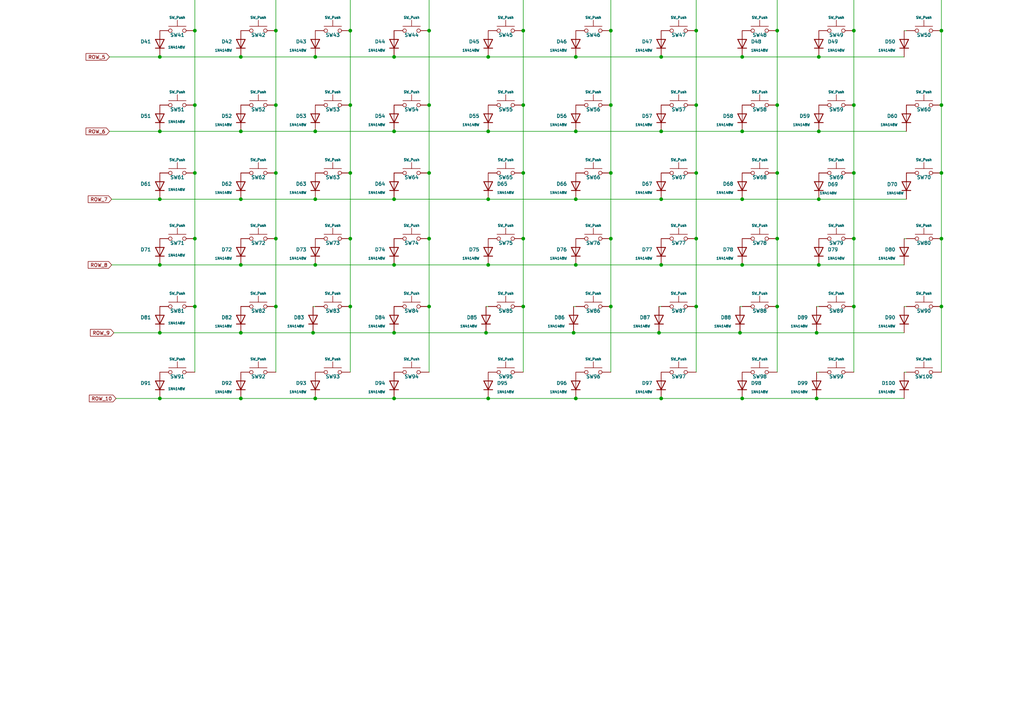
<source format=kicad_sch>
(kicad_sch (version 20231120) (generator "eeschema") (generator_version "8.0")
  (paper "A4")
  (junction (at 201.93 50.165))
  (junction (at 385.445 -15.875))
  (junction (at 141.605 57.785))
  (junction (at 652.145 41.275))
  (junction (at 504.19 297.18))
  (junction (at 247.65 -12.7))
  (junction (at 340.36 149.86))
  (junction (at 151.765 69.215))
  (junction (at 225.425 8.89))
  (junction (at 46.355 16.51))
  (junction (at 215.265 115.57))
  (junction (at 91.44 38.1))
  (junction (at 652.78 243.84))
  (junction (at 504.825 269.24))
  (junction (at 385.445 241.935))
  (junction (at 590.55 286.385))
  (junction (at 590.55 231.14))
  (junction (at 201.93 -53.34))
  (junction (at 385.445 389.255))
  (junction (at 340.36 205.105))
  (junction (at 652.145 133.35))
  (junction (at 431.165 75.565))
  (junction (at 69.85 16.51))
  (junction (at 101.6 -32.385))
  (junction (at 114.3 16.51))
  (junction (at 504.19 198.12))
  (junction (at 46.355 57.785))
  (junction (at 652.78 409.575))
  (junction (at 384.81 113.03))
  (junction (at 506.73 11.43))
  (junction (at 114.3 -5.08))
  (junction (at 101.6 8.89))
  (junction (at 114.3 -63.5))
  (junction (at 339.725 2.54))
  (junction (at 652.78 354.33))
  (junction (at 432.435 296.545))
  (junction (at 652.145 391.16))
  (junction (at 237.49 38.1))
  (junction (at 273.05 50.165))
  (junction (at 101.6 69.215))
  (junction (at 431.8 38.735))
  (junction (at 141.605 -63.5))
  (junction (at 90.805 -45.72))
  (junction (at 225.425 -53.34))
  (junction (at 247.65 30.48))
  (junction (at 215.265 -24.765))
  (junction (at 124.46 -53.34))
  (junction (at 501.65 30.48))
  (junction (at 385.445 426.085))
  (junction (at 385.445 444.5))
  (junction (at 652.145 151.765))
  (junction (at 432.435 -16.51))
  (junction (at 652.145 -55.245))
  (junction (at 432.435 241.3))
  (junction (at 225.425 -12.7))
  (junction (at 385.445 278.765))
  (junction (at 340.36 444.5))
  (junction (at 124.46 88.9))
  (junction (at 385.445 168.275))
  (junction (at 590.55 175.895))
  (junction (at 46.355 38.1))
  (junction (at 652.145 427.99))
  (junction (at 590.55 139.065))
  (junction (at 114.3 96.52))
  (junction (at 167.005 76.835))
  (junction (at 503.555 176.53))
  (junction (at 124.46 50.165))
  (junction (at 69.85 96.52))
  (junction (at 91.44 57.785))
  (junction (at 385.445 94.615))
  (junction (at 91.44 -63.5))
  (junction (at 114.3 76.835))
  (junction (at 201.93 -32.385))
  (junction (at 340.36 315.595))
  (junction (at 177.165 -32.385))
  (junction (at 384.175 76.2))
  (junction (at 56.515 -32.385))
  (junction (at 384.81 39.37))
  (junction (at 652.78 299.085))
  (junction (at 91.44 115.57))
  (junction (at 215.265 -5.08))
  (junction (at 652.145 59.69))
  (junction (at 151.765 -32.385))
  (junction (at 273.05 30.48))
  (junction (at 431.8 57.15))
  (junction (at 191.77 38.1))
  (junction (at 151.765 -53.34))
  (junction (at 432.435 259.715))
  (junction (at 247.65 50.165))
  (junction (at 201.93 69.215))
  (junction (at 177.165 -12.7))
  (junction (at 141.605 -24.765))
  (junction (at 140.97 -45.72))
  (junction (at 385.445 149.86))
  (junction (at 69.85 -63.5))
  (junction (at 432.435 204.47))
  (junction (at 384.81 131.445))
  (junction (at 114.3 -24.765))
  (junction (at 339.725 407.67))
  (junction (at 384.81 20.955))
  (junction (at 69.85 -5.08))
  (junction (at 91.44 -5.08))
  (junction (at 247.65 88.9))
  (junction (at 191.77 57.785))
  (junction (at 385.445 260.35))
  (junction (at 201.93 8.89))
  (junction (at 114.3 115.57))
  (junction (at 69.85 -24.765))
  (junction (at 69.85 76.835))
  (junction (at 101.6 -71.12))
  (junction (at 90.805 96.52))
  (junction (at 56.515 88.9))
  (junction (at 177.165 88.9))
  (junction (at 191.77 16.51))
  (junction (at 652.78 225.425))
  (junction (at 69.85 38.1))
  (junction (at 502.285 121.92))
  (junction (at 236.855 115.57))
  (junction (at 167.005 -5.08))
  (junction (at 385.445 223.52))
  (junction (at 652.145 207.01))
  (junction (at 141.605 76.835))
  (junction (at 652.78 170.18))
  (junction (at 151.765 -12.7))
  (junction (at 101.6 -53.34))
  (junction (at 44.45 -63.5))
  (junction (at 384.81 2.54))
  (junction (at 340.36 223.52))
  (junction (at 69.85 57.785))
  (junction (at 69.215 -45.72))
  (junction (at 340.36 241.935))
  (junction (at 215.265 16.51))
  (junction (at 384.81 352.425))
  (junction (at 652.78 280.67))
  (junction (at 339.09 76.2))
  (junction (at 237.49 16.51))
  (junction (at 590.55 120.65))
  (junction (at 46.355 115.57))
  (junction (at 236.855 96.52))
  (junction (at 166.37 96.52))
  (junction (at 141.605 16.51))
  (junction (at 385.445 205.105))
  (junction (at 140.97 96.52))
  (junction (at 225.425 -71.12))
  (junction (at 69.85 115.57))
  (junction (at 652.145 22.86))
  (junction (at 236.855 -45.72))
  (junction (at 237.49 76.835))
  (junction (at 177.165 69.215))
  (junction (at 652.78 4.445))
  (junction (at 191.135 96.52))
  (junction (at 167.005 -24.765))
  (junction (at 431.8 20.32))
  (junction (at 273.05 -32.385))
  (junction (at 215.265 38.1))
  (junction (at 56.515 30.48))
  (junction (at 201.93 -71.12))
  (junction (at 177.165 8.89))
  (junction (at 167.005 115.57))
  (junction (at 652.78 335.915))
  (junction (at 151.765 8.89))
  (junction (at 191.77 76.835))
  (junction (at 651.51 96.52))
  (junction (at 590.55 249.555))
  (junction (at 505.46 243.84))
  (junction (at 652.145 372.745))
  (junction (at 114.3 38.1))
  (junction (at 340.36 94.615))
  (junction (at 590.55 194.31))
  (junction (at 56.515 50.165))
  (junction (at 191.77 -5.08))
  (junction (at 247.65 -71.12))
  (junction (at 114.3 57.785))
  (junction (at 56.515 8.89))
  (junction (at 339.725 113.03))
  (junction (at 56.515 69.215))
  (junction (at 91.44 16.51))
  (junction (at 340.36 334.01))
  (junction (at 431.8 186.055))
  (junction (at 124.46 30.48))
  (junction (at 273.05 8.89))
  (junction (at 177.165 -71.12))
  (junction (at 432.435 222.885))
  (junction (at 237.49 -24.765))
  (junction (at 80.01 69.215))
  (junction (at 114.3 -45.72))
  (junction (at 340.36 260.35))
  (junction (at 124.46 -32.385))
  (junction (at 124.46 -12.7))
  (junction (at 214.63 -45.72))
  (junction (at 339.725 39.37))
  (junction (at 247.65 69.215))
  (junction (at 431.8 1.905))
  (junction (at 45.085 -45.72))
  (junction (at 652.78 -74.93))
  (junction (at 167.005 16.51))
  (junction (at 80.01 -71.12))
  (junction (at 432.435 93.98))
  (junction (at 101.6 -12.7))
  (junction (at 91.44 -24.765))
  (junction (at 91.44 76.835))
  (junction (at 247.65 8.89))
  (junction (at 339.725 352.425))
  (junction (at 101.6 50.165))
  (junction (at 384.81 370.84))
  (junction (at 151.765 50.165))
  (junction (at 124.46 -71.12))
  (junction (at 652.78 -18.415))
  (junction (at 502.285 52.705))
  (junction (at 225.425 88.9))
  (junction (at 56.515 -71.12))
  (junction (at 247.65 -32.385))
  (junction (at 191.135 -45.72))
  (junction (at 214.63 96.52))
  (junction (at 237.49 -63.5))
  (junction (at 339.725 20.955))
  (junction (at 191.77 115.57))
  (junction (at 46.355 -24.765))
  (junction (at 385.445 297.18))
  (junction (at 151.765 88.9))
  (junction (at 141.605 -5.08))
  (junction (at 80.01 -12.7))
  (junction (at 124.46 69.215))
  (junction (at 80.01 -53.34))
  (junction (at 273.05 -12.7))
  (junction (at 167.005 57.785))
  (junction (at 501.015 73.025))
  (junction (at 273.05 -53.34))
  (junction (at 273.05 -71.12))
  (junction (at 503.555 147.955))
  (junction (at 450.215 -97.79))
  (junction (at 141.605 38.1))
  (junction (at 46.355 -5.08))
  (junction (at 225.425 30.48))
  (junction (at 46.355 76.835))
  (junction (at 237.49 57.785))
  (junction (at 384.81 186.69))
  (junction (at 340.36 426.085))
  (junction (at 340.36 389.255))
  (junction (at 339.725 370.84))
  (junction (at 652.78 -36.83))
  (junction (at 340.36 168.275))
  (junction (at 432.435 167.64))
  (junction (at 247.65 -53.34))
  (junction (at 214.63 -63.5))
  (junction (at 151.765 -71.12))
  (junction (at 339.725 186.69))
  (junction (at 151.765 30.48))
  (junction (at 652.78 446.405))
  (junction (at 384.81 407.67))
  (junction (at 652.78 262.255))
  (junction (at 652.78 317.5))
  (junction (at 589.915 323.215))
  (junction (at 432.435 278.13))
  (junction (at 215.265 57.785))
  (junction (at 46.355 96.52))
  (junction (at 340.36 297.18))
  (junction (at 652.78 114.935))
  (junction (at 509.905 368.935))
  (junction (at 101.6 88.9))
  (junction (at 273.05 88.9))
  (junction (at 215.265 76.835))
  (junction (at 177.165 50.165))
  (junction (at 201.93 88.9))
  (junction (at 191.77 -63.5))
  (junction (at 166.37 -45.72))
  (junction (at 80.01 8.89))
  (junction (at 504.19 344.17))
  (junction (at 167.005 38.1))
  (junction (at 503.555 318.135))
  (junction (at 225.425 50.165))
  (junction (at 340.36 -15.875))
  (junction (at 101.6 30.48))
  (junction (at 80.01 50.165))
  (junction (at 340.36 278.765))
  (junction (at 201.93 30.48))
  (junction (at 652.78 464.82))
  (junction (at 191.77 -24.765))
  (junction (at 652.145 78.105))
  (junction (at 590.55 212.725))
  (junction (at 201.93 -12.7))
  (junction (at 590.55 304.8))
  (junction (at 80.01 -32.385))
  (junction (at 225.425 -32.385))
  (junction (at 431.8 112.395))
  (junction (at 432.435 314.96))
  (junction (at 339.725 57.785))
  (junction (at 384.81 57.785))
  (junction (at 177.165 -53.34))
  (junction (at 431.8 130.81))
  (junction (at 56.515 -12.7))
  (junction (at 502.285 94.615))
  (junction (at 589.915 157.48))
  (junction (at 652.78 188.595))
  (junction (at 177.165 30.48))
  (junction (at 503.555 217.805))
  (junction (at 124.46 8.89))
  (junction (at 225.425 69.215))
  (junction (at 385.445 334.01))
  (junction (at 432.435 149.225))
  (junction (at 385.445 315.595))
  (junction (at 56.515 -53.34))
  (junction (at 167.005 -63.5))
  (junction (at 80.01 88.9))
  (junction (at 80.01 30.48))
  (junction (at 273.05 69.215))
  (junction (at 141.605 115.57))
  (junction (at 589.915 341.63))
  (junction (at 339.725 131.445))
  (junction (at 237.49 -5.08))
  (junction (at 590.55 267.97))
  (no_connect (at 664.845 -119.38))
  (no_connect (at 643.255 472.44))
  (wire (pts (xy 654.05 59.69) (xy 652.145 59.69)))
  (wire (pts (xy 167.005 115.57) (xy 191.77 115.57)))
  (wire (pts (xy 384.81 2.54) (xy 383.54 2.54)))
  (wire (pts (xy 191.77 -53.34) (xy 191.135 -53.34)))
  (wire (pts (xy 652.78 262.255) (xy 650.875 262.255)))
  (wire (pts (xy 386.715 297.18) (xy 385.445 297.18)))
  (wire (pts (xy 375.92 400.05) (xy 375.92 396.875)))
  (wire (pts (xy 215.265 115.57) (xy 236.855 115.57)))
  (wire (pts (xy 654.05 -55.245) (xy 652.145 -55.245)))
  (wire (pts (xy 375.92 142.24) (xy 375.92 139.065)))
  (wire (pts (xy 581.025 149.86) (xy 581.025 146.685)))
  (wire (pts (xy 124.46 30.48) (xy 124.46 50.165)))
  (wire (pts (xy 652.78 114.935) (xy 650.875 114.935)))
  (wire (pts (xy 643.255 144.145) (xy 643.255 140.97)))
  (wire (pts (xy 341.63 315.595) (xy 340.36 315.595)))
  (wire (pts (xy 341.63 278.765) (xy 340.36 278.765)))
  (wire (pts (xy 214.63 -71.12) (xy 215.265 -71.12)))
  (wire (pts (xy 654.05 22.86) (xy 652.145 22.86)))
  (wire (pts (xy 581.025 131.445) (xy 581.025 128.27)))
  (wire (pts (xy 386.715 315.595) (xy 385.445 315.595)))
  (wire (pts (xy 581.025 -19.05) (xy 581.025 113.03)))
  (wire (pts (xy 101.6 -53.34) (xy 101.6 -32.385)))
  (wire (pts (xy 339.09 76.2) (xy 338.455 76.2)))
  (wire (pts (xy 422.275 328.295) (xy 415.29 328.295)))
  (wire (pts (xy 385.445 278.765) (xy 383.54 278.765)))
  (wire (pts (xy 340.36 334.01) (xy 338.455 334.01)))
  (wire (pts (xy 651.51 96.52) (xy 650.875 96.52)))
  (wire (pts (xy 339.725 352.425) (xy 338.455 352.425)))
  (wire (pts (xy 46.355 76.835) (xy 69.85 76.835)))
  (wire (pts (xy 177.165 69.215) (xy 177.165 88.9)))
  (wire (pts (xy 151.765 -32.385) (xy 151.765 -12.7)))
  (wire (pts (xy 273.05 -82.55) (xy 273.05 -71.12)))
  (wire (pts (xy 340.36 426.085) (xy 338.455 426.085)))
  (wire (pts (xy 56.515 -71.12) (xy 56.515 -53.34)))
  (wire (pts (xy 433.705 112.395) (xy 431.8 112.395)))
  (wire (pts (xy 493.395 102.235) (xy 493.395 114.3)))
  (wire (pts (xy 33.655 115.57) (xy 46.355 115.57)))
  (wire (pts (xy 643.255 457.2) (xy 643.255 454.025)))
  (wire (pts (xy 339.725 57.785) (xy 338.455 57.785)))
  (wire (pts (xy 375.92 215.9) (xy 375.92 212.725)))
  (wire (pts (xy 386.715 39.37) (xy 384.81 39.37)))
  (wire (pts (xy 56.515 8.89) (xy 56.515 30.48)))
  (wire (pts (xy 341.63 205.105) (xy 340.36 205.105)))
  (wire (pts (xy 339.725 186.69) (xy 338.455 186.69)))
  (wire (pts (xy 386.715 223.52) (xy 385.445 223.52)))
  (wire (pts (xy 214.63 -45.72) (xy 236.855 -45.72)))
  (wire (pts (xy 422.91 215.265) (xy 422.91 212.09)))
  (wire (pts (xy 433.705 314.96) (xy 432.435 314.96)))
  (wire (pts (xy 433.705 241.3) (xy 432.435 241.3)))
  (wire (pts (xy 375.92 454.66) (xy 403.86 454.66)))
  (wire (pts (xy 652.78 446.405) (xy 650.875 446.405)))
  (wire (pts (xy 375.92 326.39) (xy 375.92 323.215)))
  (wire (pts (xy 431.165 75.565) (xy 430.53 75.565)))
  (wire (pts (xy 459.105 464.82) (xy 459.105 -17.78)))
  (wire (pts (xy 201.93 8.89) (xy 201.93 30.48)))
  (wire (pts (xy 262.89 107.95) (xy 262.255 107.95)))
  (wire (pts (xy 56.515 69.215) (xy 56.515 88.9)))
  (wire (pts (xy 643.255 70.485) (xy 643.255 67.31)))
  (wire (pts (xy 330.835 271.145) (xy 330.835 267.97)))
  (wire (pts (xy 422.91 12.7) (xy 422.91 9.525)))
  (wire (pts (xy 432.435 204.47) (xy 430.53 204.47)))
  (wire (pts (xy 581.025 186.69) (xy 581.025 183.515)))
  (wire (pts (xy 341.63 352.425) (xy 339.725 352.425)))
  (wire (pts (xy 46.355 115.57) (xy 69.85 115.57)))
  (wire (pts (xy 652.145 151.765) (xy 650.875 151.765)))
  (wire (pts (xy 124.46 -82.55) (xy 124.46 -71.12)))
  (wire (pts (xy 201.93 50.165) (xy 201.93 69.215)))
  (wire (pts (xy 375.92 13.335) (xy 375.92 10.16)))
  (wire (pts (xy 141.605 -24.765) (xy 167.005 -24.765)))
  (wire (pts (xy 433.705 1.905) (xy 431.8 1.905)))
  (wire (pts (xy 654.05 41.275) (xy 652.145 41.275)))
  (wire (pts (xy 654.05 -74.93) (xy 652.78 -74.93)))
  (wire (pts (xy 45.085 -45.72) (xy 69.215 -45.72)))
  (wire (pts (xy 652.78 243.84) (xy 650.875 243.84)))
  (wire (pts (xy 386.715 57.785) (xy 384.81 57.785)))
  (wire (pts (xy 32.385 57.785) (xy 46.355 57.785)))
  (wire (pts (xy 652.145 22.86) (xy 650.875 22.86)))
  (wire (pts (xy 385.445 -15.875) (xy 383.54 -15.875)))
  (wire (pts (xy 591.82 120.65) (xy 590.55 120.65)))
  (wire (pts (xy 387.35 -15.875) (xy 385.445 -15.875)))
  (wire (pts (xy 101.6 8.89) (xy 101.6 30.48)))
  (wire (pts (xy 386.715 113.03) (xy 384.81 113.03)))
  (wire (pts (xy 358.775 454.66) (xy 358.775 -28.575)))
  (wire (pts (xy 191.77 57.785) (xy 215.265 57.785)))
  (wire (pts (xy 91.44 16.51) (xy 114.3 16.51)))
  (wire (pts (xy 652.145 41.275) (xy 650.875 41.275)))
  (wire (pts (xy 590.55 231.14) (xy 588.645 231.14)))
  (wire (pts (xy 340.36 444.5) (xy 338.455 444.5)))
  (wire (pts (xy 341.63 57.785) (xy 339.725 57.785)))
  (wire (pts (xy 654.05 133.35) (xy 652.145 133.35)))
  (wire (pts (xy 643.255 88.9) (xy 643.255 85.725)))
  (wire (pts (xy 654.05 207.01) (xy 652.145 207.01)))
  (wire (pts (xy 591.82 323.215) (xy 589.915 323.215)))
  (wire (pts (xy 215.265 16.51) (xy 237.49 16.51)))
  (wire (pts (xy 124.46 -32.385) (xy 124.46 -12.7)))
  (wire (pts (xy 340.36 94.615) (xy 338.455 94.615)))
  (wire (pts (xy 375.92 -28.575) (xy 375.92 -23.495)))
  (wire (pts (xy 643.255 162.56) (xy 643.255 159.385)))
  (wire (pts (xy 341.63 186.69) (xy 339.725 186.69)))
  (wire (pts (xy 330.835 68.58) (xy 330.835 65.405)))
  (wire (pts (xy 537.845 -20.32) (xy 579.12 -20.32)))
  (wire (pts (xy 386.715 444.5) (xy 385.445 444.5)))
  (wire (pts (xy 330.835 197.485) (xy 330.835 194.31)))
  (wire (pts (xy 431.8 112.395) (xy 430.53 112.395)))
  (wire (pts (xy 236.855 96.52) (xy 262.255 96.52)))
  (wire (pts (xy 201.93 -71.12) (xy 201.93 -53.34)))
  (wire (pts (xy 69.85 76.835) (xy 91.44 76.835)))
  (wire (pts (xy 581.025 223.52) (xy 581.025 220.345)))
  (wire (pts (xy 506.73 243.84) (xy 505.46 243.84)))
  (wire (pts (xy 341.63 149.86) (xy 340.36 149.86)))
  (wire (pts (xy 167.005 16.51) (xy 191.77 16.51)))
  (wire (pts (xy 652.145 -55.245) (xy 650.875 -55.245)))
  (wire (pts (xy 225.425 88.9) (xy 225.425 107.95)))
  (wire (pts (xy 46.355 96.52) (xy 69.85 96.52)))
  (wire (pts (xy 340.36 297.18) (xy 338.455 297.18)))
  (wire (pts (xy 643.255 236.22) (xy 643.255 233.045)))
  (wire (pts (xy 31.75 16.51) (xy 46.355 16.51)))
  (wire (pts (xy 495.935 251.46) (xy 495.935 261.62)))
  (wire (pts (xy 341.63 334.01) (xy 340.36 334.01)))
  (wire (pts (xy 201.93 -53.34) (xy 201.93 -32.385)))
  (wire (pts (xy 385.445 426.085) (xy 383.54 426.085)))
  (wire (pts (xy 247.65 -71.12) (xy 247.65 -53.34)))
  (wire (pts (xy 56.515 -81.915) (xy 56.515 -71.12)))
  (wire (pts (xy 151.765 8.89) (xy 151.765 30.48)))
  (wire (pts (xy 330.835 160.655) (xy 330.835 157.48)))
  (wire (pts (xy 502.285 94.615) (xy 501.015 94.615)))
  (wire (pts (xy 654.05 -36.83) (xy 652.78 -36.83)))
  (wire (pts (xy 341.63 223.52) (xy 340.36 223.52)))
  (wire (pts (xy 56.515 50.165) (xy 56.515 69.215)))
  (wire (pts (xy 177.165 -32.385) (xy 177.165 -12.7)))
  (wire (pts (xy 654.05 78.105) (xy 652.145 78.105)))
  (wire (pts (xy 654.05 464.82) (xy 652.78 464.82)))
  (wire (pts (xy 151.765 -71.12) (xy 151.765 -53.34)))
  (wire (pts (xy 432.435 -16.51) (xy 430.53 -16.51)))
  (wire (pts (xy 386.715 260.35) (xy 385.445 260.35)))
  (wire (pts (xy 495.3 334.645) (xy 495.3 336.55)))
  (wire (pts (xy 141.605 38.1) (xy 167.005 38.1)))
  (wire (pts (xy 654.05 151.765) (xy 652.145 151.765)))
  (wire (pts (xy 386.715 149.86) (xy 385.445 149.86)))
  (wire (pts (xy 151.765 -12.7) (xy 151.765 8.89)))
  (wire (pts (xy 56.515 30.48) (xy 56.515 50.165)))
  (wire (pts (xy 643.255 33.655) (xy 643.255 30.48)))
  (wire (pts (xy 422.91 233.68) (xy 422.91 230.505)))
  (wire (pts (xy 375.92 363.22) (xy 375.92 360.045)))
  (wire (pts (xy 375.92 454.66) (xy 375.92 452.12)))
  (wire (pts (xy 433.705 167.64) (xy 432.435 167.64)))
  (wire (pts (xy 654.05 243.84) (xy 652.78 243.84)))
  (wire (pts (xy 505.46 318.135) (xy 503.555 318.135)))
  (wire (pts (xy 114.3 115.57) (xy 141.605 115.57)))
  (wire (pts (xy 422.91 270.51) (xy 422.91 267.335)))
  (wire (pts (xy 80.01 -71.12) (xy 80.01 -53.34)))
  (wire (pts (xy 386.715 131.445) (xy 384.81 131.445)))
  (wire (pts (xy 375.92 289.56) (xy 375.92 286.385)))
  (wire (pts (xy 191.135 96.52) (xy 214.63 96.52)))
  (wire (pts (xy 579.12 -19.05) (xy 581.025 -19.05)))
  (wire (pts (xy 643.255 420.37) (xy 643.255 417.195)))
  (wire (pts (xy 590.55 267.97) (xy 588.645 267.97)))
  (wire (pts (xy 385.445 205.105) (xy 383.54 205.105)))
  (wire (pts (xy 167.005 -53.34) (xy 166.37 -53.34)))
  (wire (pts (xy 341.63 20.955) (xy 339.725 20.955)))
  (wire (pts (xy 31.75 38.1) (xy 46.355 38.1)))
  (wire (pts (xy 247.65 88.9) (xy 247.65 107.95)))
  (wire (pts (xy 340.36 205.105) (xy 338.455 205.105)))
  (wire (pts (xy 339.725 20.955) (xy 338.455 20.955)))
  (wire (pts (xy 375.92 50.165) (xy 375.92 46.99)))
  (wire (pts (xy 80.01 -12.7) (xy 80.01 8.89)))
  (wire (pts (xy 386.715 20.955) (xy 384.81 20.955)))
  (wire (pts (xy 114.3 38.1) (xy 141.605 38.1)))
  (wire (pts (xy 652.145 391.16) (xy 650.875 391.16)))
  (wire (pts (xy 432.435 222.885) (xy 430.53 222.885)))
  (wire (pts (xy 91.44 76.835) (xy 114.3 76.835)))
  (wire (pts (xy 341.63 260.35) (xy 340.36 260.35)))
  (wire (pts (xy 494.665 304.8) (xy 494.665 310.515)))
  (wire (pts (xy 225.425 69.215) (xy 225.425 88.9)))
  (wire (pts (xy 432.435 149.225) (xy 430.53 149.225)))
  (wire (pts (xy 124.46 8.89) (xy 124.46 30.48)))
  (wire (pts (xy 652.78 -18.415) (xy 650.875 -18.415)))
  (wire (pts (xy 141.605 -53.34) (xy 140.97 -53.34)))
  (wire (pts (xy 384.81 407.67) (xy 383.54 407.67)))
  (wire (pts (xy 69.85 -5.08) (xy 91.44 -5.08)))
  (wire (pts (xy 236.855 115.57) (xy 262.255 115.57)))
  (wire (pts (xy 422.91 178.435) (xy 422.91 175.26)))
  (wire (pts (xy 654.05 299.085) (xy 652.78 299.085)))
  (wire (pts (xy 433.705 296.545) (xy 432.435 296.545)))
  (wire (pts (xy 422.91 31.115) (xy 422.91 27.94)))
  (wire (pts (xy 506.095 198.12) (xy 504.19 198.12)))
  (wire (pts (xy 191.77 38.1) (xy 215.265 38.1)))
  (wire (pts (xy 386.715 205.105) (xy 385.445 205.105)))
  (wire (pts (xy 167.005 -5.08) (xy 191.77 -5.08)))
  (wire (pts (xy 504.19 198.12) (xy 502.285 198.12)))
  (wire (pts (xy 422.91 196.85) (xy 422.91 193.675)))
  (wire (pts (xy 56.515 -71.12) (xy 54.61 -71.12)))
  (wire (pts (xy 422.275 328.295) (xy 422.275 464.82)))
  (wire (pts (xy 247.65 -53.34) (xy 247.65 -32.385)))
  (wire (pts (xy 273.05 -71.12) (xy 273.05 -53.34)))
  (wire (pts (xy 652.78 170.18) (xy 650.875 170.18)))
  (wire (pts (xy 80.01 88.9) (xy 80.01 107.95)))
  (wire (pts (xy 341.63 39.37) (xy 339.725 39.37)))
  (wire (pts (xy 652.78 -36.83) (xy 650.875 -36.83)))
  (wire (pts (xy 504.19 344.17) (xy 502.92 344.17)))
  (wire (pts (xy 503.555 318.135) (xy 502.285 318.135)))
  (wire (pts (xy 151.765 69.215) (xy 151.765 88.9)))
  (wire (pts (xy 501.65 30.48) (xy 500.38 30.48)))
  (wire (pts (xy 422.275 464.82) (xy 459.105 464.82)))
  (wire (pts (xy 581.025 168.275) (xy 581.025 165.1)))
  (wire (pts (xy 591.82 231.14) (xy 590.55 231.14)))
  (wire (pts (xy 432.435 259.715) (xy 430.53 259.715)))
  (wire (pts (xy 262.89 88.9) (xy 262.255 88.9)))
  (wire (pts (xy 654.05 335.915) (xy 652.78 335.915)))
  (wire (pts (xy 494.665 184.15) (xy 494.665 190.5)))
  (wire (pts (xy 652.78 354.33) (xy 650.875 354.33)))
  (wire (pts (xy 225.425 -71.12) (xy 225.425 -53.34)))
  (wire (pts (xy 341.63 241.935) (xy 340.36 241.935)))
  (wire (pts (xy 590.55 139.065) (xy 588.645 139.065)))
  (wire (pts (xy 339.725 407.67) (xy 338.455 407.67)))
  (wire (pts (xy 652.78 188.595) (xy 650.875 188.595)))
  (wire (pts (xy 225.425 -12.7) (xy 225.425 8.89)))
  (wire (pts (xy 140.97 -45.72) (xy 166.37 -45.72)))
  (wire (pts (xy 652.78 335.915) (xy 650.875 335.915)))
  (wire (pts (xy 654.05 391.16) (xy 652.145 391.16)))
  (wire (pts (xy 654.685 4.445) (xy 652.78 4.445)))
  (wire (pts (xy 385.445 241.935) (xy 383.54 241.935)))
  (wire (pts (xy 69.85 38.1) (xy 91.44 38.1)))
  (wire (pts (xy 579.12 -20.32) (xy 579.12 -19.05)))
  (wire (pts (xy 339.725 39.37) (xy 338.455 39.37)))
  (wire (pts (xy 384.175 76.2) (xy 383.54 76.2)))
  (wire (pts (xy 32.385 76.835) (xy 46.355 76.835)))
  (wire (pts (xy 422.91 160.02) (xy 422.91 156.845)))
  (wire (pts (xy 177.165 -53.34) (xy 177.165 -32.385)))
  (wire (pts (xy 214.63 -63.5) (xy 237.49 -63.5)))
  (wire (pts (xy 433.705 204.47) (xy 432.435 204.47)))
  (wire (pts (xy 386.715 389.255) (xy 385.445 389.255)))
  (wire (pts (xy 330.835 344.805) (xy 330.835 341.63)))
  (wire (pts (xy 590.55 175.895) (xy 588.645 175.895)))
  (wire (pts (xy 69.85 -24.765) (xy 91.44 -24.765)))
  (wire (pts (xy 643.255 -67.31) (xy 643.255 -62.865)))
  (wire (pts (xy 652.78 409.575) (xy 650.875 409.575)))
  (wire (pts (xy 90.805 96.52) (xy 114.3 96.52)))
  (wire (pts (xy 330.835 86.995) (xy 330.835 83.82)))
  (wire (pts (xy 433.705 278.13) (xy 432.435 278.13)))
  (wire (pts (xy 431.8 20.32) (xy 430.53 20.32)))
  (wire (pts (xy 590.55 304.8) (xy 588.645 304.8)))
  (wire (pts (xy 493.395 140.335) (xy 494.665 140.335)))
  (wire (pts (xy 652.145 59.69) (xy 650.875 59.69)))
  (wire (pts (xy 591.82 212.725) (xy 590.55 212.725)))
  (wire (pts (xy 643.255 -44.45) (xy 643.255 -47.625)))
  (wire (pts (xy 91.44 38.1) (xy 114.3 38.1)))
  (wire (pts (xy 56.515 -12.7) (xy 56.515 8.89)))
  (wire (pts (xy 433.705 57.15) (xy 431.8 57.15)))
  (wire (pts (xy 494.03 225.425) (xy 494.03 236.22)))
  (wire (pts (xy 237.49 -5.08) (xy 262.89 -5.08)))
  (wire (pts (xy 247.65 -12.7) (xy 247.65 8.89)))
  (wire (pts (xy 114.3 -45.72) (xy 140.97 -45.72)))
  (wire (pts (xy 643.255 383.54) (xy 643.255 380.365)))
  (wire (pts (xy 341.63 444.5) (xy 340.36 444.5)))
  (wire (pts (xy 384.81 370.84) (xy 383.54 370.84)))
  (wire (pts (xy 225.425 -81.28) (xy 225.425 -71.12)))
  (wire (pts (xy 652.145 78.105) (xy 650.875 78.105)))
  (wire (pts (xy 581.025 260.35) (xy 581.025 257.175)))
  (wire (pts (xy 652.78 299.085) (xy 650.875 299.085)))
  (wire (pts (xy 340.36 315.595) (xy 338.455 315.595)))
  (wire (pts (xy 590.55 212.725) (xy 588.645 212.725)))
  (wire (pts (xy 91.44 -53.34) (xy 90.805 -53.34)))
  (wire (pts (xy 643.255 199.39) (xy 643.255 196.215)))
  (wire (pts (xy 237.49 57.785) (xy 262.89 57.785)))
  (wire (pts (xy 432.435 241.3) (xy 430.53 241.3)))
  (wire (pts (xy 654.05 262.255) (xy 652.78 262.255)))
  (wire (pts (xy 341.63 2.54) (xy 339.725 2.54)))
  (wire (pts (xy 273.05 8.89) (xy 273.05 30.48)))
  (wire (pts (xy 124.46 88.9) (xy 124.46 107.95)))
  (wire (pts (xy 80.01 -32.385) (xy 80.01 -12.7)))
  (wire (pts (xy 432.435 167.64) (xy 430.53 167.64)))
  (wire (pts (xy 591.82 267.97) (xy 590.55 267.97)))
  (wire (pts (xy 503.555 217.805) (xy 501.65 217.805)))
  (wire (pts (xy 433.705 75.565) (xy 431.165 75.565)))
  (wire (pts (xy 191.77 -63.5) (xy 214.63 -63.5)))
  (wire (pts (xy 492.76 376.555) (xy 492.76 462.28)))
  (wire (pts (xy 375.92 86.995) (xy 375.92 83.82)))
  (wire (pts (xy 511.175 368.935) (xy 509.905 368.935)))
  (wire (pts (xy 504.19 297.18) (xy 502.285 297.18)))
  (wire (pts (xy 225.425 50.165) (xy 225.425 69.215)))
  (wire (pts (xy 495.935 289.56) (xy 494.665 289.56)))
  (wire (pts (xy 215.265 88.9) (xy 214.63 88.9)))
  (wire (pts (xy 643.255 180.975) (xy 643.255 177.8)))
  (wire (pts (xy 431.8 1.905) (xy 430.53 1.905)))
  (wire (pts (xy 91.44 57.785) (xy 114.3 57.785)))
  (wire (pts (xy 505.46 176.53) (xy 503.555 176.53)))
  (wire (pts (xy 31.75 -45.72) (xy 45.085 -45.72)))
  (wire (pts (xy 494.665 205.74) (xy 494.665 210.185)))
  (wire (pts (xy 643.255 52.07) (xy 643.255 48.895)))
  (wire (pts (xy 492.125 -17.78) (xy 492.125 -4.445)))
  (wire (pts (xy 386.715 241.935) (xy 385.445 241.935)))
  (wire (pts (xy 422.91 -5.715) (xy 422.91 -8.89)))
  (wire (pts (xy 643.255 254.635) (xy 643.255 251.46)))
  (wire (pts (xy 101.6 88.9) (xy 101.6 107.95)))
  (wire (pts (xy 385.445 334.01) (xy 383.54 334.01)))
  (wire (pts (xy 341.63 94.615) (xy 340.36 94.615)))
  (wire (pts (xy 431.8 38.735) (xy 430.53 38.735)))
  (wire (pts (xy 330.835 252.73) (xy 330.835 249.555)))
  (wire (pts (xy 386.715 370.84) (xy 384.81 370.84)))
  (wire (pts (xy 422.91 86.36) (xy 422.91 83.185)))
  (wire (pts (xy 177.165 30.48) (xy 177.165 50.165)))
  (wire (pts (xy 375.92 123.825) (xy 375.92 120.65)))
  (wire (pts (xy 330.835 381.635) (xy 330.835 378.46)))
  (wire (pts (xy 375.92 197.485) (xy 375.92 194.31)))
  (wire (pts (xy 493.395 129.54) (xy 493.395 140.335)))
  (wire (pts (xy 166.37 96.52) (xy 191.135 96.52)))
  (wire (pts (xy 90.805 -45.72) (xy 114.3 -45.72)))
  (wire (pts (xy 225.425 -53.34) (xy 225.425 -32.385)))
  (wire (pts (xy 273.05 -12.7) (xy 273.05 8.89)))
  (wire (pts (xy 69.85 96.52) (xy 90.805 96.52)))
  (wire (pts (xy 506.73 11.43) (xy 500.38 11.43)))
  (wire (pts (xy 69.85 115.57) (xy 91.44 115.57)))
  (wire (pts (xy 654.05 -18.415) (xy 652.78 -18.415)))
  (wire (pts (xy 433.705 186.055) (xy 431.8 186.055)))
  (wire (pts (xy 385.445 297.18) (xy 383.54 297.18)))
  (wire (pts (xy 581.025 205.105) (xy 581.025 201.93)))
  (wire (pts (xy 591.82 304.8) (xy 590.55 304.8)))
  (wire (pts (xy 643.255 15.24) (xy 643.255 12.065)))
  (wire (pts (xy 151.765 88.9) (xy 151.765 107.95)))
  (wire (pts (xy 31.75 -24.765) (xy 46.355 -24.765)))
  (wire (pts (xy 330.835 418.465) (xy 330.835 415.29)))
  (wire (pts (xy 330.835 13.335) (xy 330.835 10.16)))
  (wire (pts (xy 492.76 38.1) (xy 492.76 45.085)))
  (wire (pts (xy 643.255 217.805) (xy 643.255 214.63)))
  (wire (pts (xy 403.86 454.66) (xy 403.86 -28.575)))
  (wire (pts (xy 340.36 223.52) (xy 338.455 223.52)))
  (wire (pts (xy 151.765 -81.915) (xy 151.765 -71.12)))
  (wire (pts (xy 590.55 120.65) (xy 588.645 120.65)))
  (wire (pts (xy 358.775 -28.575) (xy 375.92 -28.575)))
  (wire (pts (xy 384.81 352.425) (xy 383.54 352.425)))
  (wire (pts (xy 386.715 76.2) (xy 384.175 76.2)))
  (wire (pts (xy 652.78 4.445) (xy 650.875 4.445)))
  (wire (pts (xy 492.76 -4.445) (xy 492.76 3.81)))
  (wire (pts (xy 495.935 276.86) (xy 495.935 289.56)))
  (wire (pts (xy 433.705 38.735) (xy 431.8 38.735)))
  (wire (pts (xy 654.05 317.5) (xy 652.78 317.5)))
  (wire (pts (xy 494.665 334.645) (xy 495.3 334.645)))
  (wire (pts (xy 375.92 344.805) (xy 375.92 341.63)))
  (wire (pts (xy 191.135 -45.72) (xy 214.63 -45.72)))
  (wire (pts (xy 654.05 446.405) (xy 652.78 446.405)))
  (wire (pts (xy 237.49 -63.5) (xy 262.89 -63.5)))
  (wire (pts (xy 385.445 315.595) (xy 383.54 315.595)))
  (wire (pts (xy 237.49 -53.34) (xy 236.855 -53.34)))
  (wire (pts (xy 80.01 -81.915) (xy 80.01 -71.12)))
  (wire (pts (xy 654.05 372.745) (xy 652.145 372.745)))
  (wire (pts (xy 375.92 -5.08) (xy 375.92 -8.255)))
  (wire (pts (xy 433.705 20.32) (xy 431.8 20.32)))
  (wire (pts (xy 201.93 88.9) (xy 201.93 107.95)))
  (wire (pts (xy 504.825 269.24) (xy 503.555 269.24)))
  (wire (pts (xy 654.05 409.575) (xy 652.78 409.575)))
  (wire (pts (xy 386.715 94.615) (xy 385.445 94.615)))
  (wire (pts (xy 492.76 80.645) (xy 492.76 86.995)))
  (wire (pts (xy 91.44 -63.5) (xy 114.3 -63.5)))
  (wire (pts (xy 432.435 314.96) (xy 430.53 314.96)))
  (wire (pts (xy 225.425 8.89) (xy 225.425 30.48)))
  (wire (pts (xy 654.05 280.67) (xy 652.78 280.67)))
  (wire (pts (xy 643.255 401.955) (xy 643.255 398.78)))
  (wire (pts (xy 167.005 38.1) (xy 191.77 38.1)))
  (wire (pts (xy 101.6 -71.12) (xy 101.6 -53.34)))
  (wire (pts (xy 339.725 2.54) (xy 338.455 2.54)))
  (wire (pts (xy 342.265 -15.875) (xy 340.36 -15.875)))
  (wire (pts (xy 262.89 8.89) (xy 262.255 8.89)))
  (wire (pts (xy 215.265 57.785) (xy 237.49 57.785)))
  (wire (pts (xy 80.01 69.215) (xy 80.01 88.9)))
  (wire (pts (xy 422.91 104.775) (xy 422.91 101.6)))
  (wire (pts (xy 330.835 454.66) (xy 330.835 452.12)))
  (wire (pts (xy 236.855 -45.72) (xy 262.255 -45.72)))
  (wire (pts (xy 432.435 -97.79) (xy 450.215 -97.79)))
  (wire (pts (xy 191.77 115.57) (xy 215.265 115.57)))
  (wire (pts (xy 581.025 351.79) (xy 581.025 349.25)))
  (wire (pts (xy 167.005 76.835) (xy 191.77 76.835)))
  (wire (pts (xy 375.92 105.41) (xy 375.92 102.235)))
  (wire (pts (xy 340.36 149.86) (xy 338.455 149.86)))
  (wire (pts (xy 69.85 -63.5) (xy 91.44 -63.5)))
  (wire (pts (xy 101.6 -81.915) (xy 101.6 -71.12)))
  (wire (pts (xy 101.6 50.165) (xy 101.6 69.215)))
  (wire (pts (xy 330.835 326.39) (xy 330.835 323.215)))
  (wire (pts (xy 69.215 -45.72) (xy 90.805 -45.72)))
  (wire (pts (xy 167.005 88.9) (xy 166.37 88.9)))
  (wire (pts (xy 508.635 11.43) (xy 506.73 11.43)))
  (wire (pts (xy 56.515 -32.385) (xy 56.515 -12.7)))
  (wire (pts (xy 31.75 -5.08) (xy 46.355 -5.08)))
  (wire (pts (xy 492.125 -4.445) (xy 492.76 -4.445)))
  (wire (pts (xy 214.63 96.52) (xy 236.855 96.52)))
  (wire (pts (xy 124.46 50.165) (xy 124.46 69.215)))
  (wire (pts (xy 643.255 365.125) (xy 643.255 361.95)))
  (wire (pts (xy 215.265 76.835) (xy 237.49 76.835)))
  (wire (pts (xy 330.835 -5.08) (xy 330.835 -8.255)))
  (wire (pts (xy 201.93 -32.385) (xy 201.93 -12.7)))
  (wire (pts (xy 504.19 121.92) (xy 502.285 121.92)))
  (wire (pts (xy 505.46 147.955) (xy 503.555 147.955)))
  (wire (pts (xy 505.46 297.18) (xy 504.19 297.18)))
  (wire (pts (xy 375.92 234.315) (xy 375.92 231.14)))
  (wire (pts (xy 503.555 52.705) (xy 502.285 52.705)))
  (wire (pts (xy 141.605 76.835) (xy 167.005 76.835)))
  (wire (pts (xy 80.01 50.165) (xy 80.01 69.215)))
  (wire (pts (xy 262.89 69.215) (xy 262.255 69.215)))
  (wire (pts (xy 167.005 -63.5) (xy 191.77 -63.5)))
  (wire (pts (xy 330.835 123.825) (xy 330.835 120.65)))
  (wire (pts (xy 237.49 76.835) (xy 262.255 76.835)))
  (wire (pts (xy 225.425 30.48) (xy 225.425 50.165)))
  (wire (pts (xy 341.63 407.67) (xy 339.725 407.67)))
  (wire (pts (xy 237.49 -24.765) (xy 262.89 -24.765)))
  (wire (pts (xy 237.49 88.9) (xy 236.855 88.9)))
  (wire (pts (xy 114.3 -24.765) (xy 141.605 -24.765)))
  (wire (pts (xy 590.55 194.31) (xy 588.645 194.31)))
  (wire (pts (xy 341.63 76.2) (xy 339.09 76.2)))
  (wire (pts (xy 654.05 114.935) (xy 652.78 114.935)))
  (wire (pts (xy 191.77 -24.765) (xy 215.265 -24.765)))
  (wire (pts (xy 591.82 286.385) (xy 590.55 286.385)))
  (wire (pts (xy 339.725 370.84) (xy 338.455 370.84)))
  (wire (pts (xy 504.825 217.805) (xy 503.555 217.805)))
  (wire (pts (xy 459.105 -17.78) (xy 492.125 -17.78)))
  (wire (pts (xy 581.025 241.935) (xy 581.025 238.76)))
  (wire (pts (xy 330.835 215.9) (xy 330.835 212.725)))
  (wire (pts (xy 432.435 296.545) (xy 430.53 296.545)))
  (wire (pts (xy 375.92 68.58) (xy 375.92 65.405)))
  (wire (pts (xy 141.605 16.51) (xy 167.005 16.51)))
  (wire (pts (xy 422.91 67.945) (xy 422.91 64.77)))
  (wire (pts (xy 431.8 57.15) (xy 430.53 57.15)))
  (wire (pts (xy 114.3 57.785) (xy 141.605 57.785)))
  (wire (pts (xy 434.34 -16.51) (xy 432.435 -16.51)))
  (wire (pts (xy 124.46 -53.34) (xy 124.46 -32.385)))
  (wire (pts (xy 69.85 57.785) (xy 91.44 57.785)))
  (wire (pts (xy 247.65 -81.915) (xy 247.65 -71.12)))
  (wire (pts (xy 56.515 -53.34) (xy 56.515 -32.385)))
  (wire (pts (xy 341.63 297.18) (xy 340.36 297.18)))
  (wire (pts (xy 124.46 69.215) (xy 124.46 88.9)))
  (wire (pts (xy 375.92 31.75) (xy 375.92 28.575)))
  (wire (pts (xy 591.82 175.895) (xy 590.55 175.895)))
  (wire (pts (xy 503.555 30.48) (xy 501.65 30.48)))
  (wire (pts (xy 415.29 328.295) (xy 415.29 325.12)))
  (wire (pts (xy 450.215 -97.79) (xy 457.2 -97.79)))
  (wire (pts (xy 494.665 155.575) (xy 494.665 168.91)))
  (wire (pts (xy 101.6 -32.385) (xy 101.6 -12.7)))
  (wire (pts (xy 215.265 -53.34) (xy 214.63 -53.34)))
  (wire (pts (xy 177.165 -12.7) (xy 177.165 8.89)))
  (wire (pts (xy 643.255 -10.795) (xy 643.255 -3.175)))
  (wire (pts (xy 151.765 50.165) (xy 151.765 69.215)))
  (wire (pts (xy 433.705 259.715) (xy 432.435 259.715)))
  (wire (pts (xy 46.355 38.1) (xy 69.85 38.1)))
  (wire (pts (xy 44.45 -63.5) (xy 69.85 -63.5)))
  (wire (pts (xy 643.255 125.73) (xy 643.255 122.555)))
  (wire (pts (xy 55.245 -53.34) (xy 56.515 -53.34)))
  (wire (pts (xy 385.445 260.35) (xy 383.54 260.35)))
  (wire (pts (xy 339.725 113.03) (xy 338.455 113.03)))
  (wire (pts (xy 177.165 -71.12) (xy 177.165 -53.34)))
  (wire (pts (xy 422.91 -28.575) (xy 422.91 -24.13)))
  (wire (pts (xy 330.835 454.66) (xy 358.775 454.66)))
  (wire (pts (xy 506.73 269.24) (xy 504.825 269.24)))
  (wire (pts (xy 80.01 8.89) (xy 80.01 30.48)))
  (wire (pts (xy 341.63 113.03) (xy 339.725 113.03)))
  (wire (pts (xy 537.845 462.28) (xy 537.845 -20.32)))
  (wire (pts (xy 386.715 168.275) (xy 385.445 168.275)))
  (wire (pts (xy 141.605 -63.5) (xy 167.005 -63.5)))
  (wire (pts (xy 330.835 179.07) (xy 330.835 175.895)))
  (wire (pts (xy 262.89 -53.34) (xy 262.255 -53.34)))
  (wire (pts (xy 215.265 -24.765) (xy 237.49 -24.765)))
  (wire (pts (xy 201.93 -12.7) (xy 201.93 8.89)))
  (wire (pts (xy 590.55 249.555) (xy 588.645 249.555)))
  (wire (pts (xy 654.05 427.99) (xy 652.145 427.99)))
  (wire (pts (xy 384.81 186.69) (xy 383.54 186.69)))
  (wire (pts (xy 273.05 88.9) (xy 273.05 107.95)))
  (wire (pts (xy 273.05 69.215) (xy 273.05 88.9)))
  (wire (pts (xy 433.705 222.885) (xy 432.435 222.885)))
  (wire (pts (xy 422.91 288.925) (xy 422.91 285.75)))
  (wire (pts (xy 375.92 160.655) (xy 375.92 157.48)))
  (wire (pts (xy 46.355 -5.08) (xy 69.85 -5.08)))
  (wire (pts (xy 141.605 -5.08) (xy 167.005 -5.08)))
  (wire (pts (xy 177.165 88.9) (xy 177.165 107.95)))
  (wire (pts (xy 643.255 309.88) (xy 643.255 306.705)))
  (wire (pts (xy 46.355 16.51) (xy 69.85 16.51)))
  (wire (pts (xy 652.145 427.99) (xy 650.875 427.99)))
  (wire (pts (xy 384.81 131.445) (xy 383.54 131.445)))
  (wire (pts (xy 654.05 96.52) (xy 651.51 96.52)))
  (wire (pts (xy 652.78 -74.93) (xy 650.875 -74.93)))
  (wire (pts (xy 273.05 50.165) (xy 273.05 69.215)))
  (wire (pts (xy 386.715 186.69) (xy 384.81 186.69)))
  (wire (pts (xy 386.715 2.54) (xy 384.81 2.54)))
  (wire (pts (xy 643.255 438.785) (xy 643.255 435.61)))
  (wire (pts (xy 247.65 50.165) (xy 247.65 69.215)))
  (wire (pts (xy 422.91 252.095) (xy 422.91 248.92)))
  (wire (pts (xy 151.765 -53.34) (xy 151.765 -32.385)))
  (wire (pts (xy 191.77 88.9) (xy 191.135 88.9)))
  (wire (pts (xy 590.55 286.385) (xy 588.645 286.385)))
  (wire (pts (xy 591.82 249.555) (xy 590.55 249.555)))
  (wire (pts (xy 340.36 389.255) (xy 338.455 389.255)))
  (wire (pts (xy 375.92 179.07) (xy 375.92 175.895)))
  (wire (pts (xy 589.915 157.48) (xy 588.645 157.48)))
  (wire (pts (xy 330.835 436.88) (xy 330.835 433.705)))
  (wire (pts (xy 492.76 462.28) (xy 537.845 462.28)))
  (wire (pts (xy 177.165 8.89) (xy 177.165 30.48)))
  (wire (pts (xy 386.715 334.01) (xy 385.445 334.01)))
  (wire (pts (xy 591.82 341.63) (xy 589.915 341.63)))
  (wire (pts (xy 591.82 157.48) (xy 589.915 157.48)))
  (wire (pts (xy 124.46 -71.12) (xy 124.46 -53.34)))
  (wire (pts (xy 141.605 115.57) (xy 167.005 115.57)))
  (wire (pts (xy 167.005 57.785) (xy 191.77 57.785)))
  (wire (pts (xy 422.91 307.34) (xy 422.91 304.165)))
  (wire (pts (xy 386.715 426.085) (xy 385.445 426.085)))
  (wire (pts (xy 384.81 57.785) (xy 383.54 57.785)))
  (wire (pts (xy 503.555 176.53) (xy 502.285 176.53)))
  (wire (pts (xy 433.705 149.225) (xy 432.435 149.225)))
  (wire (pts (xy 330.835 307.975) (xy 330.835 304.8)))
  (wire (pts (xy 375.92 252.73) (xy 375.92 249.555)))
  (wire (pts (xy 375.92 271.145) (xy 375.92 267.97)))
  (wire (pts (xy 504.19 94.615) (xy 502.285 94.615)))
  (wire (pts (xy 494.665 325.755) (xy 494.665 334.645)))
  (wire (pts (xy 114.3 -63.5) (xy 141.605 -63.5)))
  (wire (pts (xy 385.445 149.86) (xy 383.54 149.86)))
  (wire (pts (xy 385.445 168.275) (xy 383.54 168.275)))
  (wire (pts (xy 652.145 133.35) (xy 650.875 133.35)))
  (wire (pts (xy 495.3 361.315) (xy 492.76 361.315)))
  (wire (pts (xy 386.715 407.67) (xy 384.81 407.67)))
  (wire (pts (xy 247.65 30.48) (xy 247.65 50.165)))
  (wire (pts (xy 581.025 297.18) (xy 581.025 294.005)))
  (wire (pts (xy 375.92 436.88) (xy 375.92 433.705)))
  (wire (pts (xy 506.095 344.17) (xy 504.19 344.17)))
  (wire (pts (xy 384.81 20.955) (xy 383.54 20.955)))
  (wire (pts (xy 191.77 -5.08) (xy 215.265 -5.08)))
  (wire (pts (xy 589.915 341.63) (xy 588.645 341.63)))
  (wire (pts (xy 151.765 30.48) (xy 151.765 50.165)))
  (wire (pts (xy 237.49 16.51) (xy 262.255 16.51)))
  (wire (pts (xy 581.025 315.595) (xy 581.025 312.42)))
  (wire (pts (xy 581.025 334.01) (xy 581.025 330.835)))
  (wire (pts (xy 494.665 210.185) (xy 494.03 210.185)))
  (wire (pts (xy 330.835 363.22) (xy 330.835 360.045)))
  (wire (pts (xy 643.255 346.71) (xy 643.255 343.535)))
  (wire (pts (xy 505.46 243.84) (xy 503.555 243.84)))
  (wire (pts (xy 581.025 278.765) (xy 581.025 275.59)))
  (wire (pts (xy 114.3 -5.08) (xy 141.605 -5.08)))
  (wire (pts (xy 191.77 76.835) (xy 215.265 76.835)))
  (wire (pts (xy 33.02 96.52) (xy 46.355 96.52)))
  (wire (pts (xy 503.555 147.955) (xy 502.285 147.955)))
  (wire (pts (xy 652.78 464.82) (xy 650.875 464.82)))
  (wire (pts (xy 431.8 186.055) (xy 430.53 186.055)))
  (wire (pts (xy 654.05 354.33) (xy 652.78 354.33)))
  (wire (pts (xy 654.05 188.595) (xy 652.78 188.595)))
  (wire (pts (xy 591.82 194.31) (xy 590.55 194.31)))
  (wire (pts (xy 225.425 -32.385) (xy 225.425 -12.7)))
  (wire (pts (xy 422.91 141.605) (xy 422.91 138.43)))
  (wire (pts (xy 91.44 -24.765) (xy 114.3 -24.765)))
  (wire (pts (xy 91.44 115.57) (xy 114.3 115.57)))
  (wire (pts (xy 177.165 50.165) (xy 177.165 69.215)))
  (wire (pts (xy 654.05 225.425) (xy 652.78 225.425)))
  (wire (pts (xy 654.05 170.18) (xy 652.78 170.18)))
  (wire (pts (xy 509.905 368.935) (xy 500.38 368.935)))
  (wire (pts (xy 492.76 60.325) (xy 492.76 65.405)))
  (wire (pts (xy 385.445 223.52) (xy 383.54 223.52)))
  (wire (pts (xy 124.46 -12.7) (xy 124.46 8.89)))
  (wire (pts (xy 433.705 130.81) (xy 431.8 130.81)))
  (wire (pts (xy 502.285 52.705) (xy 500.38 52.705)))
  (wire (pts (xy 80.01 -53.34) (xy 80.01 -32.385)))
  (wire (pts (xy 340.36 241.935) (xy 338.455 241.935)))
  (wire (pts (xy 237.49 38.1) (xy 262.89 38.1)))
  (wire (pts (xy 201.93 -81.915) (xy 201.93 -71.12)))
  (wire (pts (xy 167.005 -24.765) (xy 191.77 -24.765)))
  (wire (pts (xy 385.445 444.5) (xy 383.54 444.5)))
  (wire (pts (xy 91.44 88.9) (xy 90.805 88.9)))
  (wire (pts (xy 80.01 30.48) (xy 80.01 50.165)))
  (wire (pts (xy 432.435 93.98) (xy 430.53 93.98)))
  (wire (pts (xy 386.715 278.765) (xy 385.445 278.765)))
  (wire (pts (xy 340.36 260.35) (xy 338.455 260.35)))
  (wire (pts (xy 46.355 57.785) (xy 69.85 57.785)))
  (wire (pts (xy 384.81 113.03) (xy 383.54 113.03)))
  (wire (pts (xy 201.93 69.215) (xy 201.93 88.9)))
  (wire (pts (xy 166.37 -45.72) (xy 191.135 -45.72)))
  (wire (pts (xy 341.63 131.445) (xy 339.725 131.445)))
  (wire (pts (xy 330.835 234.315) (xy 330.835 231.14)))
  (wire (pts (xy 422.91 49.53) (xy 422.91 46.355)))
  (wire (pts (xy 114.3 96.52) (xy 140.97 96.52)))
  (wire (pts (xy 432.435 278.13) (xy 430.53 278.13)))
  (wire (pts (xy 140.97 96.52) (xy 166.37 96.52)))
  (wire (pts (xy 201.93 30.48) (xy 201.93 50.165)))
  (wire (pts (xy 385.445 94.615) (xy 383.54 94.615)))
  (wire (pts (xy 643.255 107.315) (xy 643.255 104.14)))
  (wire (pts (xy 375.92 418.465) (xy 375.92 415.29)))
  (wire (pts (xy 101.6 69.215) (xy 101.6 88.9)))
  (wire (pts (xy 247.65 -32.385) (xy 247.65 -12.7)))
  (wire (pts (xy 247.65 69.215) (xy 247.65 88.9)))
  (wire (pts (xy 386.715 352.425) (xy 384.81 352.425)))
  (wire (pts (xy 652.78 317.5) (xy 650.875 317.5)))
  (wire (pts (xy 652.78 225.425) (xy 650.875 225.425)))
  (wire (pts (xy 403.86 -28.575) (xy 422.91 -28.575)))
  (wire (pts (xy 56.515 88.9) (xy 56.515 107.95)))
  (wire (pts (xy 330.835 105.41) (xy 330.835 102.235)))
  (wire (pts (xy 375.92 381.635) (xy 375.92 378.46)))
  (wire (pts (xy 375.92 307.975) (xy 375.92 304.8)))
  (wire (pts (xy 494.03 236.22) (xy 495.935 236.22)))
  (wire (pts (xy 215.265 38.1) (xy 237.49 38.1)))
  (wire (pts (xy 643.255 -26.035) (xy 643.255 -29.21)))
  (wire (pts (xy 433.705 93.98) (xy 432.435 93.98)))
  (wire (pts (xy 101.6 -12.7) (xy 101.6 8.89)))
  (wire (pts (xy 384.81 39.37) (xy 383.54 39.37)))
  (wire (pts (xy 431.8 130.81) (xy 430.53 130.81)))
  (wire (pts (xy 652.145 372.745) (xy 650.875 372.745)))
  (wire (pts (xy 141.605 88.9) (xy 140.97 88.9)))
  (wire (pts (xy 91.44 -5.08) (xy 114.3 -5.08)))
  (wire (pts (xy 341.63 168.275) (xy 340.36 168.275)))
  (wire (pts (xy 495.3 351.79) (xy 495.3 361.315)))
  (wire (pts (xy 589.915 323.215) (xy 588.645 323.215)))
  (wire (pts (xy 340.36 168.275) (xy 338.455 168.275)))
  (wire (pts (xy 501.015 73.025) (xy 500.38 73.025)))
  (wire (pts (xy 330.835 400.05) (xy 330.835 396.875)))
  (wire (pts (xy 330.835 289.56) (xy 330.835 286.385)))
  (wire (pts (xy 341.63 426.085) (xy 340.36 426.085)))
  (wire (pts (xy 31.75 -63.5) (xy 44.45 -63.5)))
  (wire (pts (xy 340.36 278.765) (xy 338.455 278.765)))
  (wire (pts (xy 141.605 57.785) (xy 167.005 57.785)))
  (wire (pts (xy 339.725 131.445) (xy 338.455 131.445)))
  (wire (pts (xy 422.91 325.12) (xy 415.29 325.12)))
  (wire (pts (xy 247.65 8.89) (xy 247.65 30.48)))
  (wire (pts (xy 237.49 107.95) (xy 236.855 107.95)))
  (wire (pts (xy 191.77 16.51) (xy 215.265 16.51)))
  (wire (pts (xy 114.3 16.51) (xy 141.605 16.51)))
  (wire (pts (xy 330.835 50.165) (xy 330.835 46.99)))
  (wire (pts (xy 503.555 73.025) (xy 501.015 73.025)))
  (wire (pts (xy 101.6 30.48) (xy 101.6 50.165)))
  (wire (pts (xy 492.76 86.995) (xy 493.395 86.995)))
  (wire (pts (xy 643.255 291.465) (xy 643.255 288.29)))
  (wire (pts (xy 502.285 121.92) (xy 501.015 121.92)))
  (wire (pts (xy 643.255 328.295) (xy 643.255 325.12)))
  (wire (pts (xy 330.835 142.24) (xy 330.835 139.065)))
  (wire (pts (xy 652.145 207.01) (xy 650.875 207.01)))
  (wire (pts (xy 652.78 280.67) (xy 650.875 280.67)))
  (wire (pts (xy 643.255 273.05) (xy 643.255 269.875)))
  (wire (pts (xy 46.355 -24.765) (xy 69.85 -24.765)))
  (wire (pts (xy 330.835 31.75) (xy 330.835 28.575)))
  (wire (pts (xy 177.165 -81.28) (xy 177.165 -71.12)))
  (wire (pts (xy 114.3 76.835) (xy 141.605 76.835)))
  (wire (pts (xy 422.91 123.19) (xy 422.91 120.015)))
  (wire (pts (xy 341.63 389.255) (xy 340.36 389.255)))
  (wire (pts (xy 69.85 16.51) (xy 91.44 16.51)))
  (wire (pts (xy 492.76 19.05) (xy 492.76 22.86)))
  (wire (pts (xy 273.05 30.48) (xy 273.05 50.165)))
  (wire (pts (xy 340.36 -15.875) (xy 338.455 -15.875)))
  (wire (pts (xy 273.05 -53.34) (xy 273.05 -32.385)))
  (wire (pts (xy 273.05 -32.385) (xy 273.05 -12.7)))
  (wire (pts (xy 341.63 370.84) (xy 339.725 370.84)))
  (wire (pts (xy 591.82 139.065) (xy 590.55 139.065)))
  (wire (pts (xy 385.445 389.255) (xy 383.54 389.255)))
  (wire (pts (xy 422.91 325.12) (xy 422.91 322.58)))
  (wire (pts (xy 215.265 -5.08) (xy 237.49 -5.08)))
  (wire (pts (xy 69.85 -53.34) (xy 69.215 -53.34)))
  (global_label "VCC_3.7V" (shape input) (at 433.705 296.545 0) (effects (font (size 1 1))) (property "Intersheetrefs" "${INTERSHEET_REFS}" (effects (hide yes))))
  (global_label "GND" (shape input) (at 501.015 80.645 0) (effects (font (size 1 1))) (property "Intersheetrefs" "${INTERSHEET_REFS}" (effects (hide yes))))
  (global_label "VCC_3.7V" (shape input) (at 591.82 304.8 0) (effects (font (size 1 1))) (property "Intersheetrefs" "${INTERSHEET_REFS}" (effects (hide yes))))
  (global_label "GND" (shape input) (at 635.635 -74.93 180) (effects (font (size 1 1))) (property "Intersheetrefs" "${INTERSHEET_REFS}" (effects (hide yes))))
  (global_label "GND" (shape input) (at 339.725 378.46 0) (effects (font (size 1 1))) (property "Intersheetrefs" "${INTERSHEET_REFS}" (effects (hide yes))))
  (global_label "VCC_3.7V" (shape input) (at 341.63 389.255 0) (effects (font (size 1 1))) (property "Intersheetrefs" "${INTERSHEET_REFS}" (effects (hide yes))))
  (global_label "GND" (shape input) (at 323.215 76.2 180) (effects (font (size 1 1))) (property "Intersheetrefs" "${INTERSHEET_REFS}" (effects (hide yes))))
  (global_label "GND" (shape input) (at 486.41 217.805 180) (effects (font (size 1 1))) (property "Intersheetrefs" "${INTERSHEET_REFS}" (effects (hide yes))))
  (global_label "GND" (shape input) (at 635.635 -18.415 180) (effects (font (size 1 1))) (property "Intersheetrefs" "${INTERSHEET_REFS}" (effects (hide yes))))
  (global_label "underglow" (shape input) (at 664.845 -109.855 0) (property "Intersheetrefs" "${INTERSHEET_REFS}" (effects (hide yes))))
  (global_label "VCC_3.7V" (shape input) (at 341.63 94.615 0) (effects (font (size 1 1))) (property "Intersheetrefs" "${INTERSHEET_REFS}" (effects (hide yes))))
  (global_label "VCC_3.7V" (shape input) (at 434.34 -16.51 0) (effects (font (size 1 1))) (property "Intersheetrefs" "${INTERSHEET_REFS}" (effects (hide yes))))
  (global_label "GND" (shape input) (at 485.775 121.92 180) (effects (font (size 1 1))) (property "Intersheetrefs" "${INTERSHEET_REFS}" (effects (hide yes))))
  (global_label "VCC_3.7V" (shape input) (at 341.63 297.18 0) (effects (font (size 1 1))) (property "Intersheetrefs" "${INTERSHEET_REFS}" (effects (hide yes))))
  (global_label "GND" (shape input) (at 415.29 130.81 180) (effects (font (size 1 1))) (property "Intersheetrefs" "${INTERSHEET_REFS}" (effects (hide yes))))
  (global_label "GND" (shape input) (at 432.435 175.26 0) (effects (font (size 1 1))) (property "Intersheetrefs" "${INTERSHEET_REFS}" (effects (hide yes))))
  (global_label "GND" (shape input) (at 505.46 251.46 0) (effects (font (size 1 1))) (property "Intersheetrefs" "${INTERSHEET_REFS}" (effects (hide yes))))
  (global_label "GND" (shape input) (at 340.36 212.725 0) (effects (font (size 1 1))) (property "Intersheetrefs" "${INTERSHEET_REFS}" (effects (hide yes))))
  (global_label "COL_4" (shape input) (at 124.46 -82.55 90) (effects (font (size 1 1))) (property "Intersheetrefs" "${INTERSHEET_REFS}" (effects (hide yes))))
  (global_label "GND" (shape input) (at 384.81 120.65 0) (effects (font (size 1 1))) (property "Intersheetrefs" "${INTERSHEET_REFS}" (effects (hide yes))))
  (global_label "VCC_3.7V" (shape input) (at 386.715 131.445 0) (effects (font (size 1 1))) (property "Intersheetrefs" "${INTERSHEET_REFS}" (effects (hide yes))))
  (global_label "GND" (shape input) (at 323.215 113.03 180) (effects (font (size 1 1))) (property "Intersheetrefs" "${INTERSHEET_REFS}" (effects (hide yes))))
  (global_label "GND" (shape input) (at 635.635 151.765 180) (effects (font (size 1 1))) (property "Intersheetrefs" "${INTERSHEET_REFS}" (effects (hide yes))))
  (global_label "GND" (shape input) (at 415.29 38.735 180) (effects (font (size 1 1))) (property "Intersheetrefs" "${INTERSHEET_REFS}" (effects (hide yes))))
  (global_label "VCC_3.7V" (shape input) (at 386.715 149.86 0) (effects (font (size 1 1))) (property "Intersheetrefs" "${INTERSHEET_REFS}" (effects (hide yes))))
  (global_label "GND" (shape input) (at 340.36 286.385 0) (effects (font (size 1 1))) (property "Intersheetrefs" "${INTERSHEET_REFS}" (effects (hide yes))))
  (global_label "GND" (shape input) (at 323.215 407.67 180) (effects (font (size 1 1))) (property "Intersheetrefs" "${INTERSHEET_REFS}" (effects (hide yes))))
  (global_label "GND" (shape input) (at 323.215 389.255 180) (effects (font (size 1 1))) (property "Intersheetrefs" "${INTERSHEET_REFS}" (effects (hide yes))))
  (global_label "GND" (shape input) (at 339.725 139.065 0) (effects (font (size 1 1))) (property "Intersheetrefs" "${INTERSHEET_REFS}" (effects (hide yes))))
  (global_label "GND" (shape input) (at 635.635 243.84 180) (effects (font (size 1 1))) (property "Intersheetrefs" "${INTERSHEET_REFS}" (effects (hide yes))))
  (global_label "GND" (shape input) (at 415.29 314.96 180) (effects (font (size 1 1))) (property "Intersheetrefs" "${INTERSHEET_REFS}" (effects (hide yes))))
  (global_label "GND" (shape input) (at 503.555 184.15 0) (effects (font (size 1 1))) (property "Intersheetrefs" "${INTERSHEET_REFS}" (effects (hide yes))))
  (global_label "VCC_3.7V" (shape input) (at 341.63 278.765 0) (effects (font (size 1 1))) (property "Intersheetrefs" "${INTERSHEET_REFS}" (effects (hide yes))))
  (global_label "GND" (shape input) (at 573.405 341.63 180) (effects (font (size 1 1))) (property "Intersheetrefs" "${INTERSHEET_REFS}" (effects (hide yes))))
  (global_label "GND" (shape input) (at 368.3 113.03 180) (effects (font (size 1 1))) (property "Intersheetrefs" "${INTERSHEET_REFS}" (effects (hide yes))))
  (global_label "VCC_3.7V" (shape input) (at 654.05 -55.245 0) (effects (font (size 1 1))) (property "Intersheetrefs" "${INTERSHEET_REFS}" (effects (hide yes))))
  (global_label "GND" (shape input) (at 323.215 278.765 180) (effects (font (size 1 1))) (property "Intersheetrefs" "${INTERSHEET_REFS}" (effects (hide yes))))
  (global_label "GND" (shape input) (at 635.635 225.425 180) (effects (font (size 1 1))) (property "Intersheetrefs" "${INTERSHEET_REFS}" (effects (hide yes))))
  (global_label "GND" (shape input) (at 323.215 315.595 180) (effects (font (size 1 1))) (property "Intersheetrefs" "${INTERSHEET_REFS}" (effects (hide yes))))
  (global_label "GND" (shape input) (at 339.725 360.045 0) (effects (font (size 1 1))) (property "Intersheetrefs" "${INTERSHEET_REFS}" (effects (hide yes))))
  (global_label "GND" (shape input) (at 340.36 175.895 0) (effects (font (size 1 1))) (property "Intersheetrefs" "${INTERSHEET_REFS}" (effects (hide yes))))
  (global_label "VCC_3.7V" (shape input) (at 591.82 286.385 0) (effects (font (size 1 1))) (property "Intersheetrefs" "${INTERSHEET_REFS}" (effects (hide yes))))
  (global_label "GND" (shape input) (at 488.315 243.84 180) (effects (font (size 1 1))) (property "Intersheetrefs" "${INTERSHEET_REFS}" (effects (hide yes))))
  (global_label "GND" (shape input) (at 652.78 233.045 0) (effects (font (size 1 1))) (property "Intersheetrefs" "${INTERSHEET_REFS}" (effects (hide yes))))
  (global_label "COL_2" (shape input) (at 80.01 -81.915 90) (effects (font (size 1 1))) (property "Intersheetrefs" "${INTERSHEET_REFS}" (effects (hide yes))))
  (global_label "GND" (shape input) (at 339.725 120.65 0) (effects (font (size 1 1))) (property "Intersheetrefs" "${INTERSHEET_REFS}" (effects (hide yes))))
  (global_label "GND" (shape input) (at 635.635 317.5 180) (effects (font (size 1 1))) (property "Intersheetrefs" "${INTERSHEET_REFS}" (effects (hide yes))))
  (global_label "GND" (shape input) (at 368.3 205.105 180) (effects (font (size 1 1))) (property "Intersheetrefs" "${INTERSHEET_REFS}" (effects (hide yes))))
  (global_label "GND" (shape input) (at 432.435 267.335 0) (effects (font (size 1 1))) (property "Intersheetrefs" "${INTERSHEET_REFS}" (effects (hide yes))))
  (global_label "RESET" (shape input) (at 396.875 -120.65 180) (effects (font (size 1 1))) (property "Intersheetrefs" "${INTERSHEET_REFS}" (effects (hide yes))))
  (global_label "VCC_3.7V" (shape input) (at 386.715 352.425 0) (effects (font (size 1 1))) (property "Intersheetrefs" "${INTERSHEET_REFS}" (effects (hide yes))))
  (global_label "GND" (shape input) (at 368.3 370.84 180) (effects (font (size 1 1))) (property "Intersheetrefs" "${INTERSHEET_REFS}" (effects (hide yes))))
  (global_label "GND" (shape input) (at 339.725 46.99 0) (effects (font (size 1 1))) (property "Intersheetrefs" "${INTERSHEET_REFS}" (effects (hide yes))))
  (global_label "underglow2" (shape input) (at 652.145 -119.38 180) (property "Intersheetrefs" "${INTERSHEET_REFS}" (effects (hide yes))))
  (global_label "GND" (shape input) (at 503.555 325.755 0) (effects (font (size 1 1))) (property "Intersheetrefs" "${INTERSHEET_REFS}" (effects (hide yes))))
  (global_label "VCC_3.7V" (shape input) (at 386.715 186.69 0) (effects (font (size 1 1))) (property "Intersheetrefs" "${INTERSHEET_REFS}" (effects (hide yes))))
  (global_label "GND" (shape input) (at 635.635 262.255 180) (effects (font (size 1 1))) (property "Intersheetrefs" "${INTERSHEET_REFS}" (effects (hide yes))))
  (global_label "GND" (shape input) (at 340.36 267.97 0) (effects (font (size 1 1))) (property "Intersheetrefs" "${INTERSHEET_REFS}" (effects (hide yes))))
  (global_label "GND" (shape input) (at 323.215 186.69 180) (effects (font (size 1 1))) (property "Intersheetrefs" "${INTERSHEET_REFS}" (effects (hide yes))))
  (global_label "GND" (shape input) (at 368.3 -15.875 180) (effects (font (size 1 1))) (property "Intersheetrefs" "${INTERSHEET_REFS}" (effects (hide yes))))
  (global_label "VCC_3.7V" (shape input) (at 433.705 20.32 0) (effects (font (size 1 1))) (property "Intersheetrefs" "${INTERSHEET_REFS}" (effects (hide yes))))
  (global_label "GND" (shape input) (at 384.81 415.29 0) (effects (font (size 1 1))) (property "Intersheetrefs" "${INTERSHEET_REFS}" (effects (hide yes))))
  (global_label "GND" (shape input) (at 487.045 297.18 180) (effects (font (size 1 1))) (property "Intersheetrefs" "${INTERSHEET_REFS}" (effects (hide yes))))
  (global_label "VCC_3.7V" (shape input) (at 503.555 30.48 0) (effects (font (size 1 1))) (property "Intersheetrefs" "${INTERSHEET_REFS}" (effects (hide yes))))
  (global_label "GND" (shape input) (at 635.635 188.595 180) (effects (font (size 1 1))) (property "Intersheetrefs" "${INTERSHEET_REFS}" (effects (hide yes))))
  (global_label "VCC_3.7V" (shape input) (at 654.05 243.84 0) (effects (font (size 1 1))) (property "Intersheetrefs" "${INTERSHEET_REFS}" (effects (hide yes))))
  (global_label "VCC_3.7V" (shape input) (at 505.46 297.18 0) (effects (font (size 1 1))) (property "Intersheetrefs" "${INTERSHEET_REFS}" (effects (hide yes))))
  (global_label "VCC_3.7V" (shape input) (at 433.705 241.3 0) (effects (font (size 1 1))) (property "Intersheetrefs" "${INTERSHEET_REFS}" (effects (hide yes))))
  (global_label "GND" (shape input) (at 589.915 330.835 0) (effects (font (size 1 1))) (property "Intersheetrefs" "${INTERSHEET_REFS}" (effects (hide yes))))
  (global_label "GND" (shape input) (at 590.55 238.76 0) (effects (font (size 1 1))) (property "Intersheetrefs" "${INTERSHEET_REFS}" (effects (hide yes))))
  (global_label "VCC_3.7V" (shape input) (at 654.05 59.69 0) (effects (font (size 1 1))) (property "Intersheetrefs" "${INTERSHEET_REFS}" (effects (hide yes))))
  (global_label "GND" (shape input) (at 415.29 278.13 180) (effects (font (size 1 1))) (property "Intersheetrefs" "${INTERSHEET_REFS}" (effects (hide yes))))
  (global_label "GND" (shape input) (at 652.145 67.31 0) (effects (font (size 1 1))) (property "Intersheetrefs" "${INTERSHEET_REFS}" (effects (hide yes))))
  (global_label "GND" (shape input) (at 323.215 297.18 180) (effects (font (size 1 1))) (property "Intersheetrefs" "${INTERSHEET_REFS}" (effects (hide yes))))
  (global_label "VCC_3.7V" (shape input) (at 386.715 370.84 0) (effects (font (size 1 1))) (property "Intersheetrefs" "${INTERSHEET_REFS}" (effects (hide yes))))
  (global_label "GND" (shape input) (at 339.725 194.31 0) (effects (font (size 1 1))) (property "Intersheetrefs" "${INTERSHEET_REFS}" (effects (hide yes))))
  (global_label "VCC_3.7V" (shape input) (at 386.715 39.37 0) (effects (font (size 1 1))) (property "Intersheetrefs" "${INTERSHEET_REFS}" (effects (hide yes))))
  (global_label "GND" (shape input) (at 590.55 257.175 0) (effects (font (size 1 1))) (property "Intersheetrefs" "${INTERSHEET_REFS}" (effects (hide yes))))
  (global_label "GND" (shape input) (at 415.29 296.545 180) (effects (font (size 1 1))) (property "Intersheetrefs" "${INTERSHEET_REFS}" (effects (hide yes))))
  (global_label "GND" (shape input) (at 368.3 352.425 180) (effects (font (size 1 1))) (property "Intersheetrefs" "${INTERSHEET_REFS}" (effects (hide yes))))
  (global_label "VCC_3.7V" (shape input) (at 433.705 93.98 0) (effects (font (size 1 1))) (property "Intersheetrefs" "${INTERSHEET_REFS}" (effects (hide yes))))
  (global_label "GND" (shape input) (at 573.405 323.215 180) (effects (font (size 1 1))) (property "Intersheetrefs" "${INTERSHEET_REFS}" (effects (hide yes))))
  (global_label "VCC_3.7V" (shape input) (at 654.05 335.915 0) (effects (font (size 1 1))) (property "Intersheetrefs" "${INTERSHEET_REFS}" (effects (hide yes))))
  (global_label "GND" (shape input) (at 573.405 231.14 180) (effects (font (size 1 1))) (property "Intersheetrefs" "${INTERSHEET_REFS}" (effects (hide yes))))
  (global_label "GND" (shape input) (at 652.145 214.63 0) (effects (font (size 1 1))) (property "Intersheetrefs" "${INTERSHEET_REFS}" (effects (hide yes))))
  (global_label "GND" (shape input) (at 323.215 334.01 180) (effects (font (size 1 1))) (property "Intersheetrefs" "${INTERSHEET_REFS}" (effects (hide yes))))
  (global_label "VCC_3.7V" (shape input) (at 386.715 426.085 0) (effects (font (size 1 1))) (property "Intersheetrefs" "${INTERSHEET_REFS}" (effects (hide yes))))
  (global_label "GND" (shape input) (at 652.145 140.97 0) (effects (font (size 1 1))) (property "Intersheetrefs" "${INTERSHEET_REFS}" (effects (hide yes))))
  (global_label "COL_7" (shape input) (at 432.435 -90.17 0) (effects (font (size 1 1))) (property "Intersheetrefs" "${INTERSHEET_REFS}" (effects (hide yes))))
  (global_label "VCC_3.7V" (shape input) (at 433.705 167.64 0) (effects (font (size 1 1))) (property "Intersheetrefs" "${INTERSHEET_REFS}" (effects (hide yes))))
  (global_label "GND" (shape input) (at 385.445 249.555 0) (effects (font (size 1 1))) (property "Intersheetrefs" "${INTERSHEET_REFS}" (effects (hide yes))))
  (global_label "GND" (shape input) (at 635.635 335.915 180) (effects (font (size 1 1))) (property "Intersheetrefs" "${INTERSHEET_REFS}" (effects (hide yes))))
  (global_label "COL_99" (shape input) (at 330.835 -23.495 90) (effects (font (size 1 1))) (property "Intersheetrefs" "${INTERSHEET_REFS}" (effects (hide yes))))
  (global_label "VCC_3.7V" (shape input) (at 386.715 241.935 0) (effects (font (size 1 1))) (property "Intersheetrefs" "${INTERSHEET_REFS}" (effects (hide yes))))
  (global_label "GND" (shape input) (at 415.29 241.3 180) (effects (font (size 1 1))) (property "Intersheetrefs" "${INTERSHEET_REFS}" (effects (hide yes))))
  (global_label "VCC_3.7V" (shape input) (at 504.19 121.92 0) (effects (font (size 1 1))) (property "Intersheetrefs" "${INTERSHEET_REFS}" (effects (hide yes))))
  (global_label "VCC_3.7V" (shape input) (at 591.82 157.48 0) (effects (font (size 1 1))) (property "Intersheetrefs" "${INTERSHEET_REFS}" (effects (hide yes))))
  (global_label "GND" (shape input) (at 432.435 -118.11 0) (effects (font (size 1 1))) (property "Intersheetrefs" "${INTERSHEET_REFS}" (effects (hide yes))))
  (global_label "GND" (shape input) (at 652.78 196.215 0) (effects (font (size 1 1))) (property "Intersheetrefs" "${INTERSHEET_REFS}" (effects (hide yes))))
  (global_label "ROW_7" (shape input) (at 32.385 57.785 180) (effects (font (size 1 1))) (property "Intersheetrefs" "${INTERSHEET_REFS}" (effects (hide yes))))
  (global_label "VCC_3.7V" (shape input) (at 341.63 334.01 0) (effects (font (size 1 1))) (property "Intersheetrefs" "${INTERSHEET_REFS}" (effects (hide yes))))
  (global_label "VCC_3.7V" (shape input) (at 341.63 2.54 0) (effects (font (size 1 1))) (property "Intersheetrefs" "${INTERSHEET_REFS}" (effects (hide yes))))
  (global_label "VCC_3.7V" (shape input) (at 341.63 149.86 0) (effects (font (size 1 1))) (property "Intersheetrefs" "${INTERSHEET_REFS}" (effects (hide yes))))
  (global_label "VCC_3.7V" (shape input) (at 341.63 57.785 0) (effects (font (size 1 1))) (property "Intersheetrefs" "${INTERSHEET_REFS}" (effects (hide yes))))
  (global_label "GND" (shape input) (at 368.3 39.37 180) (effects (font (size 1 1))) (property "Intersheetrefs" "${INTERSHEET_REFS}" (effects (hide yes))))
  (global_label "GND" (shape input) (at 384.81 194.31 0) (effects (font (size 1 1))) (property "Intersheetrefs" "${INTERSHEET_REFS}" (effects (hide yes))))
  (global_label "ROW_6" (shape input) (at 31.75 38.1 180) (effects (font (size 1 1))) (property "Intersheetrefs" "${INTERSHEET_REFS}" (effects (hide yes))))
  (global_label "VCC_3.7V" (shape input) (at 654.05 464.82 0) (effects (font (size 1 1))) (property "Intersheetrefs" "${INTERSHEET_REFS}" (effects (hide yes))))
  (global_label "GND" (shape input) (at 573.405 120.65 180) (effects (font (size 1 1))) (property "Intersheetrefs" "${INTERSHEET_REFS}" (effects (hide yes))))
  (global_label "GND" (shape input) (at 385.445 102.235 0) (effects (font (size 1 1))) (property "Intersheetrefs" "${INTERSHEET_REFS}" (effects (hide yes))))
  (global_label "GND" (shape input) (at 589.915 165.1 0) (effects (font (size 1 1))) (property "Intersheetrefs" "${INTERSHEET_REFS}" (effects (hide yes))))
  (global_label "VCC_3.7V" (shape input) (at 591.82 194.31 0) (effects (font (size 1 1))) (property "Intersheetrefs" "${INTERSHEET_REFS}" (effects (hide yes))))
  (global_label "ROW_4" (shape input) (at 396.875 -95.25 180) (effects (font (size 1 1))) (property "Intersheetrefs" "${INTERSHEET_REFS}" (effects (hide yes))))
  (global_label "GND" (shape input) (at 485.14 30.48 180) (effects (font (size 1 1))) (property "Intersheetrefs" "${INTERSHEET_REFS}" (effects (hide yes))))
  (global_label "VCC_3.7V" (shape input) (at 654.05 114.935 0) (effects (font (size 1 1))) (property "Intersheetrefs" "${INTERSHEET_REFS}" (effects (hide yes))))
  (global_label "GND" (shape input) (at 340.36 452.12 0) (effects (font (size 1 1))) (property "Intersheetrefs" "${INTERSHEET_REFS}" (effects (hide yes))))
  (global_label "GND" (shape input) (at 323.215 444.5 180) (effects (font (size 1 1))) (property "Intersheetrefs" "${INTERSHEET_REFS}" (effects (hide yes))))
  (global_label "ROW_8" (shape input) (at 432.435 -92.71 0) (effects (font (size 1 1))) (property "Intersheetrefs" "${INTERSHEET_REFS}" (effects (hide yes))))
  (global_label "GND" (shape input) (at 504.19 304.8 0) (effects (font (size 1 1))) (property "Intersheetrefs" "${INTERSHEET_REFS}" (effects (hide yes))))
  (global_label "GND" (shape input) (at 635.635 114.935 180) (effects (font (size 1 1))) (property "Intersheetrefs" "${INTERSHEET_REFS}" (effects (hide yes))))
  (global_label "GND" (shape input) (at 415.29 -16.51 180) (effects (font (size 1 1))) (property "Intersheetrefs" "${INTERSHEET_REFS}" (effects (hide yes))))
  (global_label "GND" (shape input) (at 652.78 361.95 0) (effects (font (size 1 1))) (property "Intersheetrefs" "${INTERSHEET_REFS}" (effects (hide yes))))
  (global_label "VCC_3.7V" (shape input) (at 591.82 341.63 0) (effects (font (size 1 1))) (property "Intersheetrefs" "${INTERSHEET_REFS}" (effects (hide yes))))
  (global_label "GND" (shape input) (at 635.635 22.86 180) (effects (font (size 1 1))) (property "Intersheetrefs" "${INTERSHEET_REFS}" (effects (hide yes))))
  (global_label "ROW_7" (shape input) (at 396.875 -105.41 180) (effects (font (size 1 1))) (property "Intersheetrefs" "${INTERSHEET_REFS}" (effects (hide yes))))
  (global_label "VCC_3.7V" (shape input) (at 654.05 317.5 0) (effects (font (size 1 1))) (property "Intersheetrefs" "${INTERSHEET_REFS}" (effects (hide yes))))
  (global_label "GND" (shape input) (at 502.285 102.235 0) (effects (font (size 1 1))) (property "Intersheetrefs" "${INTERSHEET_REFS}" (effects (hide yes))))
  (global_label "VCC_3.7V" (shape input) (at 386.715 2.54 0) (effects (font (size 1 1))) (property "Intersheetrefs" "${INTERSHEET_REFS}" (effects (hide yes))))
  (global_label "GND" (shape input) (at 652.78 306.705 0) (effects (font (size 1 1))) (property "Intersheetrefs" "${INTERSHEET_REFS}" (effects (hide yes))))
  (global_label "ROW_10" (shape input) (at 396.875 -100.33 180) (effects (font (size 1 1))) (property "Intersheetrefs" "${INTERSHEET_REFS}" (effects (hide yes))))
  (global_label "GND" (shape input) (at 415.29 57.15 180) (effects (font (size 1 1))) (property "Intersheetrefs" "${INTERSHEET_REFS}" (effects (hide yes))))
  (global_label "ROW_8" (shape input) (at 32.385 76.835 180) (effects (font (size 1 1))) (property "Intersheetrefs" "${INTERSHEET_REFS}" (effects (hide yes))))
  (global_label "VCC_3.7V" (shape input) (at 386.715 205.105 0) (effects (font (size 1 1))) (property "Intersheetrefs" "${INTERSHEET_REFS}" (effects (hide yes))))
  (global_label "GND" (shape input) (at 368.3 131.445 180) (effects (font (size 1 1))) (property "Intersheetrefs" "${INTERSHEET_REFS}" (effects (hide yes))))
  (global_label "VCC_3.7V" (shape input) (at 341.63 76.2 0) (effects (font (size 1 1))) (property "Intersheetrefs" "${INTERSHEET_REFS}" (effects (hide yes))))
  (global_label "GND" (shape input) (at 323.215 168.275 180) (effects (font (size 1 1))) (property "Intersheetrefs" "${INTERSHEET_REFS}" (effects (hide yes))))
  (global_label "GND" (shape input) (at 573.405 194.31 180) (effects (font (size 1 1))) (property "Intersheetrefs" "${INTERSHEET_REFS}" (effects (hide yes))))
  (global_label "GND" (shape input) (at 415.29 222.885 180) (effects (font (size 1 1))) (property "Intersheetrefs" "${INTERSHEET_REFS}" (effects (hide yes))))
  (global_label "GND" (shape input) (at 573.405 139.065 180) (effects (font (size 1 1))) (property "Intersheetrefs" "${INTERSHEET_REFS}" (effects (hide yes))))
  (global_label "VCC_3.7V" (shape input) (at 386.715 94.615 0) (effects (font (size 1 1))) (property "Intersheetrefs" "${INTERSHEET_REFS}" (effects (hide yes))))
  (global_label "GND" (shape input) (at 635.635 409.575 180) (effects (font (size 1 1))) (property "Intersheetrefs" "${INTERSHEET_REFS}" (effects (hide yes))))
  (global_label "GND" (shape input) (at 368.3 168.275 180) (effects (font (size 1 1))) (property "Intersheetrefs" "${INTERSHEET_REFS}" (effects (hide yes))))
  (global_label "GND" (shape input) (at 431.8 64.77 0) (effects (font (size 1 1))) (property "Intersheetrefs" "${INTERSHEET_REFS}" (effects (hide yes))))
  (global_label "VCC_3.7V" (shape input) (at 341.63 168.275 0) (effects (font (size 1 1))) (property "Intersheetrefs" "${INTERSHEET_REFS}" (effects (hide yes))))
  (global_label "GND" (shape input) (at 384.81 10.16 0) (effects (font (size 1 1))) (property "Intersheetrefs" "${INTERSHEET_REFS}" (effects (hide yes))))
  (global_label "GND" (shape input) (at 503.555 155.575 0) (effects (font (size 1 1))) (property "Intersheetrefs" "${INTERSHEET_REFS}" (effects (hide yes))))
  (global_label "VCC_3.7V" (shape input) (at 341.63 352.425 0) (effects (font (size 1 1))) (property "Intersheetrefs" "${INTERSHEET_REFS}" (effects (hide yes))))
  (global_label "GND" (shape input) (at 635.635 299.085 180) (effects (font (size 1 1))) (property "Intersheetrefs" "${INTERSHEET_REFS}" (effects (hide yes))))
  (global_label "underglow2" (shape input) (at 643.255 -82.55 90) (property "Intersheetrefs" "${INTERSHEET_REFS}" (effects (hide yes))))
  (global_label "COL_8" (shape input) (at 396.875 -110.49 180) (effects (font (size 1 1))) (property "Intersheetrefs" "${INTERSHEET_REFS}" (effects (hide yes))))
  (global_label "GND" (shape input) (at 635.635 446.405 180) (effects (font (size 1 1))) (property "Intersheetrefs" "${INTERSHEET_REFS}" (effects (hide yes))))
  (global_label "VCC_3.7V" (shape input) (at 341.63 260.35 0) (effects (font (size 1 1))) (property "Intersheetrefs" "${INTERSHEET_REFS}" (effects (hide yes))))
  (global_label "GND" (shape input) (at 368.3 426.085 180) (effects (font (size 1 1))) (property "Intersheetrefs" "${INTERSHEET_REFS}" (effects (hide yes))))
  (global_label "VCC_3.7V" (shape input) (at 341.63 223.52 0) (effects (font (size 1 1))) (property "Intersheetrefs" "${INTERSHEET_REFS}" (effects (hide yes))))
  (global_label "GND" (shape input) (at 450.215 -90.17 270) (effects (font (size 1 1))) (property "Intersheetrefs" "${INTERSHEET_REFS}" (effects (hide yes))))
  (global_label "GND" (shape input) (at 385.445 -8.255 0) (effects (font (size 1 1))) (property "Intersheetrefs" "${INTERSHEET_REFS}" (effects (hide yes))))
  (global_label "GND" (shape input) (at 503.555 225.425 0) (effects (font (size 1 1))) (property "Intersheetrefs" "${INTERSHEET_REFS}" (effects (hide yes))))
  (global_label "VCC_3.7V" (shape input) (at 654.05 -74.93 0) (effects (font (size 1 1))) (property "Intersheetrefs" "${INTERSHEET_REFS}" (effects (hide yes))))
  (global_label "ROW_2" (shape input) (at 432.435 -95.25 0) (effects (font (size 1 1))) (property "Intersheetrefs" "${INTERSHEET_REFS}" (effects (hide yes))))
  (global_label "GND" (shape input) (at 487.68 344.17 180) (effects (font (size 1 1))) (property "Intersheetrefs" "${INTERSHEET_REFS}" (effects (hide yes))))
  (global_label "GND" (shape input) (at 432.435 -8.89 0) (effects (font (size 1 1))) (property "Intersheetrefs" "${INTERSHEET_REFS}" (effects (hide yes))))
  (global_label "VCC_3.7V" (shape input) (at 341.63 39.37 0) (effects (font (size 1 1))) (property "Intersheetrefs" "${INTERSHEET_REFS}" (effects (hide yes))))
  (global_label "COL_1" (shape input) (at 56.515 -81.915 90) (effects (font (size 1 1))) (property "Intersheetrefs" "${INTERSHEET_REFS}" (effects (hide yes))))
  (global_label "GND" (shape input) (at 368.3 76.2 180) (effects (font (size 1 1))) (property "Intersheetrefs" "${INTERSHEET_REFS}" (effects (hide yes))))
  (global_label "VCC_3.7V" (shape input) (at 654.05 188.595 0) (effects (font (size 1 1))) (property "Intersheetrefs" "${INTERSHEET_REFS}" (effects (hide yes))))
  (global_label "VCC_3.7V" (shape input) (at 503.555 73.025 0) (effects (font (size 1 1))) (property "Intersheetrefs" "${INTERSHEET_REFS}" (effects (hide yes))))
  (global_label "GND" (shape input) (at 431.8 9.525 0) (effects (font (size 1 1))) (property "Intersheetrefs" "${INTERSHEET_REFS}" (effects (hide yes))))
  (global_label "GND" (shape input) (at 432.435 248.92 0) (effects (font (size 1 1))) (property "Intersheetrefs" "${INTERSHEET_REFS}" (effects (hide yes))))
  (global_label "VCC_3.7V" (shape input) (at 433.705 204.47 0) (effects (font (size 1 1))) (property "Intersheetrefs" "${INTERSHEET_REFS}" (effects (hide yes))))
  (global_label "GND" (shape input) (at 340.36 231.14 0) (effects (font (size 1 1))) (property "Intersheetrefs" "${INTERSHEET_REFS}" (effects (hide yes))))
  (global_label "VCC_3.7V" (shape input) (at 504.19 94.615 0) (effects (font (size 1 1))) (property "Intersheetrefs" "${INTERSHEET_REFS}" (effects (hide yes))))
  (global_label "GND" (shape input) (at 368.3 223.52 180) (effects (font (size 1 1))) (property "Intersheetrefs" "${INTERSHEET_REFS}" (effects (hide yes))))
  (global_label "VCC_3.7V" (shape input) (at 504.825 217.805 0) (effects (font (size 1 1))) (property "Intersheetrefs" "${INTERSHEET_REFS}" (effects (hide yes))))
  (global_label "VCC_3.7V" (shape input) (at 654.05 280.67 0) (effects (font (size 1 1))) (property "Intersheetrefs" "${INTERSHEET_REFS}" (effects (hide yes))))
  (global_label "VCC_3.7V" (shape input) (at 654.05 299.085 0) (effects (font (size 1 1))) (property "Intersheetrefs" "${INTERSHEET_REFS}" (effects (hide yes))))
  (global_label "GND" (shape input) (at 635.635 96.52 180) (effects (font (size 1 1))) (property "Intersheetrefs" "${INTERSHEET_REFS}" (effects (hide yes))))
  (global_label "COL_5" (shape input) (at 432.435 -113.03 0) (effects (font (size 1 1))) (property "Intersheetrefs" "${INTERSHEET_REFS}" (effects (hide yes))))
  (global_label "COL_1" (shape input) (at 396.875 -107.95 180) (effects (font (size 1 1))) (property "Intersheetrefs" "${INTERSHEET_REFS}" (effects (hide yes))))
  (global_label "GND" (shape input) (at 652.145 -47.625 0) (effects (font (size 1 1))) (property "Intersheetrefs" "${INTERSHEET_REFS}" (effects (hide yes))))
  (global_label "VCC_3.7V" (shape input) (at 386.715 260.35 0) (effects (font (size 1 1))) (property "Intersheetrefs" "${INTERSHEET_REFS}" (effects (hide yes))))
  (global_label "GND" (shape input) (at 415.29 1.905 180) (effects (font (size 1 1))) (property "Intersheetrefs" "${INTERSHEET_REFS}" (effects (hide yes))))
  (global_label "VCC_3.7V" (shape input) (at 511.175 368.935 0) (effects (font (size 1 1))) (property "Intersheetrefs" "${INTERSHEET_REFS}" (effects (hide yes))))
  (global_label "ROW_3" (shape input) (at 396.875 -97.79 180) (effects (font (size 1 1))) (property "Intersheetrefs" "${INTERSHEET_REFS}" (effects (hide yes))))
  (global_label "GND" (shape input) (at 340.36 396.875 0) (effects (font (size 1 1))) (property "Intersheetrefs" "${INTERSHEET_REFS}" (effects (hide yes))))
  (global_label "VCC_3.7V" (shape input) (at 386.715 20.955 0) (effects (font (size 1 1))) (property "Intersheetrefs" "${INTERSHEET_REFS}" (effects (hide yes))))
  (global_label "VCC_3.7V" (shape input) (at 654.05 96.52 0) (effects (font (size 1 1))) (property "Intersheetrefs" "${INTERSHEET_REFS}" (effects (hide yes))))
  (global_label "VCC_3.7V" (shape input) (at 432.435 -115.57 0) (effects (font (size 1 1))) (property "Intersheetrefs" "${INTERSHEET_REFS}" (effects (hide yes))))
  (global_label "VCC_3.7V" (shape input) (at 506.73 269.24 0) (effects (font (size 1 1))) (property "Intersheetrefs" "${INTERSHEET_REFS}" (effects (hide yes))))
  (global_label "GND" (shape input) (at 652.78 343.535 0) (effects (font (size 1 1))) (property "Intersheetrefs" "${INTERSHEET_REFS}" (effects (hide yes))))
  (global_label "VCC_3.7V" (shape input) (at 505.46 176.53 0) (effects (font (size 1 1))) (property "Intersheetrefs" "${INTERSHEET_REFS}" (effects (hide yes))))
  (global_label "GND" (shape input) (at 652.78 -67.31 0) (effects (font (size 1 1))) (property "Intersheetrefs" "${INTERSHEET_REFS}" (effects (hide yes))))
  (global_label "GND" (shape input) (at 573.405 157.48 180) (effects (font (size 1 1))) (property "Intersheetrefs" "${INTERSHEET_REFS}" (effects (hide yes))))
  (global_label "GND" (shape input) (at 323.215 426.085 180) (effects (font (size 1 1))) (property "Intersheetrefs" "${INTERSHEET_REFS}" (effects (hide yes))))
  (global_label "GND" (shape input) (at 385.445 157.48 0) (effects (font (size 1 1))) (property "Intersheetrefs" "${INTERSHEET_REFS}" (effects (hide yes))))
  (global_label "GND" (shape input) (at 339.725 65.405 0) (effects (font (size 1 1))) (property "Intersheetrefs" "${INTERSHEET_REFS}" (effects (hide yes))))
  (global_label "GND" (shape input) (at 590.55 201.93 0) (effects (font (size 1 1))) (property "Intersheetrefs" "${INTERSHEET_REFS}" (effects (hide yes))))
  (global_label "VCC_3.7V" (shape input) (at 654.05 41.275 0) (effects (font (size 1 1))) (property "Intersheetrefs" "${INTERSHEET_REFS}" (effects (hide yes))))
  (global_label "VCC_3.7V" (shape input) (at 433.705 186.055 0) (effects (font (size 1 1))) (property "Intersheetrefs" "${INTERSHEET_REFS}" (effects (hide yes))))
  (global_label "COL_6" (shape input) (at 177.165 -81.28 90) (effects (font (size 1 1))) (property "Intersheetrefs" "${INTERSHEET_REFS}" (effects (hide yes))))
  (global_label "GND" (shape input) (at 652.78 417.195 0) (effects (font (size 1 1))) (property "Intersheetrefs" "${INTERSHEET_REFS}" (effects (hide yes))))
  (global_label "GND" (shape input) (at 590.55 294.005 0) (effects (font (size 1 1))) (property "Intersheetrefs" "${INTERSHEET_REFS}" (effects (hide yes))))
  (global_label "GND" (shape input) (at 368.3 315.595 180) (effects (font (size 1 1))) (property "Intersheetrefs" "${INTERSHEET_REFS}" (effects (hide yes))))
  (global_label "GND" (shape input) (at 652.145 380.365 0) (effects (font (size 1 1))) (property "Intersheetrefs" "${INTERSHEET_REFS}" (effects (hide yes))))
  (global_label "VCC_3.7V" (shape input) (at 341.63 186.69 0) (effects (font (size 1 1))) (property "Intersheetrefs" "${INTERSHEET_REFS}" (effects (hide yes))))
  (global_label "VCC_3.7V" (shape input) (at 654.05 22.86 0) (effects (font (size 1 1))) (property "Intersheetrefs" "${INTERSHEET_REFS}" (effects (hide yes))))
  (global_label "GND" (shape input) (at 635.635 391.16 180) (effects (font (size 1 1))) (property "Intersheetrefs" "${INTERSHEET_REFS}" (effects (hide yes))))
  (global_label "VCC_3.7V" (shape input) (at 654.05 -36.83 0) (effects (font (size 1 1))) (property "Intersheetrefs" "${INTERSHEET_REFS}" (effects (hide yes))))
  (global_label "GND" (shape input) (at 652.78 -29.21 0) (effects (font (size 1 1))) (property "Intersheetrefs" "${INTERSHEET_REFS}" (effects (hide yes))))
  (global_label "GND" (shape input) (at 385.445 323.215 0) (effects (font (size 1 1))) (property "Intersheetrefs" "${INTERSHEET_REFS}" (effects (hide yes))))
  (global_label "VCC_3.7V" (shape input) (at 591.82 267.97 0) (effects (font (size 1 1))) (property "Intersheetrefs" "${INTERSHEET_REFS}" (effects (hide yes))))
  (global_label "GND" (shape input) (at 368.3 444.5 180) (effects (font (size 1 1))) (property "Intersheetrefs" "${INTERSHEET_REFS}" (effects (hide yes))))
  (global_label "GND" (shape input) (at 340.36 157.48 0) (effects (font (size 1 1))) (property "Intersheetrefs" "${INTERSHEET_REFS}" (effects (hide yes))))
  (global_label "VCC_3.7V" (shape input) (at 591.82 175.895 0) (effects (font (size 1 1))) (property "Intersheetrefs" "${INTERSHEET_REFS}" (effects (hide yes))))
  (global_label "VCC_3.7V" (shape input) (at 433.705 57.15 0) (effects (font (size 1 1))) (property "Intersheetrefs" "${INTERSHEET_REFS}" (effects (hide yes))))
  (global_label "VCC_3.7V" (shape input) (at 433.705 314.96 0) (effects (font (size 1 1))) (property "Intersheetrefs" "${INTERSHEET_REFS}" (effects (hide yes))))
  (global_label "VCC_3.7V" (shape input) (at 433.705 149.225 0) (effects (font (size 1 1))) (property "Intersheetrefs" "${INTERSHEET_REFS}" (effects (hide yes))))
  (global_label "VCC_3.7V" (shape input) (at 506.73 243.84 0) (effects (font (size 1 1))) (property "Intersheetrefs" "${INTERSHEET_REFS}" (effects (hide yes))))
  (global_label "ROW_3" (shape input) (at 31.75 -24.765 180) (effects (font (size 1 1))) (property "Intersheetrefs" "${INTERSHEET_REFS}" (effects (hide yes))))
  (global_label "VCC_3.7V" (shape input) (at 341.63 444.5 0) (effects (font (size 1 1))) (property "Intersheetrefs" "${INTERSHEET_REFS}" (effects (hide yes))))
  (global_label "VCC_3.7V" (shape input) (at 341.63 20.955 0) (effects (font (size 1 1))) (property "Intersheetrefs" "${INTERSHEET_REFS}" (effects (hide yes))))
  (global_label "VCC_3.7V" (shape input) (at 506.095 344.17 0) (effects (font (size 1 1))) (property "Intersheetrefs" "${INTERSHEET_REFS}" (effects (hide yes))))
  (global_label "GND" (shape input) (at 485.14 52.705 180) (effects (font (size 1 1))) (property "Intersheetrefs" "${INTERSHEET_REFS}" (effects (hide yes))))
  (global_label "VCC_3.7V" (shape input) (at 654.05 207.01 0) (effects (font (size 1 1))) (property "Intersheetrefs" "${INTERSHEET_REFS}" (effects (hide yes))))
  (global_label "GND" (shape input) (at 339.09 83.82 0) (effects (font (size 1 1))) (property "Intersheetrefs" "${INTERSHEET_REFS}" (effects (hide yes))))
  (global_label "VCC_3.7V" (shape input) (at 433.705 278.13 0) (effects (font (size 1 1))) (property "Intersheetrefs" "${INTERSHEET_REFS}" (effects (hide yes))))
  (global_label "VCC_3.7V" (shape input) (at 591.82 231.14 0) (effects (font (size 1 1))) (property "Intersheetrefs" "${INTERSHEET_REFS}" (effects (hide yes))))
  (global_label "GND" (shape input) (at 504.825 276.86 0) (effects (font (size 1 1))) (property "Intersheetrefs" "${INTERSHEET_REFS}" (effects (hide yes))))
  (global_label "GND" (shape input) (at 431.8 138.43 0) (effects (font (size 1 1))) (property "Intersheetrefs" "${INTERSHEET_REFS}" (effects (hide yes))))
  (global_label "GND" (shape input) (at 339.725 415.29 0) (effects (font (size 1 1))) (property "Intersheetrefs" "${INTERSHEET_REFS}" (effects (hide yes))))
  (global_label "GND" (shape input) (at 652.145 30.48 0) (effects (font (size 1 1))) (property "Intersheetrefs" "${INTERSHEET_REFS}" (effects (hide yes))))
  (global_label "VCC_3.7V" (shape input) (at 591.82 120.65 0) (effects (font (size 1 1))) (property "Intersheetrefs" "${INTERSHEET_REFS}" (effects (hide yes))))
  (global_label "GND" (shape input) (at 431.8 193.675 0) (effects (font (size 1 1))) (property "Intersheetrefs" "${INTERSHEET_REFS}" (effects (hide yes))))
  (global_label "GND" (shape input) (at 485.775 94.615 180) (effects (font (size 1 1))) (property "Intersheetrefs" "${INTERSHEET_REFS}" (effects (hide yes))))
  (global_label "GND" (shape input) (at 323.215 241.935 180) (effects (font (size 1 1))) (property "Intersheetrefs" "${INTERSHEET_REFS}" (effects (hide yes))))
  (global_label "GND" (shape input) (at 368.3 334.01 180) (effects (font (size 1 1))) (property "Intersheetrefs" "${INTERSHEET_REFS}" (effects (hide yes))))
  (global_label "GND" (shape input) (at 487.045 198.12 180) (effects (font (size 1 1))) (property "Intersheetrefs" "${INTERSHEET_REFS}" (effects (hide yes))))
  (global_label "GND" (shape input) (at 368.3 57.785 180) (effects (font (size 1 1))) (property "Intersheetrefs" "${INTERSHEET_REFS}" (effects (hide yes))))
  (global_label "underglow2" (shape input) (at 652.145 -109.855 180) (property "Intersheetrefs" "${INTERSHEET_REFS}" (effects (hide yes))))
  (global_label "VCC_3.7V" (shape input) (at 591.82 323.215 0) (effects (font (size 1 1))) (property "Intersheetrefs" "${INTERSHEET_REFS}" (effects (hide yes))))
  (global_label "GND" (shape input) (at 487.045 318.135 180) (effects (font (size 1 1))) (property "Intersheetrefs" "${INTERSHEET_REFS}" (effects (hide yes))))
  (global_label "ROW_10" (shape input) (at 33.655 115.57 180) (effects (font (size 1 1))) (property "Intersheetrefs" "${INTERSHEET_REFS}" (effects (hide yes))))
  (global_label "VCC_3.7V" (shape input) (at 386.715 278.765 0) (effects (font (size 1 1))) (property "Intersheetrefs" "${INTERSHEET_REFS}" (effects (hide yes))))
  (global_label "VCC_3.7V" (shape input) (at 386.715 113.03 0) (effects (font (size 1 1))) (property "Intersheetrefs" "${INTERSHEET_REFS}" (effects (hide yes))))
  (global_label "GND" (shape input) (at 635.635 354.33 180) (effects (font (size 1 1))) (property "Intersheetrefs" "${INTERSHEET_REFS}" (effects (hide yes))))
  (global_label "GND" (shape input) (at 323.215 352.425 180) (effects (font (size 1 1))) (property "Intersheetrefs" "${INTERSHEET_REFS}" (effects (hide yes))))
  (global_label "GND" (shape input) (at 368.3 407.67 180) (effects (font (size 1 1))) (property "Intersheetrefs" "${INTERSHEET_REFS}" (effects (hide yes))))
  (global_label "VCC_3.7V" (shape input) (at 654.05 262.255 0) (effects (font (size 1 1))) (property "Intersheetrefs" "${INTERSHEET_REFS}" (effects (hide yes))))
  (global_label "GND" (shape input) (at 635.635 280.67 180) (effects (font (size 1 1))) (property "Intersheetrefs" "${INTERSHEET_REFS}" (effects (hide yes))))
  (global_label "GND" (shape input) (at 385.445 452.12 0) (effects (font (size 1 1))) (property "Intersheetrefs" "${INTERSHEET_REFS}" (effects (hide yes))))
  (global_label "VCC_3.7V" (shape input) (at 591.82 249.555 0) (effects (font (size 1 1))) (property "Intersheetrefs" "${INTERSHEET_REFS}" (effects (hide yes))))
  (global_label "GND" (shape input) (at 590.55 312.42 0) (effects (font (size 1 1))) (property "Intersheetrefs" "${INTERSHEET_REFS}" (effects (hide yes))))
  (global_label "GND" (shape input) (at 323.215 39.37 180) (effects (font (size 1 1))) (property "Intersheetrefs" "${INTERSHEET_REFS}" (effects (hide yes))))
  (global_label "GND" (shape input) (at 485.14 73.025 180) (effects (font (size 1 1))) (property "Intersheetrefs" "${INTERSHEET_REFS}" (effects (hide yes))))
  (global_label "GND" (shape input) (at 368.3 20.955 180) (effects (font (size 1 1))) (property "Intersheetrefs" "${INTERSHEET_REFS}" (effects (hide yes))))
  (global_label "VCC_3.7V" (shape input) (at 505.46 318.135 0) (effects (font (size 1 1))) (property "Intersheetrefs" "${INTERSHEET_REFS}" (effects (hide yes))))
  (global_label "VCC_3.7V" (shape input) (at 386.715 168.275 0) (effects (font (size 1 1))) (property "Intersheetrefs" "${INTERSHEET_REFS}" (effects (hide yes))))
  (global_label "VCC_3.7V" (shape input) (at 654.05 354.33 0) (effects (font (size 1 1))) (property "Intersheetrefs" "${INTERSHEET_REFS}" (effects (hide yes))))
  (global_label "GND" (shape input) (at 432.435 304.165 0) (effects (font (size 1 1))) (property "Intersheetrefs" "${INTERSHEET_REFS}" (effects (hide yes))))
  (global_label "ROW_9" (shape input) (at 396.875 -90.17 180) (effects (font (size 1 1))) (property "Intersheetrefs" "${INTERSHEET_REFS}" (effects (hide yes))))
  (global_label "GND" (shape input) (at 368.3 389.255 180) (effects (font (size 1 1))) (property "Intersheetrefs" "${INTERSHEET_REFS}" (effects (hide yes))))
  (global_label "GND" (shape input) (at 385.445 231.14 0) (effects (font (size 1 1))) (property "Intersheetrefs" "${INTERSHEET_REFS}" (effects (hide yes))))
  (global_label "GND" (shape input) (at 385.445 212.725 0) (effects (font (size 1 1))) (property "Intersheetrefs" "${INTERSHEET_REFS}" (effects (hide yes))))
  (global_label "GND" (shape input) (at 368.3 186.69 180) (effects (font (size 1 1))) (property "Intersheetrefs" "${INTERSHEET_REFS}" (effects (hide yes))))
  (global_label "GND" (shape input) (at 573.405 286.385 180) (effects (font (size 1 1))) (property "Intersheetrefs" "${INTERSHEET_REFS}" (effects (hide yes))))
  (global_label "GND" (shape input) (at 415.29 186.055 180) (effects (font (size 1 1))) (property "Intersheetrefs" "${INTERSHEET_REFS}" (effects (hide yes))))
  (global_label "VCC_3.7V" (shape input) (at 654.685 4.445 0) (effects (font (size 1 1))) (property "Intersheetrefs" "${INTERSHEET_REFS}" (effects (hide yes))))
  (global_label "VCC_3.7V" (shape input) (at 654.05 409.575 0) (effects (font (size 1 1))) (property "Intersheetrefs" "${INTERSHEET_REFS}" (effects (hide yes))))
  (global_label "GND" (shape input) (at 487.045 147.955 180) (effects (font (size 1 1))) (property "Intersheetrefs" "${INTERSHEET_REFS}" (effects (hide yes))))
  (global_label "ROW_4" (shape input) (at 31.75 -5.08 180) (effects (font (size 1 1))) (property "Intersheetrefs" "${INTERSHEET_REFS}" (effects (hide yes))))
  (global_label "GND" (shape input) (at 323.215 2.54 180) (effects (font (size 1 1))) (property "Intersheetrefs" "${INTERSHEET_REFS}" (effects (hide yes))))
  (global_label "GND" (shape input) (at 635.635 170.18 180) (effects (font (size 1 1))) (property "Intersheetrefs" "${INTERSHEET_REFS}" (effects (hide yes))))
  (global_label "GND" (shape input) (at 432.435 285.75 0) (effects (font (size 1 1))) (property "Intersheetrefs" "${INTERSHEET_REFS}" (effects (hide yes))))
  (global_label "VCC_3.7V" (shape input) (at 341.63 205.105 0) (effects (font (size 1 1))) (property "Intersheetrefs" "${INTERSHEET_REFS}" (effects (hide yes))))
  (global_label "VCC_3.7V" (shape input) (at 387.35 -15.875 0) (effects (font (size 1 1))) (property "Intersheetrefs" "${INTERSHEET_REFS}" (effects (hide yes))))
  (global_label "VCC_3.7V" (shape input) (at 654.05 170.18 0) (effects (font (size 1 1))) (property "Intersheetrefs" "${INTERSHEET_REFS}" (effects (hide yes))))
  (global_label "VCC_3.7V" (shape input) (at 341.63 131.445 0) (effects (font (size 1 1))) (property "Intersheetrefs" "${INTERSHEET_REFS}" (effects (hide yes))))
  (global_label "VCC_3.7V" (shape input) (at 433.705 112.395 0) (effects (font (size 1 1))) (property "Intersheetrefs" "${INTERSHEET_REFS}" (effects (hide yes))))
  (global_label "GND" (shape input) (at 506.73 19.05 0) (effects (font (size 1 1))) (property "Intersheetrefs" "${INTERSHEET_REFS}" (effects (hide yes))))
  (global_label "GND" (shape input) (at 368.3 149.86 180) (effects (font (size 1 1))) (property "Intersheetrefs" "${INTERSHEET_REFS}" (effects (hide yes))))
  (global_label "GND" (shape input) (at 385.445 396.875 0) (effects (font (size 1 1))) (property "Intersheetrefs" "${INTERSHEET_REFS}" (effects (hide yes))))
  (global_label "GND" (shape input) (at 487.045 176.53 180) (effects (font (size 1 1))) (property "Intersheetrefs" "${INTERSHEET_REFS}" (effects (hide yes))))
  (global_label "GND" (shape input) (at 635.635 -36.83 180) (effects (font (size 1 1))) (property "Intersheetrefs" "${INTERSHEET_REFS}" (effects (hide yes))))
  (global_label "GND" (shape input) (at 635.635 78.105 180) (effects (font (size 1 1))) (property "Intersheetrefs" "${INTERSHEET_REFS}" (effects (hide yes))))
  (global_label "GND" (shape input) (at 415.29 167.64 180) (effects (font (size 1 1))) (property "Intersheetrefs" "${INTERSHEET_REFS}" (effects (hide yes))))
  (global_label "GND" (shape input) (at 323.215 -15.875 180) (effects (font (size 1 1))) (property "Intersheetrefs" "${INTERSHEET_REFS}" (effects (hide yes))))
  (global_label "GND" (shape input) (at 590.55 128.27 0) (effects (font (size 1 1))) (property "Intersheetrefs" "${INTERSHEET_REFS}" (effects (hide yes))))
  (global_label "GND" (shape input) (at 385.445 433.705 0) (effects (font (size 1 1))) (property "Intersheetrefs" "${INTERSHEET_REFS}" (effects (hide yes))))
  (global_label "VCC_3.7V" (shape input) (at 341.63 113.03 0) (effects (font (size 1 1))) (property "Intersheetrefs" "${INTERSHEET_REFS}" (effects (hide yes))))
  (global_label "VCC_3.7V" (shape input) (at 341.63 407.67 0) (effects (font (size 1 1))) (property "Intersheetrefs" "${INTERSHEET_REFS}" (effects (hide yes))))
  (global_label "GND" (shape input) (at 590.55 146.685 0) (effects (font (size 1 1))) (property "Intersheetrefs" "${INTERSHEET_REFS}" (effects (hide yes))))
  (global_label "VCC_3.7V" (shape input) (at 654.05 225.425 0) (effects (font (size 1 1))) (property "Intersheetrefs" "${INTERSHEET_REFS}" (effects (hide yes))))
  (global_label "GND" (shape input) (at 323.215 131.445 180) (effects (font (size 1 1))) (property "Intersheetrefs" "${INTERSHEET_REFS}" (effects (hide yes))))
  (global_label "GND" (shape input) (at 652.78 251.46 0) (effects (font (size 1 1))) (property "Intersheetrefs" "${INTERSHEET_REFS}" (effects (hide yes))))
  (global_label "VCC_3.7V" (shape input) (at 386.715 223.52 0) (effects (font (size 1 1))) (property "Intersheetrefs" "${INTERSHEET_REFS}" (effects (hide yes))))
  (global_label "GND" (shape input) (at 485.14 11.43 180) (effects (font (size 1 1))) (property "Intersheetrefs" "${INTERSHEET_REFS}" (effects (hide yes))))
  (global_label "COL_4" (shape input) (at 432.435 -110.49 0) (effects (font (size 1 1))) (property "Intersheetrefs" "${INTERSHEET_REFS}" (effects (hide yes))))
  (global_label "GND" (shape input) (at 368.3 241.935 180) (effects (font (size 1 1))) (property "Intersheetrefs" "${INTERSHEET_REFS}" (effects (hide yes))))
  (global_label "GND" (shape input) (at 384.175 83.82 0) (effects (font (size 1 1))) (property "Intersheetrefs" "${INTERSHEET_REFS}" (effects (hide yes))))
  (global_label "COL_3" (shape input) (at 432.435 -105.41 0) (effects (font (size 1 1))) (property "Intersheetrefs" "${INTERSHEET_REFS}" (effects (hide yes))))
  (global_label "VCC_3.7V" (shape input) (at 503.555 52.705 0) (effects (font (size 1 1))) (property "Intersheetrefs" "${INTERSHEET_REFS}" (effects (hide yes))))
  (global_label "COL_99" (shape output) (at 464.82 -97.79 0) (effects (font (size 1 1))) (property "Intersheetrefs" "${INTERSHEET_REFS}" (effects (hide yes))))
  (global_label "GND" (shape input) (at 573.405 175.895 180) (effects (font (size 1 1))) (property "Intersheetrefs" "${INTERSHEET_REFS}" (effects (hide yes))))
  (global_label "GND" (shape input) (at 652.78 288.29 0) (effects (font (size 1 1))) (property "Intersheetrefs" "${INTERSHEET_REFS}" (effects (hide yes))))
  (global_label "GND" (shape input) (at 339.725 10.16 0) (effects (font (size 1 1))) (property "Intersheetrefs" "${INTERSHEET_REFS}" (effects (hide yes))))
  (global_label "VCC_3.7V" (shape input) (at 342.265 -15.875 0) (effects (font (size 1 1))) (property "Intersheetrefs" "${INTERSHEET_REFS}" (effects (hide yes))))
  (global_label "COL_7" (shape input) (at 201.93 -81.915 90) (effects (font (size 1 1))) (property "Intersheetrefs" "${INTERSHEET_REFS}" (effects (hide yes))))
  (global_label "GND" (shape input) (at 323.215 20.955 180) (effects (font (size 1 1))) (property "Intersheetrefs" "${INTERSHEET_REFS}" (effects (hide yes))))
  (global_label "VCC_3.7V" (shape input) (at 341.63 370.84 0) (effects (font (size 1 1))) (property "Intersheetrefs" "${INTERSHEET_REFS}" (effects (hide yes))))
  (global_label "GND" (shape input) (at 589.915 349.25 0) (effects (font (size 1 1))) (property "Intersheetrefs" "${INTERSHEET_REFS}" (effects (hide yes))))
  (global_label "GND" (shape input) (at 504.19 351.79 0) (effects (font (size 1 1))) (property "Intersheetrefs" "${INTERSHEET_REFS}" (effects (hide yes))))
  (global_label "GND" (shape input) (at 590.55 275.59 0) (effects (font (size 1 1))) (property "Intersheetrefs" "${INTERSHEET_REFS}" (effects (hide yes))))
  (global_label "ROW_1" (shape input) (at 396.875 -102.87 180) (effects (font (size 1 1))) (property "Intersheetrefs" "${INTERSHEET_REFS}" (effects (hide yes))))
  (global_label "underglow" (shape input) (at 581.025 351.79 270) (property "Intersheetrefs" "${INTERSHEET_REFS}" (effects (hide yes))))
  (global_label "GND" (shape input) (at 323.215 370.84 180) (effects (font (size 1 1))) (property "Intersheetrefs" "${INTERSHEET_REFS}" (effects (hide yes))))
  (global_label "VCC_3.7V" (shape input) (at 506.095 198.12 0) (effects (font (size 1 1))) (property "Intersheetrefs" "${INTERSHEET_REFS}" (effects (hide yes))))
  (global_label "GND" (shape input) (at 431.165 83.185 0) (effects (font (size 1 1))) (property "Intersheetrefs" "${INTERSHEET_REFS}" (effects (hide yes))))
  (global_label "GND" (shape input) (at 415.29 93.98 180) (effects (font (size 1 1))) (property "Intersheetrefs" "${INTERSHEET_REFS}" (effects (hide yes))))
  (global_label "COL_9" (shape input) (at 247.65 -81.915 90) (effects (font (size 1 1))) (property "Intersheetrefs" "${INTERSHEET_REFS}" (effects (hide yes))))
  (global_label "GND" (shape input) (at 340.36 249.555 0) (effects (font (size 1 1))) (property "Intersheetrefs" "${INTERSHEET_REFS}" (effects (hide yes))))
  (global_label "VCC_3.7V" (shape input) (at 654.05 372.745 0) (effects (font (size 1 1))) (property "Intersheetrefs" "${INTERSHEET_REFS}" (effects (hide yes))))
  (global_label "GND" (shape input) (at 635.635 207.01 180) (effects (font (size 1 1))) (property "Intersheetrefs" "${INTERSHEET_REFS}" (effects (hide yes))))
  (global_label "COL_3" (shape input) (at 101.6 -81.915 90) (effects (font (size 1 1))) (property "Intersheetrefs" "${INTERSHEET_REFS}" (effects (hide yes))))
  (global_label "VCC_3.7V" (shape input) (at 386.715 444.5 0) (effects (font (size 1 1))) (property "Intersheetrefs" "${INTERSHEET_REFS}" (effects (hide yes))))
  (global_label "GND" (shape input) (at 384.81 65.405 0) (effects (font (size 1 1))) (property "Intersheetrefs" "${INTERSHEET_REFS}" (effects (hide yes))))
  (global_label "VCC_3.7V" (shape input) (at 591.82 212.725 0) (effects (font (size 1 1))) (property "Intersheetrefs" "${INTERSHEET_REFS}" (effects (hide yes))))
  (global_label "VCC_3.7V" (shape input) (at 654.05 427.99 0) (effects (font (size 1 1))) (property "Intersheetrefs" "${INTERSHEET_REFS}" (effects (hide yes))))
  (global_label "COL_6" (shape input) (at 432.435 -87.63 0) (effects (font (size 1 1))) (property "Intersheetrefs" "${INTERSHEET_REFS}" (effects (hide yes))))
  (global_label "VCC_3.7V" (shape input) (at 433.705 130.81 0) (effects (font (size 1 1))) (property "Intersheetrefs" "${INTERSHEET_REFS}" (effects (hide yes))))
  (global_label "GND" (shape input) (at 431.8 27.94 0) (effects (font (size 1 1))) (property "Intersheetrefs" "${INTERSHEET_REFS}" (effects (hide yes))))
  (global_label "COL_5" (shape input) (at 151.765 -81.915 90) (effects (font (size 1 1))) (property "Intersheetrefs" "${INTERSHEET_REFS}" (effects (hide yes))))
  (global_label "GND" (shape input) (at 432.435 212.09 0) (effects (font (size 1 1))) (property "Intersheetrefs" "${INTERSHEET_REFS}" (effects (hide yes))))
  (global_label "VCC_3.7V" (shape input) (at 433.705 38.735 0) (effects (font (size 1 1))) (property "Intersheetrefs" "${INTERSHEET_REFS}" (effects (hide yes))))
  (global_label "COL_9" (shape input) (at 396.875 -87.63 180) (effects (font (size 1 1))) (property "Intersheetrefs" "${INTERSHEET_REFS}" (effects (hide yes))))
  (global_label "GND" (shape input) (at 340.36 102.235 0) (effects (font (size 1 1))) (property "Intersheetrefs" "${INTERSHEET_REFS}" (effects (hide yes))))
  (global_label "VCC_3.7V" (shape input) (at 386.715 389.255 0) (effects (font (size 1 1))) (property "Intersheetrefs" "${INTERSHEET_REFS}" (effects (hide yes))))
  (global_label "VCC_3.7V" (shape input) (at 654.05 391.16 0) (effects (font (size 1 1))) (property "Intersheetrefs" "${INTERSHEET_REFS}" (effects (hide yes))))
  (global_label "GND" (shape input) (at 368.3 2.54 180) (effects (font (size 1 1))) (property "Intersheetrefs" "${INTERSHEET_REFS}" (effects (hide yes))))
  (global_label "GND" (shape input) (at 415.29 75.565 180) (effects (font (size 1 1))) (property "Intersheetrefs" "${INTERSHEET_REFS}" (effects (hide yes))))
  (global_label "ROW_9" (shape input) (at 33.02 96.52 180) (effects (font (size 1 1))) (property "Intersheetrefs" "${INTERSHEET_REFS}" (effects (hide yes))))
  (global_label "VCC_3.7V" (shape input) (at 433.705 222.885 0) (effects (font (size 1 1))) (property "Intersheetrefs" "${INTERSHEET_REFS}" (effects (hide yes))))
  (global_label "GND" (shape input) (at 415.29 20.32 180) (effects (font (size 1 1))) (property "Intersheetrefs" "${INTERSHEET_REFS}" (effects (hide yes))))
  (global_label "BTTR+" (shape input) (at 432.435 -120.65 0) (effects (font (size 1 1))) (property "Intersheetrefs" "${INTERSHEET_REFS}" (effects (hide yes))))
  (global_label "VCC_3.7V" (shape input) (at 505.46 147.955 0) (effects (font (size 1 1))) (property "Intersheetrefs" "${INTERSHEET_REFS}" (effects (hide yes))))
  (global_label "ROW_5" (shape input) (at 31.75 16.51 180) (effects (font (size 1 1))) (property "Intersheetrefs" "${INTERSHEET_REFS}" (effects (hide yes))))
  (global_label "GND" (shape input) (at 323.215 94.615 180) (effects (font (size 1 1))) (property "Intersheetrefs" "${INTERSHEET_REFS}" (effects (hide yes))))
  (global_label "ROW_2" (shape input) (at 31.75 -45.72 180) (effects (font (size 1 1))) (property "Intersheetrefs" "${INTERSHEET_REFS}" (effects (hide yes))))
  (global_label "VCC_3.7V" (shape input) (at 433.705 75.565 0) (effects (font (size 1 1))) (property "Intersheetrefs" "${INTERSHEET_REFS}" (effects (hide yes))))
  (global_label "VCC_3.7V" (shape input) (at 341.63 315.595 0) (effects (font (size 1 1))) (property "Intersheetrefs" "${INTERSHEET_REFS}" (effects (hide yes))))
  (global_label "GND" (shape input) (at 652.145 48.895 0) (effects (font (size 1 1))) (property "Intersheetrefs" "${INTERSHEET_REFS}" (effects (hide yes))))
  (global_label "VCC_3.7V" (shape input) (at 386.715 76.2 0) (effects (font (size 1 1))) (property "Intersheetrefs" "${INTERSHEET_REFS}" (effects (hide yes))))
  (global_label "VCC_3.7V" (shape input) (at 386.715 297.18 0) (effects (font (size 1 1))) (property "Intersheetrefs" "${INTERSHEET_REFS}" (effects (hide yes))))
  (global_label "GND" (shape input) (at 368.3 94.615 180) (effects (font (size 1 1))) (property "Intersheetrefs" "${INTERSHEET_REFS}" (effects (hide yes))))
  (global_label "VCC_3.7V" (shape input) (at 654.05 446.405 0) (effects (font (size 1 1))) (property "Intersheetrefs" "${INTERSHEET_REFS}" (effects (hide yes))))
  (global_label "VCC_3.7V" (shape input) (at 386.715 315.595 0) (effects (font (size 1 1))) (property "Intersheetrefs" "${INTERSHEET_REFS}" (effects (hide yes))))
  (global_label "GND" (shape input) (at 339.725 28.575 0) (effects (font (size 1 1))) (property "Intersheetrefs" "${INTERSHEET_REFS}" (effects (hide yes))))
  (global_label "GND" (shape input) (at 635.635 59.69 180) (effects (font (size 1 1))) (property "Intersheetrefs" "${INTERSHEET_REFS}" (effects (hide yes))))
  (global_label "GND" (shape input) (at 488.315 269.24 180) (effects (font (size 1 1))) (property "Intersheetrefs" "${INTERSHEET_REFS}" (effects (hide yes))))
  (global_label "GND" (shape input) (at 501.65 38.1 0) (effects (font (size 1 1))) (property "Intersheetrefs" "${INTERSHEET_REFS}" (effects (hide yes))))
  (global_label "GND" (shape input) (at 368.3 260.35 180) (effects (font (size 1 1))) (property "Intersheetrefs" "${INTERSHEET_REFS}" (effects (hide yes))))
  (global_label "COL_10" (shape input) (at 273.05 -82.55 90) (effects (font (size 1 1))) (property "Intersheetrefs" "${INTERSHEET_REFS}" (effects (hide yes))))
  (global_label "GND" (shape input) (at 384.81 378.46 0) (effects (font (size 1 1))) (property "Intersheetrefs" "${INTERSHEET_REFS}" (effects (hide yes))))
  (global_label "GND" (shape input) (at 652.145 85.725 0) (effects (font (size 1 1))) (property "Intersheetrefs" "${INTERSHEET_REFS}" (effects (hide yes))))
  (global_label "GND" (shape input) (at 485.14 368.935 180) (effects (font (size 1 1))) (property "Intersheetrefs" "${INTERSHEET_REFS}" (effects (hide yes))))
  (global_label "GND" (shape input) (at 635.635 4.445 180) (effects (font (size 1 1))) (property "Intersheetrefs" "${INTERSHEET_REFS}" (effects (hide yes))))
  (global_label "GND" (shape input) (at 652.78 325.12 0) (effects (font (size 1 1))) (property "Intersheetrefs" "${INTERSHEET_REFS}" (effects (hide yes))))
  (global_label "GND" (shape input) (at 590.55 220.345 0) (effects (font (size 1 1))) (property "Intersheetrefs" "${INTERSHEET_REFS}" (effects (hide yes))))
  (global_label "GND" (shape input) (at 384.81 360.045 0) (effects (font (size 1 1))) (property "Intersheetrefs" "${INTERSHEET_REFS}" (effects (hide yes))))
  (global_label "GND" (shape input) (at 652.145 398.78 0) (effects (font (size 1 1))) (property "Intersheetrefs" "${INTERSHEET_REFS}" (effects (hide yes))))
  (global_label "VCC_3.7V" (shape input) (at 433.705 259.715 0) (effects (font (size 1 1))) (property "Intersheetrefs" "${INTERSHEET_REFS}" (effects (hide yes))))
  (global_label "GND" (shape input) (at 635.635 -55.245 180) (effects (font (size 1 1))) (property "Intersheetrefs" "${INTERSHEET_REFS}" (effects (hide yes))))
  (global_label "GND" (shape input) (at 652.78 12.065 0) (effects (font (size 1 1))) (property "Intersheetrefs" "${INTERSHEET_REFS}" (effects (hide yes))))
  (global_label "VCC_3.7V" (shape input) (at 591.82 139.065 0) (effects (font (size 1 1))) (property "Intersheetrefs" "${INTERSHEET_REFS}" (effects (hide yes))))
  (global_label "GND" (shape input) (at 323.215 260.35 180) (effects (font (size 1 1))) (property "Intersheetrefs" "${INTERSHEET_REFS}" (effects (hide yes))))
  (global_label "GND" (shape input) (at 432.435 101.6 0) (effects (font (size 1 1))) (property "Intersheetrefs" "${INTERSHEET_REFS}" (effects (hide yes))))
  (global_label "GND" (shape input) (at 652.78 122.555 0) (effects (font (size 1 1))) (property "Intersheetrefs" "${INTERSHEET_REFS}" (effects (hide yes))))
  (global_label "GND" (shape input) (at 368.3 297.18 180) (effects (font (size 1 1))) (property "Intersheetrefs" "${INTERSHEET_REFS}" (effects (hide yes))))
  (global_label "GND" (shape input) (at 635.635 464.82 180) (effects (font (size 1 1))) (property "Intersheetrefs" "${INTERSHEET_REFS}" (effects (hide yes))))
  (global_label "GND" (shape input) (at 590.55 183.515 0) (effects (font (size 1 1))) (property "Intersheetrefs" "${INTERSHEET_REFS}" (effects (hide yes))))
  (global_label "GND" (shape input) (at 432.435 322.58 0) (effects (font (size 1 1))) (property "Intersheetrefs" "${INTERSHEET_REFS}" (effects (hide yes))))
  (global_label "GND" (shape input) (at 573.405 249.555 180) (effects (font (size 1 1))) (property "Intersheetrefs" "${INTERSHEET_REFS}" (effects (hide yes))))
  (global_label "COL_8" (shape input) (at 225.425 -81.28 90) (effects (font (size 1 1))) (property "Intersheetrefs" "${INTERSHEET_REFS}" (effects (hide yes))))
  (global_label "ROW_5" (shape input) (at 396.875 -92.71 180) (effects (font (size 1 1))) (property "Intersheetrefs" "${INTERSHEET_REFS}" (effects (hide yes))))
  (global_label "GND" (shape input) (at 635.635 427.99 180) (effects (font (size 1 1))) (property "Intersheetrefs" "${INTERSHEET_REFS}" (effects (hide yes))))
  (global_label "GND" (shape input) (at 504.19 205.74 0) (effects (font (size 1 1))) (property "Intersheetrefs" "${INTERSHEET_REFS}" (effects (hide yes))))
  (global_label "GND" (shape input) (at 652.78 -10.795 0) (effects (font (size 1 1))) (property "Intersheetrefs" "${INTERSHEET_REFS}" (effects (hide yes))))
  (global_label "GND" (shape input) (at 635.635 372.745 180) (effects (font (size 1 1))) (property "Intersheetrefs" "${INTERSHEET_REFS}" (effects (hide yes))))
  (global_label "GND" (shape input) (at 340.36 433.705 0) (effects (font (size 1 1))) (property "Intersheetrefs" "${INTERSHEET_REFS}" (effects (hide yes))))
  (global_label "GND" (shape input) (at 431.8 46.355 0) (effects (font (size 1 1))) (property "Intersheetrefs" "${INTERSHEET_REFS}" (effects (hide yes))))
  (global_label "GND" (shape input) (at 340.36 341.63 0) (effects (font (size 1 1))) (property "Intersheetrefs" "${INTERSHEET_REFS}" (effects (hide yes))))
  (global_label "VCC_3.7V" (shape input) (at 341.63 241.935 0) (effects (font (size 1 1))) (property "Intersheetrefs" "${INTERSHEET_REFS}" (effects (hide yes))))
  (global_label "VCC_3.7V" (shape input) (at 654.05 133.35 0) (effects (font (size 1 1))) (property "Intersheetrefs" "${INTERSHEET_REFS}" (effects (hide yes))))
  (global_label "GND" (shape input) (at 415.29 204.47 180) (effects (font (size 1 1))) (property "Intersheetrefs" "${INTERSHEET_REFS}" (effects (hide yes))))
  (global_label "VCC_3.7V" (shape input) (at 341.63 426.085 0) (effects (font (size 1 1))) (property "Intersheetrefs" "${INTERSHEET_REFS}" (effects (hide yes))))
  (global_label "COL_2" (shape input) (at 432.435 -102.87 0) (effects (font (size 1 1))) (property "Intersheetrefs" "${INTERSHEET_REFS}" (effects (hide yes))))
  (global_label "GND" (shape input) (at 652.145 159.385 0) (effects (font (size 1 1))) (property "Intersheetrefs" "${INTERSHEET_REFS}" (effects (hide yes))))
  (global_label "GND" (shape input) (at 635.635 41.275 180) (effects (font (size 1 1))) (property "Intersheetrefs" "${INTERSHEET_REFS}" (effects (hide yes))))
  (global_label "ROW_6" (shape input) (at 432.435 -107.95 0) (effects (font (size 1 1))) (property "Intersheetrefs" "${INTERSHEET_REFS}" (effects (hide yes))))
  (global_label "GND" (shape input) (at 323.215 205.105 180) (effects (font (size 1 1))) (property "Intersheetrefs" "${INTERSHEET_REFS}" (effects (hide yes))))
  (global_label "VCC_3.7V" (shape input) (at 654.05 78.105 0) (effects (font (size 1 1))) (property "Intersheetrefs" "${INTERSHEET_REFS}" (effects (hide yes))))
  (global_label "GND" (shape input) (at 652.78 177.8 0) (effects (font (size 1 1))) (property "Intersheetrefs" "${INTERSHEET_REFS}" (effects (hide yes))))
  (global_label "GND" (shape input) (at 385.445 175.895 0) (effects (font (size 1 1))) (property "Intersheetrefs" "${INTERSHEET_REFS}" (effects (hide yes))))
  (global_label "GND" (shape input) (at 652.78 454.025 0) (effects (font (size 1 1))) (property "Intersheetrefs" "${INTERSHEET_REFS}" (effects (hide yes))))
  (global_label "GND" (shape input) (at 652.78 472.44 0) (effects (font (size 1 1))) (property "Intersheetrefs" "${INTERSHEET_REFS}" (effects (hide yes))))
  (global_label "VCC_3.7V" (shape input) (at 508.635 11.43 0) (effects (font (size 1 1))) (property "Intersheetrefs" "${INTERSHEET_REFS}" (effects (hide yes))))
  (global_label "GND" (shape input) (at 509.905 376.555 0) (effects (font (size 1 1))) (property "Intersheetrefs" "${INTERSHEET_REFS}" (effects (hide yes))))
  (global_label "GND" (shape input) (at 385.445 267.97 0) (effects (font (size 1 1))) (property "Intersheetrefs" "${INTERSHEET_REFS}" (effects (hide yes))))
  (global_label "VCC_3.7V" (shape input) (at 433.705 1.905 0) (effects (font (size 1 1))) (property "Intersheetrefs" "${INTERSHEET_REFS}" (effects (hide yes))))
  (global_label "GND" (shape input) (at 385.445 341.63 0) (effects (font (size 1 1))) (property "Intersheetrefs" "${INTERSHEET_REFS}" (effects (hide yes))))
  (global_label "GND" (shape input) (at 340.36 323.215 0) (effects (font (size 1 1))) (property "Intersheetrefs" "${INTERSHEET_REFS}" (effects (hide yes))))
  (global_label "GND" (shape input) (at 502.285 129.54 0) (effects (font (size 1 1))) (property "Intersheetrefs" "${INTERSHEET_REFS}" (effects (hide yes))))
  (global_label "GND" (shape input) (at 415.29 259.715 180) (effects (font (size 1 1))) (property "Intersheetrefs" "${INTERSHEET_REFS}" (effects (hide yes))))
  (global_label "GND" (shape input) (at 635.635 133.35 180) (effects (font (size 1 1))) (property "Intersheetrefs" "${INTERSHEET_REFS}" (effects (hide yes))))
  (global_label "GND" (shape input) (at 573.405 304.8 180) (effects (font (size 1 1))) (property "Intersheetrefs" "${INTERSHEET_REFS}" (effects (hide yes))))
  (global_label "GND" (shape input) (at 384.81 46.99 0) (effects (font (size 1 1))) (property "Intersheetrefs" "${INTERSHEET_REFS}" (effects (hide yes))))
  (global_label "GND" (shape input) (at 384.81 28.575 0) (effects (font (size 1 1))) (property "Intersheetrefs" "${INTERSHEET_REFS}" (effects (hide yes))))
  (global_label "VCC_3.7V" (shape input) (at 386.715 57.785 0) (effects (font (size 1 1))) (property "Intersheetrefs" "${INTERSHEET_REFS}" (effects (hide yes))))
  (global_label "GND" (shape input) (at 340.36 -8.255 0) (effects (font (size 1 1))) (property "Intersheetrefs" "${INTERSHEET_REFS}" (effects (hide yes))))
  (global_label "VCC_3.7V" (shape input) (at 386.715 407.67 0) (effects (font (size 1 1))) (property "Intersheetrefs" "${INTERSHEET_REFS}" (effects (hide yes))))
  (global_label "GND" (shape input) (at 385.445 304.8 0) (effects (font (size 1 1))) (property "Intersheetrefs" "${INTERSHEET_REFS}" (effects (hide yes))))
  (global_label "GND" (shape input) (at 415.29 149.225 180) (effects (font (size 1 1))) (property "Intersheetrefs" "${INTERSHEET_REFS}" (effects (hide yes))))
  (global_label "GND" (shape input) (at 652.145 435.61 0) (effects (font (size 1 1))) (property "Intersheetrefs" "${INTERSHEET_REFS}" (effects (hide yes))))
  (global_label "GND" (shape input) (at 573.405 212.725 180) (effects (font (size 1 1))) (property "Intersheetrefs" "${INTERSHEET_REFS}" (effects (hide yes))))
  (global_label "VCC_3.7V" (shape input) (at 386.715 334.01 0) (effects (font (size 1 1))) (property "Intersheetrefs" "${INTERSHEET_REFS}" (effects (hide yes))))
  (global_label "GND" (shape input) (at 651.51 104.14 0) (effects (font (size 1 1))) (property "Intersheetrefs" "${INTERSHEET_REFS}" (effects (hide yes))))
  (global_label "ROW_1" (shape input) (at 31.75 -63.5 180) (effects (font (size 1 1))) (property "Intersheetrefs" "${INTERSHEET_REFS}" (effects (hide yes))))
  (global_label "GND" (shape input) (at 432.435 156.845 0) (effects (font (size 1 1))) (property "Intersheetrefs" "${INTERSHEET_REFS}" (effects (hide yes))))
  (global_label "GND" (shape input) (at 573.405 267.97 180) (effects (font (size 1 1))) (property "Intersheetrefs" "${INTERSHEET_REFS}" (effects (hide yes))))
  (global_label "COL_10" (shape input) (at 432.435 -100.33 0) (effects (font (size 1 1))) (property "Intersheetrefs" "${INTERSHEET_REFS}" (effects (hide yes))))
  (global_label "GND" (shape input) (at 385.445 286.385 0) (effects (font (size 1 1))) (property "Intersheetrefs" "${INTERSHEET_REFS}" (effects (hide yes))))
  (global_label "GND" (shape input) (at 340.36 304.8 0) (effects (font (size 1 1))) (property "Intersheetrefs" "${INTERSHEET_REFS}" (effects (hide yes))))
  (global_label "GND" (shape input) (at 384.81 139.065 0) (effects (font (size 1 1))) (property "Intersheetrefs" "${INTERSHEET_REFS}" (effects (hide yes))))
  (global_label "GND" (shape input) (at 323.215 149.86 180) (effects (font (size 1 1))) (property "Intersheetrefs" "${INTERSHEET_REFS}" (effects (hide yes))))
  (global_label "GND" (shape input) (at 368.3 278.765 180) (effects (font (size 1 1))) (property "Intersheetrefs" "${INTERSHEET_REFS}" (effects (hide yes))))
  (global_label "GND" (shape input) (at 431.8 120.015 0) (effects (font (size 1 1))) (property "Intersheetrefs" "${INTERSHEET_REFS}" (effects (hide yes))))
  (global_label "VCC_3.7V" (shape input) (at 654.05 -18.415 0) (effects (font (size 1 1))) (property "Intersheetrefs" "${INTERSHEET_REFS}" (effects (hide yes))))
  (global_label "GND" (shape input) (at 502.285 60.325 0) (effects (font (size 1 1))) (property "Intersheetrefs" "${INTERSHEET_REFS}" (effects (hide yes))))
  (global_label "GND" (shape input) (at 652.78 269.875 0) (effects (font (size 1 1))) (property "Intersheetrefs" "${INTERSHEET_REFS}" (effects (hide yes))))
  (global_label "GND" (shape input) (at 415.29 112.395 180) (effects (font (size 1 1))) (property "Intersheetrefs" "${INTERSHEET_REFS}" (effects (hide yes))))
  (global_label "GND" (shape input) (at 432.435 230.505 0) (effects (font (size 1 1))) (property "Intersheetrefs" "${INTERSHEET_REFS}" (effects (hide yes))))
  (global_label "VCC_3.7V" (shape input) (at 654.05 151.765 0) (effects (font (size 1 1))) (property "Intersheetrefs" "${INTERSHEET_REFS}" (effects (hide yes))))
  (global_label "GND" (shape input) (at 323.215 223.52 180) (effects (font (size 1 1))) (property "Intersheetrefs" "${INTERSHEET_REFS}" (effects (hide yes))))
  (global_label "GND" (shape input) (at 323.215 57.785 180) (effects (font (size 1 1))) (property "Intersheetrefs" "${INTERSHEET_REFS}" (effects (hide yes))))
  (symbol (lib_id "LED:SK6812MINI") (at 375.92 444.5 0) (unit 1)
    (property "Reference" "D152" (at 392.43 438.1814 0))
    (property "Value" "SK6812MINI-E" (at 392.43 440.7214 0))
    (property "Footprint" "Keebio-Parts:SK6812-MINI-E" (effects (hide yes)))
    (property "Datasheet" "https://cdn-shop.adafruit.com/product-files/2686/SK6812MINI_REV.01-1-2.pdf" (effects (hide yes)))
    (property "Description" "RGB LED with integrated controller" (effects (hide yes)))
  )
  (symbol (lib_id "Device:C") (at 652.145 376.555 0) (unit 1)
    (property "Reference" "C125" (at 655.955 375.2849 0) (effects (justify left)))
    (property "Value" "0.1u" (at 655.955 377.8249 0) (effects (justify left)))
    (property "Footprint" "Capacitor_SMD:C_1206_3216Metric_Pad1.33x1.80mm_HandSolder" (effects (hide yes)))
    (property "Description" "Unpolarized capacitor" (effects (hide yes)))
  )
  (symbol (lib_id "Diode:1N4148W") (at 69.85 34.29 90) (unit 1)
    (property "Reference" "D52" (at 67.31 33.655 90) (effects (font (size 1 1)) (justify left)))
    (property "Value" "1N4148W" (at 67.31 36.195 90) (effects (font (size 0.7 0.7)) (justify left)))
    (property "Footprint" "Diode_SMD:D_SOD-123" (effects (hide yes)))
    (property "Datasheet" "https://www.vishay.com/docs/85748/1n4148w.pdf" (effects (hide yes)))
  )
  (symbol (lib_id "LED:SK6812MINI") (at 375.92 297.18 0) (unit 1)
    (property "Reference" "D144" (at 392.43 290.8614 0))
    (property "Value" "SK6812MINI-E" (at 392.43 293.4014 0))
    (property "Footprint" "Keebio-Parts:SK6812-MINI-E" (effects (hide yes)))
    (property "Datasheet" "https://cdn-shop.adafruit.com/product-files/2686/SK6812MINI_REV.01-1-2.pdf" (effects (hide yes)))
    (property "Description" "RGB LED with integrated controller" (effects (hide yes)))
  )
  (symbol (lib_id "Device:C") (at 652.145 394.97 0) (unit 1)
    (property "Reference" "C126" (at 655.955 393.6999 0) (effects (justify left)))
    (property "Value" "0.1u" (at 655.955 396.2399 0) (effects (justify left)))
    (property "Footprint" "Capacitor_SMD:C_1206_3216Metric_Pad1.33x1.80mm_HandSolder" (effects (hide yes)))
    (property "Description" "Unpolarized capacitor" (effects (hide yes)))
  )
  (symbol (lib_id "Diode:1N4148W") (at 237.49 -67.31 90) (unit 1)
    (property "Reference" "D9" (at 240.03 -67.945 90) (effects (font (size 1 1)) (justify right)))
    (property "Value" "1N4148W" (at 240.03 -65.405 90) (effects (font (size 0.7 0.7)) (justify right)))
    (property "Footprint" "Diode_SMD:D_SOD-123" (effects (hide yes)))
    (property "Datasheet" "https://www.vishay.com/docs/85748/1n4148w.pdf" (effects (hide yes)))
  )
  (symbol (lib_id "LED:SK6812MINI") (at 643.255 -36.83 0) (unit 1)
    (property "Reference" "D203" (at 659.765 -43.1486 0))
    (property "Value" "SK6812MINI-E" (at 659.765 -40.6086 0))
    (property "Footprint" "MarcoLibrary:LED_SK6812_PLCC4_5.0x5.0mm_and_5048_P3.2mm" (effects (hide yes)))
    (property "Datasheet" "https://cdn-shop.adafruit.com/product-files/2686/SK6812MINI_REV.01-1-2.pdf" (effects (hide yes)))
    (property "Description" "RGB LED with integrated controller" (effects (hide yes)))
  )
  (symbol (lib_id "Device:C") (at 385.445 393.065 0) (unit 1)
    (property "Reference" "C49" (at 389.255 391.7949 0) (effects (justify left)))
    (property "Value" "0.1u" (at 389.255 394.3349 0) (effects (justify left)))
    (property "Footprint" "Capacitor_SMD:C_1206_3216Metric_Pad1.33x1.80mm_HandSolder" (effects (hide yes)))
    (property "Description" "Unpolarized capacitor" (effects (hide yes)))
  )
  (symbol (lib_id "Device:C") (at 340.36 319.405 0) (unit 1)
    (property "Reference" "C19" (at 344.17 318.1349 0) (effects (justify left)))
    (property "Value" "0.1u" (at 344.17 320.6749 0) (effects (justify left)))
    (property "Footprint" "Capacitor_SMD:C_1206_3216Metric_Pad1.33x1.80mm_HandSolder" (effects (hide yes)))
    (property "Description" "Unpolarized capacitor" (effects (hide yes)))
  )
  (symbol (lib_id "Device:C") (at 503.555 221.615 0) (unit 1)
    (property "Reference" "C78" (at 507.365 220.3449 0) (effects (justify left)))
    (property "Value" "0.1u" (at 507.365 222.8849 0) (effects (justify left)))
    (property "Footprint" "Capacitor_SMD:C_1206_3216Metric_Pad1.33x1.80mm_HandSolder" (effects (hide yes)))
    (property "Description" "Unpolarized capacitor" (effects (hide yes)))
  )
  (symbol (lib_id "Switch:SW_Push") (at 119.38 30.48 0) (unit 1)
    (property "Reference" "SW54" (at 119.38 31.75 0) (effects (font (size 1 1))))
    (property "Value" "SW_Push" (at 119.38 26.67 0) (effects (font (size 0.7 0.7))))
    (property "Footprint" "MarcoLibrary:SW_Gateron_LowProfile_HotSwap_PTH_Plated_1.00u" (effects (hide yes)))
  )
  (symbol (lib_id "Diode:1N4148W") (at 167.005 12.7 90) (unit 1)
    (property "Reference" "D46" (at 164.465 12.065 90) (effects (font (size 1 1)) (justify left)))
    (property "Value" "1N4148W" (at 164.465 14.605 90) (effects (font (size 0.7 0.7)) (justify left)))
    (property "Footprint" "Diode_SMD:D_SOD-123" (effects (hide yes)))
    (property "Datasheet" "https://www.vishay.com/docs/85748/1n4148w.pdf" (effects (hide yes)))
  )
  (symbol (lib_id "Switch:SW_Push") (at 196.85 -32.385 0) (unit 1)
    (property "Reference" "SW27" (at 196.85 -31.115 0) (effects (font (size 1 1))))
    (property "Value" "SW_Push" (at 196.85 -36.195 0) (effects (font (size 0.7 0.7))))
    (property "Footprint" "MarcoLibrary:SW_Gateron_LowProfile_HotSwap_PTH_Plated_1.00u" (effects (hide yes)))
  )
  (symbol (lib_id "LED:SK6812MINI") (at 375.92 315.595 0) (unit 1)
    (property "Reference" "D145" (at 392.43 309.2764 0))
    (property "Value" "SK6812MINI-E" (at 392.43 311.8164 0))
    (property "Footprint" "Keebio-Parts:SK6812-MINI-E" (effects (hide yes)))
    (property "Datasheet" "https://cdn-shop.adafruit.com/product-files/2686/SK6812MINI_REV.01-1-2.pdf" (effects (hide yes)))
    (property "Description" "RGB LED with integrated controller" (effects (hide yes)))
  )
  (symbol (lib_id "LED:SK6812MINI") (at 330.835 407.67 0) (unit 1)
    (property "Reference" "D124" (at 347.345 401.3514 0))
    (property "Value" "SK6812MINI-E" (at 347.345 403.8914 0))
    (property "Footprint" "Keebio-Parts:SK6812-MINI-E" (effects (hide yes)))
    (property "Datasheet" "https://cdn-shop.adafruit.com/product-files/2686/SK6812MINI_REV.01-1-2.pdf" (effects (hide yes)))
    (property "Description" "RGB LED with integrated controller" (effects (hide yes)))
  )
  (symbol (lib_id "LED:SK6812MINI") (at 581.025 267.97 0) (unit 1)
    (property "Reference" "D196" (at 597.535 261.6514 0))
    (property "Value" "SK6812MINI-E" (at 597.535 264.1914 0))
    (property "Footprint" "Keebio-Parts:SK6812-MINI-E" (effects (hide yes)))
    (property "Datasheet" "https://cdn-shop.adafruit.com/product-files/2686/SK6812MINI_REV.01-1-2.pdf" (effects (hide yes)))
    (property "Description" "RGB LED with integrated controller" (effects (hide yes)))
  )
  (symbol (lib_id "Device:C") (at 431.8 24.13 0) (unit 1)
    (property "Reference" "C55" (at 435.61 22.8599 0) (effects (justify left)))
    (property "Value" "0.1u" (at 435.61 25.3999 0) (effects (justify left)))
    (property "Footprint" "Capacitor_SMD:C_1206_3216Metric_Pad1.33x1.80mm_HandSolder" (effects (hide yes)))
    (property "Description" "Unpolarized capacitor" (effects (hide yes)))
  )
  (symbol (lib_id "Switch:SW_Push") (at 220.345 88.9 0) (unit 1)
    (property "Reference" "SW88" (at 220.345 90.17 0) (effects (font (size 1 1))))
    (property "Value" "SW_Push" (at 220.345 85.09 0) (effects (font (size 0.7 0.7))))
    (property "Footprint" "MarcoLibrary:SW_Gateron_LowProfile_HotSwap_PTH_Plated_1.00u" (effects (hide yes)))
  )
  (symbol (lib_id "Device:C") (at 589.915 345.44 0) (unit 1)
    (property "Reference" "C100" (at 593.725 344.1699 0) (effects (justify left)))
    (property "Value" "0.1u" (at 593.725 346.7099 0) (effects (justify left)))
    (property "Footprint" "Capacitor_SMD:C_1206_3216Metric_Pad1.33x1.80mm_HandSolder" (effects (hide yes)))
    (property "Description" "Unpolarized capacitor" (effects (hide yes)))
  )
  (symbol (lib_id "Diode:1N4148W") (at 214.63 -67.31 90) (unit 1)
    (property "Reference" "D8" (at 216.154 -67.31 90) (effects (font (size 1 1)) (justify right)))
    (property "Value" "1N4148W" (at 216.154 -64.77 90) (effects (font (size 0.7 0.7)) (justify right)))
    (property "Footprint" "Diode_SMD:D_SOD-123" (effects (hide yes)))
    (property "Datasheet" "https://www.vishay.com/docs/85748/1n4148w.pdf" (effects (hide yes)))
  )
  (symbol (lib_id "Device:C") (at 652.78 358.14 0) (unit 1)
    (property "Reference" "C124" (at 656.59 356.8699 0) (effects (justify left)))
    (property "Value" "0.1u" (at 656.59 359.4099 0) (effects (justify left)))
    (property "Footprint" "Capacitor_SMD:C_1206_3216Metric_Pad1.33x1.80mm_HandSolder" (effects (hide yes)))
    (property "Description" "Unpolarized capacitor" (effects (hide yes)))
  )
  (symbol (lib_id "Diode:1N4148W") (at 215.265 12.7 90) (unit 1)
    (property "Reference" "D48" (at 217.805 12.065 90) (effects (font (size 1 1)) (justify right)))
    (property "Value" "1N4148W" (at 217.805 14.605 90) (effects (font (size 0.7 0.7)) (justify right)))
    (property "Footprint" "Diode_SMD:D_SOD-123" (effects (hide yes)))
    (property "Datasheet" "https://www.vishay.com/docs/85748/1n4148w.pdf" (effects (hide yes)))
  )
  (symbol (lib_id "LED:SK6812MINI") (at 375.92 426.085 0) (unit 1)
    (property "Reference" "D151" (at 392.43 419.7664 0))
    (property "Value" "SK6812MINI-E" (at 392.43 422.3064 0))
    (property "Footprint" "Keebio-Parts:SK6812-MINI-E" (effects (hide yes)))
    (property "Datasheet" "https://cdn-shop.adafruit.com/product-files/2686/SK6812MINI_REV.01-1-2.pdf" (effects (hide yes)))
    (property "Description" "RGB LED with integrated controller" (effects (hide yes)))
  )
  (symbol (lib_id "Diode:1N4148W") (at 237.49 53.975 90) (unit 1)
    (property "Reference" "D69" (at 240.03 53.467 90) (effects (font (size 1 1)) (justify right)))
    (property "Value" "1N4148W" (at 237.744 56.007 90) (effects (font (size 0.7 0.7)) (justify right)))
    (property "Footprint" "Diode_SMD:D_SOD-123" (effects (hide yes)))
    (property "Datasheet" "https://www.vishay.com/docs/85748/1n4148w.pdf" (effects (hide yes)))
  )
  (symbol (lib_id "Diode:1N4148W") (at 91.44 -8.89 90) (unit 1)
    (property "Reference" "D33" (at 88.9 -9.525 90) (effects (font (size 1 1)) (justify left)))
    (property "Value" "1N4148W" (at 88.9 -6.985 90) (effects (font (size 0.7 0.7)) (justify left)))
    (property "Footprint" "Diode_SMD:D_SOD-123" (effects (hide yes)))
    (property "Datasheet" "https://www.vishay.com/docs/85748/1n4148w.pdf" (effects (hide yes)))
  )
  (symbol (lib_id "Device:C") (at 504.19 201.93 0) (unit 1)
    (property "Reference" "C79" (at 508 200.6599 0) (effects (justify left)))
    (property "Value" "0.1u" (at 508 203.1999 0) (effects (justify left)))
    (property "Footprint" "Capacitor_SMD:C_1206_3216Metric_Pad1.33x1.80mm_HandSolder" (effects (hide yes)))
    (property "Description" "Unpolarized capacitor" (effects (hide yes)))
  )
  (symbol (lib_id "LED:SK6812MINI") (at 422.91 75.565 0) (unit 1)
    (property "Reference" "D158" (at 439.42 69.2464 0))
    (property "Value" "SK6812MINI-E" (at 439.42 71.7864 0))
    (property "Footprint" "Keebio-Parts:SK6812-MINI-E" (effects (hide yes)))
    (property "Datasheet" "https://cdn-shop.adafruit.com/product-files/2686/SK6812MINI_REV.01-1-2.pdf" (effects (hide yes)))
    (property "Description" "RGB LED with integrated controller" (effects (hide yes)))
  )
  (symbol (lib_id "Device:C") (at 590.55 198.12 0) (unit 1)
    (property "Reference" "C92" (at 594.36 196.8499 0) (effects (justify left)))
    (property "Value" "0.1u" (at 594.36 199.3899 0) (effects (justify left)))
    (property "Footprint" "Capacitor_SMD:C_1206_3216Metric_Pad1.33x1.80mm_HandSolder" (effects (hide yes)))
    (property "Description" "Unpolarized capacitor" (effects (hide yes)))
  )
  (symbol (lib_id "LED:SK6812MINI") (at 494.665 198.12 0) (unit 1)
    (property "Reference" "D179" (at 508 191.8014 0))
    (property "Value" "SK6812MINI-E" (at 508 194.3414 0))
    (property "Footprint" "Keebio-Parts:SK6812-MINI-E" (effects (hide yes)))
    (property "Datasheet" "https://cdn-shop.adafruit.com/product-files/2686/SK6812MINI_REV.01-1-2.pdf" (effects (hide yes)))
    (property "Description" "RGB LED with integrated controller" (effects (hide yes)))
  )
  (symbol (lib_id "Diode:1N4148W") (at 237.49 -8.89 90) (unit 1)
    (property "Reference" "D39" (at 234.95 -9.525 90) (effects (font (size 1 1)) (justify left)))
    (property "Value" "1N4148W" (at 234.95 -6.985 90) (effects (font (size 0.7 0.7)) (justify left)))
    (property "Footprint" "Diode_SMD:D_SOD-123" (effects (hide yes)))
    (property "Datasheet" "https://www.vishay.com/docs/85748/1n4148w.pdf" (effects (hide yes)))
  )
  (symbol (lib_id "Diode:1N4148W") (at 114.3 -28.575 90) (unit 1)
    (property "Reference" "D24" (at 116.84 -29.21 90) (effects (font (size 1 1)) (justify right)))
    (property "Value" "1N4148W" (at 116.84 -26.67 90) (effects (font (size 0.7 0.7)) (justify right)))
    (property "Footprint" "Diode_SMD:D_SOD-123" (effects (hide yes)))
    (property "Datasheet" "https://www.vishay.com/docs/85748/1n4148w.pdf" (effects (hide yes)))
  )
  (symbol (lib_id "Diode:1N4148W") (at 191.77 73.025 90) (unit 1)
    (property "Reference" "D77" (at 189.23 72.39 90) (effects (font (size 1 1)) (justify left)))
    (property "Value" "1N4148W" (at 189.23 74.93 90) (effects (font (size 0.7 0.7)) (justify left)))
    (property "Footprint" "Diode_SMD:D_SOD-123" (effects (hide yes)))
    (property "Datasheet" "https://www.vishay.com/docs/85748/1n4148w.pdf" (effects (hide yes)))
  )
  (symbol (lib_id "LED:SK6812MINI") (at 375.92 205.105 0) (unit 1)
    (property "Reference" "D139" (at 392.43 198.7864 0))
    (property "Value" "SK6812MINI-E" (at 392.43 201.3264 0))
    (property "Footprint" "Keebio-Parts:SK6812-MINI-E" (effects (hide yes)))
    (property "Datasheet" "https://cdn-shop.adafruit.com/product-files/2686/SK6812MINI_REV.01-1-2.pdf" (effects (hide yes)))
    (property "Description" "RGB LED with integrated controller" (effects (hide yes)))
  )
  (symbol (lib_id "Diode:1N4148W") (at 262.89 53.975 90) (unit 1)
    (property "Reference" "D70" (at 260.35 53.467 90) (effects (font (size 1 1)) (justify left)))
    (property "Value" "1N4148W" (at 262.128 56.007 90) (effects (font (size 0.7 0.7)) (justify left)))
    (property "Footprint" "Diode_SMD:D_SOD-123" (effects (hide yes)))
    (property "Datasheet" "https://www.vishay.com/docs/85748/1n4148w.pdf" (effects (hide yes)))
  )
  (symbol (lib_id "Switch:SW_Push") (at 146.685 69.215 0) (unit 1)
    (property "Reference" "SW75" (at 146.685 70.485 0) (effects (font (size 1 1))))
    (property "Value" "SW_Push" (at 146.685 65.405 0) (effects (font (size 0.7 0.7))))
    (property "Footprint" "MarcoLibrary:SW_Gateron_LowProfile_HotSwap_PTH_Plated_1.00u" (effects (hide yes)))
  )
  (symbol (lib_id "Device:C") (at 385.445 429.895 0) (unit 1)
    (property "Reference" "C51" (at 389.255 428.6249 0) (effects (justify left)))
    (property "Value" "0.1u" (at 389.255 431.1649 0) (effects (justify left)))
    (property "Footprint" "Capacitor_SMD:C_1206_3216Metric_Pad1.33x1.80mm_HandSolder" (effects (hide yes)))
    (property "Description" "Unpolarized capacitor" (effects (hide yes)))
  )
  (symbol (lib_id "Device:C") (at 652.78 118.745 0) (unit 1)
    (property "Reference" "C111" (at 656.59 117.4749 0) (effects (justify left)))
    (property "Value" "0.1u" (at 656.59 120.0149 0) (effects (justify left)))
    (property "Footprint" "Capacitor_SMD:C_1206_3216Metric_Pad1.33x1.80mm_HandSolder" (effects (hide yes)))
    (property "Description" "Unpolarized capacitor" (effects (hide yes)))
  )
  (symbol (lib_id "Switch:SW_Push") (at 119.38 -71.12 0) (unit 1)
    (property "Reference" "SW4" (at 119.38 -69.85 0) (effects (font (size 1 1))))
    (property "Value" "SW_Push" (at 119.38 -74.93 0) (effects (font (size 0.7 0.7))))
    (property "Footprint" "MarcoLibrary:SW_Hotswap_Kailh_Choc_V1_Plated_1.25u" (effects (hide yes)))
  )
  (symbol (lib_id "LED:SK6812MINI") (at 375.92 370.84 0) (unit 1)
    (property "Reference" "D148" (at 392.43 364.5214 0))
    (property "Value" "SK6812MINI-E" (at 392.43 367.0614 0))
    (property "Footprint" "Keebio-Parts:SK6812-MINI-E" (effects (hide yes)))
    (property "Datasheet" "https://cdn-shop.adafruit.com/product-files/2686/SK6812MINI_REV.01-1-2.pdf" (effects (hide yes)))
    (property "Description" "RGB LED with integrated controller" (effects (hide yes)))
  )
  (symbol (lib_id "Diode:1N4148W") (at 191.77 34.29 90) (unit 1)
    (property "Reference" "D57" (at 189.23 33.655 90) (effects (font (size 1 1)) (justify left)))
    (property "Value" "1N4148W" (at 189.23 36.195 90) (effects (font (size 0.7 0.7)) (justify left)))
    (property "Footprint" "Diode_SMD:D_SOD-123" (effects (hide yes)))
    (property "Datasheet" "https://www.vishay.com/docs/85748/1n4148w.pdf" (effects (hide yes)))
  )
  (symbol (lib_id "Device:C") (at 652.78 302.895 0) (unit 1)
    (property "Reference" "C121" (at 656.59 301.6249 0) (effects (justify left)))
    (property "Value" "0.1u" (at 656.59 304.1649 0) (effects (justify left)))
    (property "Footprint" "Capacitor_SMD:C_1206_3216Metric_Pad1.33x1.80mm_HandSolder" (effects (hide yes)))
    (property "Description" "Unpolarized capacitor" (effects (hide yes)))
  )
  (symbol (lib_id "Diode:1N4148W") (at 215.265 34.29 90) (unit 1)
    (property "Reference" "D58" (at 212.725 33.655 90) (effects (font (size 1 1)) (justify left)))
    (property "Value" "1N4148W" (at 212.725 36.195 90) (effects (font (size 0.7 0.7)) (justify left)))
    (property "Footprint" "Diode_SMD:D_SOD-123" (effects (hide yes)))
    (property "Datasheet" "https://www.vishay.com/docs/85748/1n4148w.pdf" (effects (hide yes)))
  )
  (symbol (lib_id "LED:SK6812MINI") (at 493.395 121.92 0) (unit 1)
    (property "Reference" "D182" (at 509.905 115.6014 0))
    (property "Value" "SK6812MINI-E" (at 509.905 118.1414 0))
    (property "Footprint" "Keebio-Parts:SK6812-MINI-E" (effects (hide yes)))
    (property "Datasheet" "https://cdn-shop.adafruit.com/product-files/2686/SK6812MINI_REV.01-1-2.pdf" (effects (hide yes)))
    (property "Description" "RGB LED with integrated controller" (effects (hide yes)))
  )
  (symbol (lib_id "LED:SK6812MINI") (at 375.92 113.03 0) (unit 1)
    (property "Reference" "D134" (at 392.43 106.7114 0))
    (property "Value" "SK6812MINI-E" (at 392.43 109.2514 0))
    (property "Footprint" "Keebio-Parts:SK6812-MINI-E" (effects (hide yes)))
    (property "Datasheet" "https://cdn-shop.adafruit.com/product-files/2686/SK6812MINI_REV.01-1-2.pdf" (effects (hide yes)))
    (property "Description" "RGB LED with integrated controller" (effects (hide yes)))
  )
  (symbol (lib_id "Switch:SW_Push") (at 242.57 -32.385 0) (unit 1)
    (property "Reference" "SW29" (at 242.57 -31.115 0) (effects (font (size 1 1))))
    (property "Value" "SW_Push" (at 242.57 -36.195 0) (effects (font (size 0.7 0.7))))
    (property "Footprint" "MarcoLibrary:SW_Gateron_LowProfile_HotSwap_PTH_Plated_1.00u" (effects (hide yes)))
  )
  (symbol (lib_id "LED:SK6812MINI") (at 493.395 94.615 0) (unit 1)
    (property "Reference" "D183" (at 509.27 88.2964 0))
    (property "Value" "SK6812MINI-E" (at 509.905 90.8364 0))
    (property "Footprint" "Keebio-Parts:SK6812-MINI-E" (effects (hide yes)))
    (property "Datasheet" "https://cdn-shop.adafruit.com/product-files/2686/SK6812MINI_REV.01-1-2.pdf" (effects (hide yes)))
    (property "Description" "RGB LED with integrated controller" (effects (hide yes)))
  )
  (symbol (lib_id "LED:SK6812MINI") (at 581.025 249.555 0) (unit 1)
    (property "Reference" "D195" (at 597.535 243.2364 0))
    (property "Value" "SK6812MINI-E" (at 597.535 245.7764 0))
    (property "Footprint" "Keebio-Parts:SK6812-MINI-E" (effects (hide yes)))
    (property "Datasheet" "https://cdn-shop.adafruit.com/product-files/2686/SK6812MINI_REV.01-1-2.pdf" (effects (hide yes)))
    (property "Description" "RGB LED with integrated controller" (effects (hide yes)))
  )
  (symbol (lib_id "LED:SK6812MINI") (at 330.835 168.275 0) (unit 1)
    (property "Reference" "D111" (at 347.345 161.9564 0))
    (property "Value" "SK6812MINI-E" (at 347.345 164.4964 0))
    (property "Footprint" "Keebio-Parts:SK6812-MINI-E" (effects (hide yes)))
    (property "Datasheet" "https://cdn-shop.adafruit.com/product-files/2686/SK6812MINI_REV.01-1-2.pdf" (effects (hide yes)))
    (property "Description" "RGB LED with integrated controller" (effects (hide yes)))
  )
  (symbol (lib_id "LED:SK6812MINI") (at 422.91 186.055 0) (unit 1)
    (property "Reference" "D164" (at 439.42 179.7364 0))
    (property "Value" "SK6812MINI-E" (at 439.42 182.2764 0))
    (property "Footprint" "Keebio-Parts:SK6812-MINI-E" (effects (hide yes)))
    (property "Datasheet" "https://cdn-shop.adafruit.com/product-files/2686/SK6812MINI_REV.01-1-2.pdf" (effects (hide yes)))
    (property "Description" "RGB LED with integrated controller" (effects (hide yes)))
  )
  (symbol (lib_id "Switch:SW_Push") (at 267.97 -71.12 0) (unit 1)
    (property "Reference" "SW10" (at 267.97 -69.85 0) (effects (font (size 1 1))))
    (property "Value" "SW_Push" (at 267.97 -74.93 0) (effects (font (size 0.7 0.7))))
    (property "Footprint" "MarcoLibrary:SW_Gateron_LowProfile_HotSwap_PTH_Plated_1.00u" (effects (hide yes)))
  )
  (symbol (lib_id "Device:C") (at 339.725 6.35 0) (unit 1)
    (property "Reference" "C2" (at 343.535 5.0799 0) (effects (justify left)))
    (property "Value" "0.1u" (at 343.535 7.6199 0) (effects (justify left)))
    (property "Footprint" "Capacitor_SMD:C_1206_3216Metric_Pad1.33x1.80mm_HandSolder" (effects (hide yes)))
    (property "Description" "Unpolarized capacitor" (effects (hide yes)))
  )
  (symbol (lib_id "Switch:SW_Push") (at 51.435 107.95 0) (unit 1)
    (property "Reference" "SW91" (at 51.435 109.22 0) (effects (font (size 1 1))))
    (property "Value" "SW_Push" (at 51.435 104.14 0) (effects (font (size 0.7 0.7))))
    (property "Footprint" "MarcoLibrary:SW_Gateron_LowProfile_HotSwap_PTH_Plated_1.00u" (effects (hide yes)))
  )
  (symbol (lib_id "Switch:SW_Push") (at 267.97 8.89 0) (unit 1)
    (property "Reference" "SW50" (at 267.97 10.16 0) (effects (font (size 1 1))))
    (property "Value" "SW_Push" (at 267.97 5.08 0) (effects (font (size 0.7 0.7))))
    (property "Footprint" "MarcoLibrary:SW_Gateron_LowProfile_HotSwap_PTH_Plated_1.00u" (effects (hide yes)))
  )
  (symbol (lib_id "Device:C") (at 652.145 155.575 0) (unit 1)
    (property "Reference" "C113" (at 655.955 154.3049 0) (effects (justify left)))
    (property "Value" "0.1u" (at 655.955 156.8449 0) (effects (justify left)))
    (property "Footprint" "Capacitor_SMD:C_1206_3216Metric_Pad1.33x1.80mm_HandSolder" (effects (hide yes)))
    (property "Description" "Unpolarized capacitor" (effects (hide yes)))
  )
  (symbol (lib_id "LED:SK6812MINI") (at 375.92 168.275 0) (unit 1)
    (property "Reference" "D137" (at 392.43 161.9564 0))
    (property "Value" "SK6812MINI-E" (at 392.43 164.4964 0))
    (property "Footprint" "Keebio-Parts:SK6812-MINI-E" (effects (hide yes)))
    (property "Datasheet" "https://cdn-shop.adafruit.com/product-files/2686/SK6812MINI_REV.01-1-2.pdf" (effects (hide yes)))
    (property "Description" "RGB LED with integrated controller" (effects (hide yes)))
  )
  (symbol (lib_id "LED:SK6812MINI") (at 581.025 323.215 0) (unit 1)
    (property "Reference" "D199" (at 597.535 316.8964 0))
    (property "Value" "SK6812MINI-E" (at 597.535 319.4364 0))
    (property "Footprint" "Keebio-Parts:SK6812-MINI-E" (effects (hide yes)))
    (property "Datasheet" "https://cdn-shop.adafruit.com/product-files/2686/SK6812MINI_REV.01-1-2.pdf" (effects (hide yes)))
    (property "Description" "RGB LED with integrated controller" (effects (hide yes)))
  )
  (symbol (lib_id "LED:SK6812MINI") (at 375.92 131.445 0) (unit 1)
    (property "Reference" "D135" (at 392.43 125.1264 0))
    (property "Value" "SK6812MINI-E" (at 392.43 127.6664 0))
    (property "Footprint" "Keebio-Parts:SK6812-MINI-E" (effects (hide yes)))
    (property "Datasheet" "https://cdn-shop.adafruit.com/product-files/2686/SK6812MINI_REV.01-1-2.pdf" (effects (hide yes)))
    (property "Description" "RGB LED with integrated controller" (effects (hide yes)))
  )
  (symbol (lib_id "Device:C") (at 432.435 226.695 0) (unit 1)
    (property "Reference" "C66" (at 436.245 225.4249 0) (effects (justify left)))
    (property "Value" "0.1u" (at 436.245 227.9649 0) (effects (justify left)))
    (property "Footprint" "Capacitor_SMD:C_1206_3216Metric_Pad1.33x1.80mm_HandSolder" (effects (hide yes)))
    (property "Description" "Unpolarized capacitor" (effects (hide yes)))
  )
  (symbol (lib_id "Diode:1N4148W") (at 69.85 53.975 90) (unit 1)
    (property "Reference" "D62" (at 67.31 53.34 90) (effects (font (size 1 1)) (justify left)))
    (property "Value" "1N4148W" (at 67.31 55.88 90) (effects (font (size 0.7 0.7)) (justify left)))
    (property "Footprint" "Diode_SMD:D_SOD-123" (effects (hide yes)))
    (property "Datasheet" "https://www.vishay.com/docs/85748/1n4148w.pdf" (effects (hide yes)))
  )
  (symbol (lib_id "Device:C") (at 502.285 56.515 0) (unit 1)
    (property "Reference" "C85" (at 506.095 55.2449 0) (effects (justify left)))
    (property "Value" "0.1u" (at 506.095 57.7849 0) (effects (justify left)))
    (property "Footprint" "Capacitor_SMD:C_1206_3216Metric_Pad1.33x1.80mm_HandSolder" (effects (hide yes)))
    (property "Description" "Unpolarized capacitor" (effects (hide yes)))
  )
  (symbol (lib_id "Switch:SW_Push") (at 51.435 69.215 0) (unit 1)
    (property "Reference" "SW71" (at 51.435 70.485 0) (effects (font (size 1 1))))
    (property "Value" "SW_Push" (at 51.435 65.405 0) (effects (font (size 0.7 0.7))))
    (property "Footprint" "MarcoLibrary:SW_Hotswap_Kailh_Choc_V1_Plated_1.25u" (effects (hide yes)))
  )
  (symbol (lib_id "LED:SK6812MINI") (at 494.03 217.805 0) (unit 1)
    (property "Reference" "D178" (at 510.54 211.4864 0))
    (property "Value" "SK6812MINI-E" (at 510.54 214.0264 0))
    (property "Footprint" "Keebio-Parts:SK6812-MINI-E" (effects (hide yes)))
    (property "Datasheet" "https://cdn-shop.adafruit.com/product-files/2686/SK6812MINI_REV.01-1-2.pdf" (effects (hide yes)))
    (property "Description" "RGB LED with integrated controller" (effects (hide yes)))
  )
  (symbol (lib_id "Diode:1N4148W") (at 236.855 -49.53 90) (unit 1)
    (property "Reference" "D19" (at 234.315 -50.165 90) (effects (font (size 1 1)) (justify left)))
    (property "Value" "1N4148W" (at 234.315 -47.625 90) (effects (font (size 0.7 0.7)) (justify left)))
    (property "Footprint" "Diode_SMD:D_SOD-123" (effects (hide yes)))
    (property "Datasheet" "https://www.vishay.com/docs/85748/1n4148w.pdf" (effects (hide yes)))
  )
  (symbol (lib_id "Switch:SW_Push") (at 220.345 50.165 0) (unit 1)
    (property "Reference" "SW68" (at 220.345 51.435 0) (effects (font (size 1 1))))
    (property "Value" "SW_Push" (at 220.345 46.355 0) (effects (font (size 0.7 0.7))))
    (property "Footprint" "MarcoLibrary:SW_Gateron_LowProfile_HotSwap_PTH_Plated_1.00u" (effects (hide yes)))
  )
  (symbol (lib_id "Device:C") (at 652.78 321.31 0) (unit 1)
    (property "Reference" "C122" (at 656.59 320.0399 0) (effects (justify left)))
    (property "Value" "0.1u" (at 656.59 322.5799 0) (effects (justify left)))
    (property "Footprint" "Capacitor_SMD:C_1206_3216Metric_Pad1.33x1.80mm_HandSolder" (effects (hide yes)))
    (property "Description" "Unpolarized capacitor" (effects (hide yes)))
  )
  (symbol (lib_id "Switch:SW_Push") (at 172.085 88.9 0) (unit 1)
    (property "Reference" "SW86" (at 172.085 90.17 0) (effects (font (size 1 1))))
    (property "Value" "SW_Push" (at 172.085 85.09 0) (effects (font (size 0.7 0.7))))
    (property "Footprint" "MarcoLibrary:SW_Gateron_LowProfile_HotSwap_PTH_Plated_1.00u" (effects (hide yes)))
  )
  (symbol (lib_id "Diode:1N4148W") (at 166.37 -49.53 90) (unit 1)
    (property "Reference" "D16" (at 163.83 -50.165 90) (effects (font (size 1 1)) (justify left)))
    (property "Value" "1N4148W" (at 163.83 -47.625 90) (effects (font (size 0.7 0.7)) (justify left)))
    (property "Footprint" "Diode_SMD:D_SOD-123" (effects (hide yes)))
    (property "Datasheet" "https://www.vishay.com/docs/85748/1n4148w.pdf" (effects (hide yes)))
  )
  (symbol (lib_id "LED:SK6812MINI") (at 643.255 207.01 0) (unit 1)
    (property "Reference" "D216" (at 659.765 200.6914 0))
    (property "Value" "SK6812MINI-E" (at 659.765 203.2314 0))
    (property "Footprint" "MarcoLibrary:LED_SK6812_PLCC4_5.0x5.0mm_and_5048_P3.2mm" (effects (hide yes)))
    (property "Datasheet" "https://cdn-shop.adafruit.com/product-files/2686/SK6812MINI_REV.01-1-2.pdf" (effects (hide yes)))
    (property "Description" "RGB LED with integrated controller" (effects (hide yes)))
  )
  (symbol (lib_id "Diode:1N4148W") (at 167.005 -8.89 90) (unit 1)
    (property "Reference" "D36" (at 169.545 -9.525 90) (effects (font (size 1 1)) (justify right)))
    (property "Value" "1N4148W" (at 169.545 -6.985 90) (effects (font (size 0.7 0.7)) (justify right)))
    (property "Footprint" "Diode_SMD:D_SOD-123" (effects (hide yes)))
    (property "Datasheet" "https://www.vishay.com/docs/85748/1n4148w.pdf" (effects (hide yes)))
  )
  (symbol (lib_id "Device:C") (at 590.55 216.535 0) (unit 1)
    (property "Reference" "C93" (at 594.36 215.2649 0) (effects (justify left)))
    (property "Value" "0.1u" (at 594.36 217.8049 0) (effects (justify left)))
    (property "Footprint" "Capacitor_SMD:C_1206_3216Metric_Pad1.33x1.80mm_HandSolder" (effects (hide yes)))
    (property "Description" "Unpolarized capacitor" (effects (hide yes)))
  )
  (symbol (lib_id "LED:SK6812MINI") (at 581.025 231.14 0) (unit 1)
    (property "Reference" "D194" (at 597.535 224.8214 0))
    (property "Value" "SK6812MINI-E" (at 597.535 227.3614 0))
    (property "Footprint" "Keebio-Parts:SK6812-MINI-E" (effects (hide yes)))
    (property "Datasheet" "https://cdn-shop.adafruit.com/product-files/2686/SK6812MINI_REV.01-1-2.pdf" (effects (hide yes)))
    (property "Description" "RGB LED with integrated controller" (effects (hide yes)))
  )
  (symbol (lib_id "Switch:SW_Push") (at 196.85 69.215 0) (unit 1)
    (property "Reference" "SW77" (at 196.85 70.485 0) (effects (font (size 1 1))))
    (property "Value" "SW_Push" (at 196.85 65.405 0) (effects (font (size 0.7 0.7))))
    (property "Footprint" "MarcoLibrary:SW_Hotswap_Kailh_Choc_V1_Plated_1.50u" (effects (hide yes)))
  )
  (symbol (lib_id "Device:C") (at 652.78 284.48 0) (unit 1)
    (property "Reference" "C120" (at 656.59 283.2099 0) (effects (justify left)))
    (property "Value" "0.1u" (at 656.59 285.7499 0) (effects (justify left)))
    (property "Footprint" "Capacitor_SMD:C_1206_3216Metric_Pad1.33x1.80mm_HandSolder" (effects (hide yes)))
    (property "Description" "Unpolarized capacitor" (effects (hide yes)))
  )
  (symbol (lib_id "Device:C") (at 340.36 300.99 0) (unit 1)
    (property "Reference" "C18" (at 344.17 299.7199 0) (effects (justify left)))
    (property "Value" "0.1u" (at 344.17 302.2599 0) (effects (justify left)))
    (property "Footprint" "Capacitor_SMD:C_1206_3216Metric_Pad1.33x1.80mm_HandSolder" (effects (hide yes)))
    (property "Description" "Unpolarized capacitor" (effects (hide yes)))
  )
  (symbol (lib_id "Diode:1N4148W") (at 114.3 34.29 90) (unit 1)
    (property "Reference" "D54" (at 111.76 33.655 90) (effects (font (size 1 1)) (justify left)))
    (property "Value" "1N4148W" (at 111.76 36.195 90) (effects (font (size 0.7 0.7)) (justify left)))
    (property "Footprint" "Diode_SMD:D_SOD-123" (effects (hide yes)))
    (property "Datasheet" "https://www.vishay.com/docs/85748/1n4148w.pdf" (effects (hide yes)))
  )
  (symbol (lib_id "Diode:1N4148W") (at 44.45 -67.31 90) (unit 1)
    (property "Reference" "D1" (at 41.91 -67.945 90) (effects (font (size 1 1)) (justify left)))
    (property "Value" "1N4148W" (at 51.689 -66.04 90) (effects (font (size 0.7 0.7)) (justify left)))
    (property "Footprint" "Diode_SMD:D_SOD-123" (effects (hide yes)))
    (property "Datasheet" "https://www.vishay.com/docs/85748/1n4148w.pdf" (effects (hide yes)))
  )
  (symbol (lib_id "Switch:SW_Push") (at 267.97 -53.34 0) (unit 1)
    (property "Reference" "SW20" (at 267.97 -52.07 0) (effects (font (size 1 1))))
    (property "Value" "SW_Push" (at 267.97 -57.15 0) (effects (font (size 0.7 0.7))))
    (property "Footprint" "MarcoLibrary:SW_Gateron_LowProfile_HotSwap_PTH_Plated_1.00u" (effects (hide yes)))
  )
  (symbol (lib_id "Diode:1N4148W") (at 141.605 73.025 90) (unit 1)
    (property "Reference" "D75" (at 139.065 72.39 90) (effects (font (size 1 1)) (justify left)))
    (property "Value" "1N4148W" (at 139.065 74.93 90) (effects (font (size 0.7 0.7)) (justify left)))
    (property "Footprint" "Diode_SMD:D_SOD-123" (effects (hide yes)))
    (property "Datasheet" "https://www.vishay.com/docs/85748/1n4148w.pdf" (effects (hide yes)))
  )
  (symbol (lib_id "LED:SK6812MINI") (at 495.935 269.24 0) (unit 1)
    (property "Reference" "D176" (at 512.445 262.9214 0))
    (property "Value" "SK6812MINI-E" (at 512.445 265.4614 0))
    (property "Footprint" "Keebio-Parts:SK6812-MINI-E" (effects (hide yes)))
    (property "Datasheet" "https://cdn-shop.adafruit.com/product-files/2686/SK6812MINI_REV.01-1-2.pdf" (effects (hide yes)))
    (property "Description" "RGB LED with integrated controller" (effects (hide yes)))
  )
  (symbol (lib_id "Switch:SW_Push") (at 242.57 88.9 0) (unit 1)
    (property "Reference" "SW89" (at 242.57 90.17 0) (effects (font (size 1 1))))
    (property "Value" "SW_Push" (at 242.57 85.09 0) (effects (font (size 0.7 0.7))))
    (property "Footprint" "MarcoLibrary:SW_Gateron_LowProfile_HotSwap_PTH_Plated_1.00u" (effects (hide yes)))
  )
  (symbol (lib_id "Diode:1N4148W") (at 114.3 111.76 90) (unit 1)
    (property "Reference" "D94" (at 111.76 111.125 90) (effects (font (size 1 1)) (justify left)))
    (property "Value" "1N4148W" (at 111.76 113.665 90) (effects (font (size 0.7 0.7)) (justify left)))
    (property "Footprint" "Diode_SMD:D_SOD-123" (effects (hide yes)))
    (property "Datasheet" "https://www.vishay.com/docs/85748/1n4148w.pdf" (effects (hide yes)))
  )
  (symbol (lib_id "Device:C") (at 652.78 -71.12 0) (unit 1)
    (property "Reference" "C101" (at 656.59 -72.3901 0) (effects (justify left)))
    (property "Value" "0.1u" (at 656.59 -69.8501 0) (effects (justify left)))
    (property "Footprint" "Capacitor_SMD:C_1206_3216Metric_Pad1.33x1.80mm_HandSolder" (effects (hide yes)))
    (property "Description" "Unpolarized capacitor" (effects (hide yes)))
  )
  (symbol (lib_id "Switch:SW_Push") (at 196.85 8.89 0) (unit 1)
    (property "Reference" "SW47" (at 196.85 10.16 0) (effects (font (size 1 1))))
    (property "Value" "SW_Push" (at 196.85 5.08 0) (effects (font (size 0.7 0.7))))
    (property "Footprint" "MarcoLibrary:SW_Hotswap_Kailh_Choc_V1_Plated_2.25u" (effects (hide yes)))
  )
  (symbol (lib_id "Switch:SW_Push") (at 119.38 -12.7 0) (unit 1)
    (property "Reference" "SW34" (at 119.38 -11.43 0) (effects (font (size 1 1))))
    (property "Value" "SW_Push" (at 119.38 -16.51 0) (effects (font (size 0.7 0.7))))
    (property "Footprint" "MarcoLibrary:SW_Hotswap_Kailh_Choc_V1_Plated_1.25u" (effects (hide yes)))
  )
  (symbol (lib_id "Diode:1N4148W") (at 166.37 92.71 90) (unit 1)
    (property "Reference" "D86" (at 163.83 92.075 90) (effects (font (size 1 1)) (justify left)))
    (property "Value" "1N4148W" (at 163.83 94.615 90) (effects (font (size 0.7 0.7)) (justify left)))
    (property "Footprint" "Diode_SMD:D_SOD-123" (effects (hide yes)))
    (property "Datasheet" "https://www.vishay.com/docs/85748/1n4148w.pdf" (effects (hide yes)))
  )
  (symbol (lib_id "Diode:1N4148W") (at 191.77 111.76 90) (unit 1)
    (property "Reference" "D97" (at 189.23 111.125 90) (effects (font (size 1 1)) (justify left)))
    (property "Value" "1N4148W" (at 189.23 113.665 90) (effects (font (size 0.7 0.7)) (justify left)))
    (property "Footprint" "Diode_SMD:D_SOD-123" (effects (hide yes)))
    (property "Datasheet" "https://www.vishay.com/docs/85748/1n4148w.pdf" (effects (hide yes)))
  )
  (symbol (lib_id "Diode:1N4148W") (at 237.49 34.29 90) (unit 1)
    (property "Reference" "D59" (at 234.95 33.655 90) (effects (font (size 1 1)) (justify left)))
    (property "Value" "1N4148W" (at 234.95 36.195 90) (effects (font (size 0.7 0.7)) (justify left)))
    (property "Footprint" "Diode_SMD:D_SOD-123" (effects (hide yes)))
    (property "Datasheet" "https://www.vishay.com/docs/85748/1n4148w.pdf" (effects (hide yes)))
  )
  (symbol (lib_id "Device:C") (at 432.435 263.525 0) (unit 1)
    (property "Reference" "C68" (at 436.245 262.2549 0) (effects (justify left)))
    (property "Value" "0.1u" (at 436.245 264.7949 0) (effects (justify left)))
    (property "Footprint" "Capacitor_SMD:C_1206_3216Metric_Pad1.33x1.80mm_HandSolder" (effects (hide yes)))
    (property "Description" "Unpolarized capacitor" (effects (hide yes)))
  )
  (symbol (lib_id "Switch:SW_Push") (at 267.97 -32.385 0) (unit 1)
    (property "Reference" "SW30" (at 267.97 -31.115 0) (effects (font (size 1 1))))
    (property "Value" "SW_Push" (at 267.97 -36.195 0) (effects (font (size 0.7 0.7))))
    (property "Footprint" "MarcoLibrary:SW_Gateron_LowProfile_HotSwap_PTH_Plated_1.00u" (effects (hide yes)))
  )
  (symbol (lib_id "Diode:1N4148W") (at 141.605 111.76 90) (unit 1)
    (property "Reference" "D95" (at 144.145 111.125 90) (effects (font (size 1 1)) (justify right)))
    (property "Value" "1N4148W" (at 144.145 113.665 90) (effects (font (size 0.7 0.7)) (justify right)))
    (property "Footprint" "Diode_SMD:D_SOD-123" (effects (hide yes)))
    (property "Datasheet" "https://www.vishay.com/docs/85748/1n4148w.pdf" (effects (hide yes)))
  )
  (symbol (lib_id "Switch:SW_Push") (at 74.93 -32.385 0) (unit 1)
    (property "Reference" "SW22" (at 74.93 -31.115 0) (effects (font (size 1 1))))
    (property "Value" "SW_Push" (at 74.93 -36.195 0) (effects (font (size 0.7 0.7))))
    (property "Footprint" "MarcoLibrary:SW_Gateron_LowProfile_HotSwap_PTH_Plated_1.00u" (effects (hide yes)))
  )
  (symbol (lib_id "Switch:SW_Push") (at 196.85 88.9 0) (unit 1)
    (property "Reference" "SW87" (at 196.85 90.17 0) (effects (font (size 1 1))))
    (property "Value" "SW_Push" (at 196.85 85.09 0) (effects (font (size 0.7 0.7))))
    (property "Footprint" "MarcoLibrary:SW_Gateron_LowProfile_HotSwap_PTH_Plated_1.00u" (effects (hide yes)))
  )
  (symbol (lib_id "Diode:1N4148W") (at 191.77 -28.575 90) (unit 1)
    (property "Reference" "D27" (at 194.31 -29.21 90) (effects (font (size 1 1)) (justify right)))
    (property "Value" "1N4148W" (at 194.31 -26.67 90) (effects (font (size 0.7 0.7)) (justify right)))
    (property "Footprint" "Diode_SMD:D_SOD-123" (effects (hide yes)))
    (property "Datasheet" "https://www.vishay.com/docs/85748/1n4148w.pdf" (effects (hide yes)))
  )
  (symbol (lib_id "LED:SK6812MINI") (at 643.255 372.745 0) (unit 1)
    (property "Reference" "D225" (at 659.765 366.4264 0))
    (property "Value" "SK6812MINI-E" (at 659.765 368.9664 0))
    (property "Footprint" "MarcoLibrary:LED_SK6812_PLCC4_5.0x5.0mm_and_5048_P3.2mm" (effects (hide yes)))
    (property "Datasheet" "https://cdn-shop.adafruit.com/product-files/2686/SK6812MINI_REV.01-1-2.pdf" (effects (hide yes)))
    (property "Description" "RGB LED with integrated controller" (effects (hide yes)))
  )
  (symbol (lib_id "Switch:SW_Push") (at 119.38 -32.385 0) (unit 1)
    (property "Reference" "SW24" (at 119.38 -31.115 0) (effects (font (size 1 1))))
    (property "Value" "SW_Push" (at 119.38 -36.195 0) (effects (font (size 0.7 0.7))))
    (property "Footprint" "MarcoLibrary:SW_Gateron_LowProfile_HotSwap_PTH_Plated_1.00u" (effects (hide yes)))
  )
  (symbol (lib_id "LED:SK6812MINI") (at 492.76 30.48 0) (unit 1)
    (property "Reference" "D186" (at 509.27 24.1614 0))
    (property "Value" "SK6812MINI-E" (at 509.27 26.7014 0))
    (property "Footprint" "Keebio-Parts:SK6812-MINI-E" (effects (hide yes)))
    (property "Datasheet" "https://cdn-shop.adafruit.com/product-files/2686/SK6812MINI_REV.01-1-2.pdf" (effects (hide yes)))
    (property "Description" "RGB LED with integrated controller" (effects (hide yes)))
  )
  (symbol (lib_id "Switch:SW_Push") (at 51.435 -12.7 0) (unit 1)
    (property "Reference" "SW31" (at 51.435 -11.43 0) (effects (font (size 1 1))))
    (property "Value" "SW_Push" (at 51.435 -16.51 0) (effects (font (size 0.7 0.7))))
    (property "Footprint" "MarcoLibrary:SW_Hotswap_Kailh_Choc_V1_Plated_2.25u" (effects (hide yes)))
  )
  (symbol (lib_id "LED:SK6812MINI") (at 375.92 352.425 0) (unit 1)
    (property "Reference" "D147" (at 392.43 346.1064 0))
    (property "Value" "SK6812MINI-E" (at 392.43 348.6464 0))
    (property "Footprint" "Keebio-Parts:SK6812-MINI-E" (effects (hide yes)))
    (property "Datasheet" "https://cdn-shop.adafruit.com/product-files/2686/SK6812MINI_REV.01-1-2.pdf" (effects (hide yes)))
    (property "Description" "RGB LED with integrated controller" (effects (hide yes)))
  )
  (symbol (lib_id "Device:C") (at 340.36 282.575 0) (unit 1)
    (property "Reference" "C17" (at 344.17 281.3049 0) (effects (justify left)))
    (property "Value" "0.1u" (at 344.17 283.8449 0) (effects (justify left)))
    (property "Footprint" "Capacitor_SMD:C_1206_3216Metric_Pad1.33x1.80mm_HandSolder" (effects (hide yes)))
    (property "Description" "Unpolarized capacitor" (effects (hide yes)))
  )
  (symbol (lib_id "Switch:SW_Push") (at 242.57 8.89 0) (unit 1)
    (property "Reference" "SW49" (at 242.57 10.16 0) (effects (font (size 1 1))))
    (property "Value" "SW_Push" (at 242.57 5.08 0) (effects (font (size 0.7 0.7))))
    (property "Footprint" "MarcoLibrary:SW_Gateron_LowProfile_HotSwap_PTH_Plated_1.00u" (effects (hide yes)))
  )
  (symbol (lib_id "LED:SK6812MINI") (at 375.92 241.935 0) (unit 1)
    (property "Reference" "D141" (at 392.43 235.6164 0))
    (property "Value" "SK6812MINI-E" (at 392.43 238.1564 0))
    (property "Footprint" "Keebio-Parts:SK6812-MINI-E" (effects (hide yes)))
    (property "Datasheet" "https://cdn-shop.adafruit.com/product-files/2686/SK6812MINI_REV.01-1-2.pdf" (effects (hide yes)))
    (property "Description" "RGB LED with integrated controller" (effects (hide yes)))
  )
  (symbol (lib_id "LED:SK6812MINI") (at 643.255 -74.93 0) (unit 1)
    (property "Reference" "D201" (at 659.765 -81.2486 0))
    (property "Value" "SK6812MINI-E" (at 659.765 -78.7086 0))
    (property "Footprint" "MarcoLibrary:LED_SK6812_PLCC4_5.0x5.0mm_and_5048_P3.2mm" (effects (hide yes)))
    (property "Datasheet" "https://cdn-shop.adafruit.com/product-files/2686/SK6812MINI_REV.01-1-2.pdf" (effects (hide yes)))
    (property "Description" "RGB LED with integrated controller" (effects (hide yes)))
  )
  (symbol (lib_id "Diode:1N4148W") (at 214.63 -49.53 90) (unit 1)
    (property "Reference" "D18" (at 212.09 -50.165 90) (effects (font (size 1 1)) (justify left)))
    (property "Value" "1N4148W" (at 212.09 -47.625 90) (effects (font (size 0.7 0.7)) (justify left)))
    (property "Footprint" "Diode_SMD:D_SOD-123" (effects (hide yes)))
    (property "Datasheet" "https://www.vishay.com/docs/85748/1n4148w.pdf" (effects (hide yes)))
  )
  (symbol (lib_id "Device:C") (at 340.36 393.065 0) (unit 1)
    (property "Reference" "C23" (at 344.17 391.7949 0) (effects (justify left)))
    (property "Value" "0.1u" (at 344.17 394.3349 0) (effects (justify left)))
    (property "Footprint" "Capacitor_SMD:C_1206_3216Metric_Pad1.33x1.80mm_HandSolder" (effects (hide yes)))
    (property "Description" "Unpolarized capacitor" (effects (hide yes)))
  )
  (symbol (lib_id "Device:C") (at 385.445 227.33 0) (unit 1)
    (property "Reference" "C40" (at 389.255 226.0599 0) (effects (justify left)))
    (property "Value" "0.1u" (at 389.255 228.5999 0) (effects (justify left)))
    (property "Footprint" "Capacitor_SMD:C_1206_3216Metric_Pad1.33x1.80mm_HandSolder" (effects (hide yes)))
    (property "Description" "Unpolarized capacitor" (effects (hide yes)))
  )
  (symbol (lib_id "Switch:SW_Push") (at 146.685 -53.34 0) (unit 1)
    (property "Reference" "SW15" (at 146.685 -52.07 0) (effects (font (size 1 1))))
    (property "Value" "SW_Push" (at 146.685 -57.15 0) (effects (font (size 0.7 0.7))))
    (property "Footprint" "MarcoLibrary:SW_Gateron_LowProfile_HotSwap_PTH_Plated_1.00u" (effects (hide yes)))
  )
  (symbol (lib_id "LED:SK6812MINI") (at 643.255 22.86 0) (unit 1)
    (property "Reference" "D206" (at 656.59 16.5414 0))
    (property "Value" "SK6812MINI-E" (at 659.765 19.0814 0))
    (property "Footprint" "MarcoLibrary:LED_SK6812_PLCC4_5.0x5.0mm_and_5048_P3.2mm" (effects (hide yes)))
    (property "Datasheet" "https://cdn-shop.adafruit.com/product-files/2686/SK6812MINI_REV.01-1-2.pdf" (effects (hide yes)))
    (property "Description" "RGB LED with integrated controller" (effects (hide yes)))
  )
  (symbol (lib_id "Diode:1N4148W") (at 140.97 -49.53 90) (unit 1)
    (property "Reference" "D15" (at 138.43 -50.165 90) (effects (font (size 1 1)) (justify left)))
    (property "Value" "1N4148W" (at 138.43 -47.625 90) (effects (font (size 0.7 0.7)) (justify left)))
    (property "Footprint" "Diode_SMD:D_SOD-123" (effects (hide yes)))
    (property "Datasheet" "https://www.vishay.com/docs/85748/1n4148w.pdf" (effects (hide yes)))
  )
  (symbol (lib_id "LED:SK6812MINI") (at 643.255 354.33 0) (unit 1)
    (property "Reference" "D224" (at 659.765 348.0114 0))
    (property "Value" "SK6812MINI-E" (at 659.765 350.5514 0))
    (property "Footprint" "MarcoLibrary:LED_SK6812_PLCC4_5.0x5.0mm_and_5048_P3.2mm" (effects (hide yes)))
    (property "Datasheet" "https://cdn-shop.adafruit.com/product-files/2686/SK6812MINI_REV.01-1-2.pdf" (effects (hide yes)))
    (property "Description" "RGB LED with integrated controller" (effects (hide yes)))
  )
  (symbol (lib_id "nice_nano:nice_nano") (at 414.655 -104.14 0) (unit 1)
    (property "Reference" "U1" (at 414.655 -129.54 0) (effects (font (size 1.524 1.524))))
    (property "Value" "ItsyBitsy nRF52840" (at 414.655 -125.73 0) (effects (font (size 1.524 1.524))))
    (property "Footprint" "MarcoLibrary:itsybitsy nrf52840" (effects (hide yes)))
  )
  (symbol (lib_id "Switch:SW_Push") (at 220.345 -32.385 0) (unit 1)
    (property "Reference" "SW28" (at 220.345 -31.115 0) (effects (font (size 1 1))))
    (property "Value" "SW_Push" (at 220.345 -36.195 0) (effects (font (size 0.7 0.7))))
    (property "Footprint" "MarcoLibrary:SW_Gateron_LowProfile_HotSwap_PTH_Plated_1.00u" (effects (hide yes)))
  )
  (symbol (lib_id "Device:C") (at 339.725 411.48 0) (unit 1)
    (property "Reference" "C24" (at 343.535 410.2099 0) (effects (justify left)))
    (property "Value" "0.1u" (at 343.535 412.7499 0) (effects (justify left)))
    (property "Footprint" "Capacitor_SMD:C_1206_3216Metric_Pad1.33x1.80mm_HandSolder" (effects (hide yes)))
    (property "Description" "Unpolarized capacitor" (effects (hide yes)))
  )
  (symbol (lib_id "Diode:1N4148W") (at 91.44 -28.575 90) (unit 1)
    (property "Reference" "D23" (at 88.9 -29.21 90) (effects (font (size 1 1)) (justify left)))
    (property "Value" "1N4148W" (at 88.9 -26.67 90) (effects (font (size 0.7 0.7)) (justify left)))
    (property "Footprint" "Diode_SMD:D_SOD-123" (effects (hide yes)))
    (property "Datasheet" "https://www.vishay.com/docs/85748/1n4148w.pdf" (effects (hide yes)))
  )
  (symbol (lib_id "Device:C") (at 652.78 8.255 0) (unit 1)
    (property "Reference" "C105" (at 656.59 6.9849 0) (effects (justify left)))
    (property "Value" "0.1u" (at 656.59 9.5249 0) (effects (justify left)))
    (property "Footprint" "Capacitor_SMD:C_1206_3216Metric_Pad1.33x1.80mm_HandSolder" (effects (hide yes)))
    (property "Description" "Unpolarized capacitor" (effects (hide yes)))
  )
  (symbol (lib_id "LED:SK6812MINI") (at 375.92 407.67 0) (unit 1)
    (property "Reference" "D150" (at 392.43 401.3514 0))
    (property "Value" "SK6812MINI-E" (at 392.43 403.8914 0))
    (property "Footprint" "Keebio-Parts:SK6812-MINI-E" (effects (hide yes)))
    (property "Datasheet" "https://cdn-shop.adafruit.com/product-files/2686/SK6812MINI_REV.01-1-2.pdf" (effects (hide yes)))
    (property "Description" "RGB LED with integrated controller" (effects (hide yes)))
  )
  (symbol (lib_id "LED:SK6812MINI") (at 422.91 204.47 0) (unit 1)
    (property "Reference" "D165" (at 439.42 198.1514 0))
    (property "Value" "SK6812MINI-E" (at 439.42 200.6914 0))
    (property "Footprint" "Keebio-Parts:SK6812-MINI-E" (effects (hide yes)))
    (property "Datasheet" "https://cdn-shop.adafruit.com/product-files/2686/SK6812MINI_REV.01-1-2.pdf" (effects (hide yes)))
    (property "Description" "RGB LED with integrated controller" (effects (hide yes)))
  )
  (symbol (lib_id "LED:SK6812MINI") (at 495.3 344.17 0) (unit 1)
    (property "Reference" "D173" (at 511.81 337.8514 0))
    (property "Value" "SK6812MINI-E" (at 511.81 340.3914 0))
    (property "Footprint" "Keebio-Parts:SK6812-MINI-E" (effects (hide yes)))
    (property "Datasheet" "https://cdn-shop.adafruit.com/product-files/2686/SK6812MINI_REV.01-1-2.pdf" (effects (hide yes)))
    (property "Description" "RGB LED with integrated controller" (effects (hide yes)))
  )
  (symbol (lib_id "LED:SK6812MINI") (at 643.255 299.085 0) (unit 1)
    (property "Reference" "D221" (at 659.765 292.7664 0))
    (property "Value" "SK6812MINI-E" (at 659.765 295.3064 0))
    (property "Footprint" "MarcoLibrary:LED_SK6812_PLCC4_5.0x5.0mm_and_5048_P3.2mm" (effects (hide yes)))
    (property "Datasheet" "https://cdn-shop.adafruit.com/product-files/2686/SK6812MINI_REV.01-1-2.pdf" (effects (hide yes)))
    (property "Description" "RGB LED with integrated controller" (effects (hide yes)))
  )
  (symbol (lib_id "Diode:1N4148W") (at 141.605 12.7 90) (unit 1)
    (property "Reference" "D45" (at 139.065 12.065 90) (effects (font (size 1 1)) (justify left)))
    (property "Value" "1N4148W" (at 139.065 14.605 90) (effects (font (size 0.7 0.7)) (justify left)))
    (property "Footprint" "Diode_SMD:D_SOD-123" (effects (hide yes)))
    (property "Datasheet" "https://www.vishay.com/docs/85748/1n4148w.pdf" (effects (hide yes)))
  )
  (symbol (lib_id "Device:C") (at 652.145 26.67 0) (unit 1)
    (property "Reference" "C106" (at 655.955 25.3999 0) (effects (justify left)))
    (property "Value" "0.1u" (at 655.955 27.9399 0) (effects (justify left)))
    (property "Footprint" "Capacitor_SMD:C_1206_3216Metric_Pad1.33x1.80mm_HandSolder" (effects (hide yes)))
    (property "Description" "Unpolarized capacitor" (effects (hide yes)))
  )
  (symbol (lib_id "Device:C") (at 431.8 134.62 0) (unit 1)
    (property "Reference" "C61" (at 435.61 133.3499 0) (effects (justify left)))
    (property "Value" "0.1u" (at 435.61 135.8899 0) (effects (justify left)))
    (property "Footprint" "Capacitor_SMD:C_1206_3216Metric_Pad1.33x1.80mm_HandSolder" (effects (hide yes)))
    (property "Description" "Unpolarized capacitor" (effects (hide yes)))
  )
  (symbol (lib_id "LED:SK6812MINI") (at 422.91 167.64 0) (unit 1)
    (property "Reference" "D163" (at 439.42 161.3214 0))
    (property "Value" "SK6812MINI-E" (at 439.42 163.8614 0))
    (property "Footprint" "Keebio-Parts:SK6812-MINI-E" (effects (hide yes)))
    (property "Datasheet" "https://cdn-shop.adafruit.com/product-files/2686/SK6812MINI_REV.01-1-2.pdf" (effects (hide yes)))
    (property "Description" "RGB LED with integrated controller" (effects (hide yes)))
  )
  (symbol (lib_id "LED:SK6812MINI") (at 643.255 41.275 0) (unit 1)
    (property "Reference" "D207" (at 659.765 34.9564 0))
    (property "Value" "SK6812MINI-E" (at 659.765 37.4964 0))
    (property "Footprint" "MarcoLibrary:LED_SK6812_PLCC4_5.0x5.0mm_and_5048_P3.2mm" (effects (hide yes)))
    (property "Datasheet" "https://cdn-shop.adafruit.com/product-files/2686/SK6812MINI_REV.01-1-2.pdf" (effects (hide yes)))
    (property "Description" "RGB LED with integrated controller" (effects (hide yes)))
  )
  (symbol (lib_id "Switch:SW_Push") (at 242.57 107.95 0) (unit 1)
    (property "Reference" "SW99" (at 242.57 109.22 0) (effects (font (size 1 1))))
    (property "Value" "SW_Push" (at 242.57 104.14 0) (effects (font (size 0.7 0.7))))
    (property "Footprint" "MarcoLibrary:SW_Gateron_LowProfile_HotSwap_PTH_Plated_1.00u" (effects (hide yes)))
  )
  (symbol (lib_id "Diode:1N4148W") (at 191.77 12.7 90) (unit 1)
    (property "Reference" "D47" (at 189.23 12.065 90) (effects (font (size 1 1)) (justify left)))
    (property "Value" "1N4148W" (at 189.23 14.605 90) (effects (font (size 0.7 0.7)) (justify left)))
    (property "Footprint" "Diode_SMD:D_SOD-123" (effects (hide yes)))
    (property "Datasheet" "https://www.vishay.com/docs/85748/1n4148w.pdf" (effects (hide yes)))
  )
  (symbol (lib_id "LED:SK6812MINI") (at 422.91 130.81 0) (unit 1)
    (property "Reference" "D161" (at 439.42 124.4914 0))
    (property "Value" "SK6812MINI-E" (at 439.42 127.0314 0))
    (property "Footprint" "Keebio-Parts:SK6812-MINI-E" (effects (hide yes)))
    (property "Datasheet" "https://cdn-shop.adafruit.com/product-files/2686/SK6812MINI_REV.01-1-2.pdf" (effects (hide yes)))
    (property "Description" "RGB LED with integrated controller" (effects (hide yes)))
  )
  (symbol (lib_id "Diode:1N4148W") (at 69.85 12.7 90) (unit 1)
    (property "Reference" "D42" (at 67.31 12.065 90) (effects (font (size 1 1)) (justify left)))
    (property "Value" "1N4148W" (at 67.31 14.605 90) (effects (font (size 0.7 0.7)) (justify left)))
    (property "Footprint" "Diode_SMD:D_SOD-123" (effects (hide yes)))
    (property "Datasheet" "https://www.vishay.com/docs/85748/1n4148w.pdf" (effects (hide yes)))
  )
  (symbol (lib_id "LED:SK6812MINI") (at 422.91 314.96 0) (unit 1)
    (property "Reference" "D171" (at 439.42 308.6414 0))
    (property "Value" "SK6812MINI-E" (at 439.42 311.1814 0))
    (property "Footprint" "Keebio-Parts:SK6812-MINI-E" (effects (hide yes)))
    (property "Datasheet" "https://cdn-shop.adafruit.com/product-files/2686/SK6812MINI_REV.01-1-2.pdf" (effects (hide yes)))
    (property "Description" "RGB LED with integrated controller" (effects (hide yes)))
  )
  (symbol (lib_id "Device:C") (at 339.725 356.235 0) (unit 1)
    (property "Reference" "C21" (at 343.535 354.9649 0) (effects (justify left)))
    (property "Value" "0.1u" (at 343.535 357.5049 0) (effects (justify left)))
    (property "Footprint" "Capacitor_SMD:C_1206_3216Metric_Pad1.33x1.80mm_HandSolder" (effects (hide yes)))
    (property "Description" "Unpolarized capacitor" (effects (hide yes)))
  )
  (symbol (lib_id "Diode:1N4148W") (at 215.265 73.025 90) (unit 1)
    (property "Reference" "D78" (at 212.725 72.39 90) (effects (font (size 1 1)) (justify left)))
    (property "Value" "1N4148W" (at 212.725 74.93 90) (effects (font (size 0.7 0.7)) (justify left)))
    (property "Footprint" "Diode_SMD:D_SOD-123" (effects (hide yes)))
    (property "Datasheet" "https://www.vishay.com/docs/85748/1n4148w.pdf" (effects (hide yes)))
  )
  (symbol (lib_id "Diode:1N4148W") (at 167.005 73.025 90) (unit 1)
    (property "Reference" "D76" (at 164.465 72.39 90) (effects (font (size 1 1)) (justify left)))
    (property "Value" "1N4148W" (at 164.465 74.93 90) (effects (font (size 0.7 0.7)) (justify left)))
    (property "Footprint" "Diode_SMD:D_SOD-123" (effects (hide yes)))
    (property "Datasheet" "https://www.vishay.com/docs/85748/1n4148w.pdf" (effects (hide yes)))
  )
  (symbol (lib_id "Switch:SW_Push") (at 49.53 -71.12 0) (unit 1)
    (property "Reference" "SW1" (at 49.53 -69.85 0) (effects (font (size 1 1))))
    (property "Value" "SW_Push" (at 49.53 -74.93 0) (effects (font (size 0.7 0.7))))
    (property "Footprint" "MarcoLibrary:SW_Gateron_LowProfile_HotSwap_PTH_Plated_1.00u" (effects (hide yes)))
  )
  (symbol (lib_id "Switch:SW_Push") (at 267.97 -12.7 0) (unit 1)
    (property "Reference" "SW40" (at 267.97 -11.43 0) (effects (font (size 1 1))))
    (property "Value" "SW_Push" (at 267.97 -16.51 0) (effects (font (size 0.7 0.7))))
    (property "Footprint" "MarcoLibrary:SW_Gateron_LowProfile_HotSwap_PTH_Plated_1.00u" (effects (hide yes)))
  )
  (symbol (lib_id "Switch:SW_Push") (at 146.685 88.9 0) (unit 1)
    (property "Reference" "SW85" (at 146.685 90.17 0) (effects (font (size 1 1))))
    (property "Value" "SW_Push" (at 146.685 85.09 0) (effects (font (size 0.7 0.7))))
    (property "Footprint" "MarcoLibrary:SW_Gateron_LowProfile_HotSwap_PTH_Plated_1.00u" (effects (hide yes)))
  )
  (symbol (lib_id "Device:C") (at 384.81 116.84 0) (unit 1)
    (property "Reference" "C34" (at 388.62 115.5699 0) (effects (justify left)))
    (property "Value" "0.1u" (at 388.62 118.1099 0) (effects (justify left)))
    (property "Footprint" "Capacitor_SMD:C_1206_3216Metric_Pad1.33x1.80mm_HandSolder" (effects (hide yes)))
    (property "Description" "Unpolarized capacitor" (effects (hide yes)))
  )
  (symbol (lib_id "Device:C") (at 340.36 98.425 0) (unit 1)
    (property "Reference" "C7" (at 344.17 97.1549 0) (effects (justify left)))
    (property "Value" "0.1u" (at 344.17 99.6949 0) (effects (justify left)))
    (property "Footprint" "Capacitor_SMD:C_1206_3216Metric_Pad1.33x1.80mm_HandSolder" (effects (hide yes)))
    (property "Description" "Unpolarized capacitor" (effects (hide yes)))
  )
  (symbol (lib_id "Switch:SW_Push") (at 220.345 107.95 0) (unit 1)
    (property "Reference" "SW98" (at 220.345 109.22 0) (effects (font (size 1 1))))
    (property "Value" "SW_Push" (at 220.345 104.14 0) (effects (font (size 0.7 0.7))))
    (property "Footprint" "MarcoLibrary:SW_Gateron_LowProfile_HotSwap_PTH_Plated_1.00u" (effects (hide yes)))
  )
  (symbol (lib_id "Diode:1N4148W") (at 46.355 73.025 90) (unit 1)
    (property "Reference" "D71" (at 43.815 72.39 90) (effects (font (size 1 1)) (justify left)))
    (property "Value" "1N4148W" (at 53.721 74.041 90) (effects (font (size 0.7 0.7)) (justify left)))
    (property "Footprint" "Diode_SMD:D_SOD-123" (effects (hide yes)))
    (property "Datasheet" "https://www.vishay.com/docs/85748/1n4148w.pdf" (effects (hide yes)))
  )
  (symbol (lib_id "Device:C") (at 652.78 -33.02 0) (unit 1)
    (property "Reference" "C103" (at 656.59 -34.2901 0) (effects (justify left)))
    (property "Value" "0.1u" (at 656.59 -31.7501 0) (effects (justify left)))
    (property "Footprint" "Capacitor_SMD:C_1206_3216Metric_Pad1.33x1.80mm_HandSolder" (effects (hide yes)))
    (property "Description" "Unpolarized capacitor" (effects (hide yes)))
  )
  (symbol (lib_id "Switch:SW_Push") (at 220.345 30.48 0) (unit 1)
    (property "Reference" "SW58" (at 220.345 31.75 0) (effects (font (size 1 1))))
    (property "Value" "SW_Push" (at 220.345 26.67 0) (effects (font (size 0.7 0.7))))
    (property "Footprint" "MarcoLibrary:SW_Gateron_LowProfile_HotSwap_PTH_Plated_1.00u" (effects (hide yes)))
  )
  (symbol (lib_id "Diode:1N4148W") (at 237.49 73.025 90) (unit 1)
    (property "Reference" "D79" (at 240.03 72.39 90) (effects (font (size 1 1)) (justify right)))
    (property "Value" "1N4148W" (at 240.03 74.93 90) (effects (font (size 0.7 0.7)) (justify right)))
    (property "Footprint" "Diode_SMD:D_SOD-123" (effects (hide yes)))
    (property "Datasheet" "https://www.vishay.com/docs/85748/1n4148w.pdf" (effects (hide yes)))
  )
  (symbol (lib_id "Device:C") (at 340.36 208.915 0) (unit 1)
    (property "Reference" "C13" (at 344.17 207.6449 0) (effects (justify left)))
    (property "Value" "0.1u" (at 344.17 210.1849 0) (effects (justify left)))
    (property "Footprint" "Capacitor_SMD:C_1206_3216Metric_Pad1.33x1.80mm_HandSolder" (effects (hide yes)))
    (property "Description" "Unpolarized capacitor" (effects (hide yes)))
  )
  (symbol (lib_id "Switch:SW_Push") (at 172.085 -71.12 0) (unit 1)
    (property "Reference" "SW6" (at 172.085 -69.85 0) (effects (font (size 1 1))))
    (property "Value" "SW_Push" (at 172.085 -74.93 0) (effects (font (size 0.7 0.7))))
    (property "Footprint" "MarcoLibrary:SW_Gateron_LowProfile_HotSwap_PTH_Plated_1.00u" (effects (hide yes)))
  )
  (symbol (lib_id "Device:C") (at 340.36 172.085 0) (unit 1)
    (property "Reference" "C11" (at 344.17 170.8149 0) (effects (justify left)))
    (property "Value" "0.1u" (at 344.17 173.3549 0) (effects (justify left)))
    (property "Footprint" "Capacitor_SMD:C_1206_3216Metric_Pad1.33x1.80mm_HandSolder" (effects (hide yes)))
    (property "Description" "Unpolarized capacitor" (effects (hide yes)))
  )
  (symbol (lib_id "LED:SK6812MINI") (at 495.935 243.84 0) (unit 1)
    (property "Reference" "D177" (at 512.445 237.5214 0))
    (property "Value" "SK6812MINI-E" (at 512.445 240.0614 0))
    (property "Footprint" "Keebio-Parts:SK6812-MINI-E" (effects (hide yes)))
    (property "Datasheet" "https://cdn-shop.adafruit.com/product-files/2686/SK6812MINI_REV.01-1-2.pdf" (effects (hide yes)))
    (property "Description" "RGB LED with integrated controller" (effects (hide yes)))
  )
  (symbol (lib_id "Diode:1N4148W") (at 236.855 111.76 90) (unit 1)
    (property "Reference" "D99" (at 234.315 111.125 90) (effects (font (size 1 1)) (justify left)))
    (property "Value" "1N4148W" (at 234.315 113.665 90) (effects (font (size 0.7 0.7)) (justify left)))
    (property "Footprint" "Diode_SMD:D_SOD-123" (effects (hide yes)))
    (property "Datasheet" "https://www.vishay.com/docs/85748/1n4148w.pdf" (effects (hide yes)))
  )
  (symbol (lib_id "Device:C") (at 590.55 290.195 0) (unit 1)
    (property "Reference" "C97" (at 594.36 288.9249 0) (effects (justify left)))
    (property "Value" "0.1u" (at 594.36 291.4649 0) (effects (justify left)))
    (property "Footprint" "Capacitor_SMD:C_1206_3216Metric_Pad1.33x1.80mm_HandSolder" (effects (hide yes)))
    (property "Description" "Unpolarized capacitor" (effects (hide yes)))
  )
  (symbol (lib_id "LED:SK6812MINI") (at 643.255 446.405 0) (unit 1)
    (property "Reference" "D229" (at 659.765 440.0864 0))
    (property "Value" "SK6812MINI-E" (at 659.765 442.6264 0))
    (property "Footprint" "MarcoLibrary:LED_SK6812_PLCC4_5.0x5.0mm_and_5048_P3.2mm" (effects (hide yes)))
    (property "Datasheet" "https://cdn-shop.adafruit.com/product-files/2686/SK6812MINI_REV.01-1-2.pdf" (effects (hide yes)))
    (property "Description" "RGB LED with integrated controller" (effects (hide yes)))
  )
  (symbol (lib_id "Device:C") (at 652.78 413.385 0) (unit 1)
    (property "Reference" "C127" (at 656.59 412.1149 0) (effects (justify left)))
    (property "Value" "0.1u" (at 656.59 414.6549 0) (effects (justify left)))
    (property "Footprint" "Capacitor_SMD:C_1206_3216Metric_Pad1.33x1.80mm_HandSolder" (effects (hide yes)))
    (property "Description" "Unpolarized capacitor" (effects (hide yes)))
  )
  (symbol (lib_id "Diode:1N4148W") (at 262.89 -67.31 90) (unit 1)
    (property "Reference" "D10" (at 265.43 -67.945 90) (effects (font (size 1 1)) (justify right)))
    (property "Value" "1N4148W" (at 265.43 -65.405 90) (effects (font (size 0.7 0.7)) (justify right)))
    (property "Footprint" "Diode_SMD:D_SOD-123" (effects (hide yes)))
    (property "Datasheet" "https://www.vishay.com/docs/85748/1n4148w.pdf" (effects (hide yes)))
  )
  (symbol (lib_id "Switch:SW_Push") (at 74.93 8.89 0) (unit 1)
    (property "Reference" "SW42" (at 74.93 10.16 0) (effects (font (size 1 1))))
    (property "Value" "SW_Push" (at 74.93 5.08 0) (effects (font (size 0.7 0.7))))
    (property "Footprint" "MarcoLibrary:SW_Gateron_LowProfile_HotSwap_PTH_Plated_1.00u" (effects (hide yes)))
  )
  (symbol (lib_id "Device:C") (at 431.8 5.715 0) (unit 1)
    (property "Reference" "C54" (at 435.61 4.4449 0) (effects (justify left)))
    (property "Value" "0.1u" (at 435.61 6.9849 0) (effects (justify left)))
    (property "Footprint" "Capacitor_SMD:C_1206_3216Metric_Pad1.33x1.80mm_HandSolder" (effects (hide yes)))
    (property "Description" "Unpolarized capacitor" (effects (hide yes)))
  )
  (symbol (lib_id "LED:SK6812MINI") (at 330.835 94.615 0) (unit 1)
    (property "Reference" "D107" (at 347.345 88.2964 0))
    (property "Value" "SK6812MINI-E" (at 347.345 90.8364 0))
    (property "Footprint" "Keebio-Parts:SK6812-MINI-E" (effects (hide yes)))
    (property "Datasheet" "https://cdn-shop.adafruit.com/product-files/2686/SK6812MINI_REV.01-1-2.pdf" (effects (hide yes)))
    (property "Description" "RGB LED with integrated controller" (effects (hide yes)))
  )
  (symbol (lib_id "Diode:1N4148W") (at 167.005 53.975 90) (unit 1)
    (property "Reference" "D66" (at 164.465 53.34 90) (effects (font (size 1 1)) (justify left)))
    (property "Value" "1N4148W" (at 164.465 55.88 90) (effects (font (size 0.7 0.7)) (justify left)))
    (property "Footprint" "Diode_SMD:D_SOD-123" (effects (hide yes)))
    (property "Datasheet" "https://www.vishay.com/docs/85748/1n4148w.pdf" (effects (hide yes)))
  )
  (symbol (lib_id "LED:SK6812MINI") (at 330.835 241.935 0) (unit 1)
    (property "Reference" "D115" (at 347.345 235.6164 0))
    (property "Value" "SK6812MINI-E" (at 347.345 238.1564 0))
    (property "Footprint" "Keebio-Parts:SK6812-MINI-E" (effects (hide yes)))
    (property "Datasheet" "https://cdn-shop.adafruit.com/product-files/2686/SK6812MINI_REV.01-1-2.pdf" (effects (hide yes)))
    (property "Description" "RGB LED with integrated controller" (effects (hide yes)))
  )
  (symbol (lib_id "Device:C") (at 502.285 98.425 0) (unit 1)
    (property "Reference" "C83" (at 506.095 97.1549 0) (effects (justify left)))
    (property "Value" "0.1u" (at 506.095 99.6949 0) (effects (justify left)))
    (property "Footprint" "Capacitor_SMD:C_1206_3216Metric_Pad1.33x1.80mm_HandSolder" (effects (hide yes)))
    (property "Description" "Unpolarized capacitor" (effects (hide yes)))
  )
  (symbol (lib_id "Device:C") (at 652.78 468.63 0) (unit 1)
    (property "Reference" "C130" (at 656.59 467.3599 0) (effects (justify left)))
    (property "Value" "0.1u" (at 656.59 469.8999 0) (effects (justify left)))
    (property "Footprint" "Capacitor_SMD:C_1206_3216Metric_Pad1.33x1.80mm_HandSolder" (effects (hide yes)))
    (property "Description" "Unpolarized capacitor" (effects (hide yes)))
  )
  (symbol (lib_id "LED:SK6812MINI") (at 330.835 205.105 0) (unit 1)
    (property "Reference" "D113" (at 347.345 198.7864 0))
    (property "Value" "SK6812MINI-E" (at 347.345 201.3264 0))
    (property "Footprint" "Keebio-Parts:SK6812-MINI-E" (effects (hide yes)))
    (property "Datasheet" "https://cdn-shop.adafruit.com/product-files/2686/SK6812MINI_REV.01-1-2.pdf" (effects (hide yes)))
    (property "Description" "RGB LED with integrated controller" (effects (hide yes)))
  )
  (symbol (lib_id "LED:SK6812MINI") (at 330.835 20.955 0) (unit 1)
    (property "Reference" "D103" (at 347.345 14.6364 0))
    (property "Value" "SK6812MINI-E" (at 347.345 17.1764 0))
    (property "Footprint" "Keebio-Parts:SK6812-MINI-E" (effects (hide yes)))
    (property "Datasheet" "https://cdn-shop.adafruit.com/product-files/2686/SK6812MINI_REV.01-1-2.pdf" (effects (hide yes)))
    (property "Description" "RGB LED with integrated controller" (effects (hide yes)))
  )
  (symbol (lib_id "LED:SK6812MINI") (at 581.025 212.725 0) (unit 1)
    (property "Reference" "D193" (at 597.535 206.4064 0))
    (property "Value" "SK6812MINI-E" (at 597.535 208.9464 0))
    (property "Footprint" "Keebio-Parts:SK6812-MINI-E" (effects (hide yes)))
    (property "Datasheet" "https://cdn-shop.adafruit.com/product-files/2686/SK6812MINI_REV.01-1-2.pdf" (effects (hide yes)))
    (property "Description" "RGB LED with integrated controller" (effects (hide yes)))
  )
  (symbol (lib_id "Device:C") (at 431.165 79.375 0) (unit 1)
    (property "Reference" "C58" (at 434.975 78.1049 0) (effects (justify left)))
    (property "Value" "0.1u" (at 434.975 80.6449 0) (effects (justify left)))
    (property "Footprint" "Capacitor_SMD:C_1206_3216Metric_Pad1.33x1.80mm_HandSolder" (effects (hide yes)))
    (property "Description" "Unpolarized capacitor" (effects (hide yes)))
  )
  (symbol (lib_id "LED:SK6812MINI") (at 643.255 -55.245 0) (unit 1)
    (property "Reference" "D202" (at 659.765 -61.5636 0))
    (property "Value" "SK6812MINI-E" (at 659.765 -59.0236 0))
    (property "Footprint" "MarcoLibrary:LED_SK6812_PLCC4_5.0x5.0mm_and_5048_P3.2mm" (effects (hide yes)))
    (property "Datasheet" "https://cdn-shop.adafruit.com/product-files/2686/SK6812MINI_REV.01-1-2.pdf" (effects (hide yes)))
    (property "Description" "RGB LED with integrated controller" (effects (hide yes)))
  )
  (symbol (lib_id "Diode:1N4148W") (at 262.255 -49.53 90) (unit 1)
    (property "Reference" "D20" (at 259.715 -50.165 90) (effects (font (size 1 1)) (justify left)))
    (property "Value" "1N4148W" (at 259.715 -47.625 90) (effects (font (size 0.7 0.7)) (justify left)))
    (property "Footprint" "Diode_SMD:D_SOD-123" (effects (hide yes)))
    (property "Datasheet" "https://www.vishay.com/docs/85748/1n4148w.pdf" (effects (hide yes)))
  )
  (symbol (lib_id "Device:C") (at 450.215 -93.98 0) (unit 1)
    (property "Reference" "C131" (at 453.39 -95.2501 0) (effects (justify left)))
    (property "Value" "0.1u" (at 453.39 -92.7101 0) (effects (justify left)))
    (property "Footprint" "Capacitor_SMD:C_1206_3216Metric_Pad1.33x1.80mm_HandSolder" (effects (hide yes)))
    (property "Description" "Unpolarized capacitor" (effects (hide yes)))
  )
  (symbol (lib_id "LED:SK6812MINI") (at 494.665 147.955 0) (unit 1)
    (property "Reference" "D181" (at 511.175 141.6364 0))
    (property "Value" "SK6812MINI-E" (at 511.175 144.1764 0))
    (property "Footprint" "Keebio-Parts:SK6812-MINI-E" (effects (hide yes)))
    (property "Datasheet" "https://cdn-shop.adafruit.com/product-files/2686/SK6812MINI_REV.01-1-2.pdf" (effects (hide yes)))
    (property "Description" "RGB LED with integrated controller" (effects (hide yes)))
  )
  (symbol (lib_id "Switch:SW_Push") (at 242.57 50.165 0) (unit 1)
    (property "Reference" "SW69" (at 242.57 51.435 0) (effects (font (size 1 1))))
    (property "Value" "SW_Push" (at 242.57 46.355 0) (effects (font (size 0.7 0.7))))
    (property "Footprint" "MarcoLibrary:SW_Gateron_LowProfile_HotSwap_PTH_Plated_1.00u" (effects (hide yes)))
  )
  (symbol (lib_id "Device:C") (at 652.78 229.235 0) (unit 1)
    (property "Reference" "C117" (at 656.59 227.9649 0) (effects (justify left)))
    (property "Value" "0.1u" (at 656.59 230.5049 0) (effects (justify left)))
    (property "Footprint" "Capacitor_SMD:C_1206_3216Metric_Pad1.33x1.80mm_HandSolder" (effects (hide yes)))
    (property "Description" "Unpolarized capacitor" (effects (hide yes)))
  )
  (symbol (lib_id "Device:C") (at 384.81 374.65 0) (unit 1)
    (property "Reference" "C48" (at 388.62 373.3799 0) (effects (justify left)))
    (property "Value" "0.1u" (at 388.62 375.9199 0) (effects (justify left)))
    (property "Footprint" "Capacitor_SMD:C_1206_3216Metric_Pad1.33x1.80mm_HandSolder" (effects (hide yes)))
    (property "Description" "Unpolarized capacitor" (effects (hide yes)))
  )
  (symbol (lib_id "LED:SK6812MINI") (at 643.255 96.52 0) (unit 1)
    (property "Reference" "D210" (at 659.765 90.2014 0))
    (property "Value" "SK6812MINI-E" (at 659.765 92.7414 0))
    (property "Footprint" "MarcoLibrary:LED_SK6812_PLCC4_5.0x5.0mm_and_5048_P3.2mm" (effects (hide yes)))
    (property "Datasheet" "https://cdn-shop.adafruit.com/product-files/2686/SK6812MINI_REV.01-1-2.pdf" (effects (hide yes)))
    (property "Description" "RGB LED with integrated controller" (effects (hide yes)))
  )
  (symbol (lib_id "Diode:1N4148W") (at 114.3 12.7 90) (unit 1)
    (property "Reference" "D44" (at 111.76 12.065 90) (effects (font (size 1 1)) (justify left)))
    (property "Value" "1N4148W" (at 111.76 14.605 90) (effects (font (size 0.7 0.7)) (justify left)))
    (property "Footprint" "Diode_SMD:D_SOD-123" (effects (hide yes)))
    (property "Datasheet" "https://www.vishay.com/docs/85748/1n4148w.pdf" (effects (hide yes)))
  )
  (symbol (lib_id "LED:SK6812MINI") (at 581.025 157.48 0) (unit 1)
    (property "Reference" "D190" (at 597.535 151.1614 0))
    (property "Value" "SK6812MINI-E" (at 597.535 153.7014 0))
    (property "Footprint" "Keebio-Parts:SK6812-MINI-E" (effects (hide yes)))
    (property "Datasheet" "https://cdn-shop.adafruit.com/product-files/2686/SK6812MINI_REV.01-1-2.pdf" (effects (hide yes)))
    (property "Description" "RGB LED with integrated controller" (effects (hide yes)))
  )
  (symbol (lib_id "LED:SK6812MINI") (at 643.255 78.105 0) (unit 1)
    (property "Reference" "D209" (at 659.765 71.7864 0))
    (property "Value" "SK6812MINI-E" (at 659.765 74.3264 0))
    (property "Footprint" "MarcoLibrary:LED_SK6812_PLCC4_5.0x5.0mm_and_5048_P3.2mm" (effects (hide yes)))
    (property "Datasheet" "https://cdn-shop.adafruit.com/product-files/2686/SK6812MINI_REV.01-1-2.pdf" (effects (hide yes)))
    (property "Description" "RGB LED with integrated controller" (effects (hide yes)))
  )
  (symbol (lib_id "LED:SK6812MINI") (at 492.76 11.43 0) (unit 1)
    (property "Reference" "D187" (at 509.27 5.1114 0))
    (property "Value" "SK6812MINI-E" (at 509.27 7.6514 0))
    (property "Footprint" "Keebio-Parts:SK6812-MINI-E" (effects (hide yes)))
    (property "Datasheet" "https://cdn-shop.adafruit.com/product-files/2686/SK6812MINI_REV.01-1-2.pdf" (effects (hide yes)))
    (property "Description" "RGB LED with integrated controller" (effects (hide yes)))
  )
  (symbol (lib_id "Switch:SW_Push") (at 74.93 -71.12 0) (unit 1)
    (property "Reference" "SW2" (at 74.93 -69.85 0) (effects (font (size 1 1))))
    (property "Value" "SW_Push" (at 74.93 -74.93 0) (effects (font (size 0.7 0.7))))
    (property "Footprint" "MarcoLibrary:SW_Hotswap_Kailh_Choc_V1_Plated_6.50u" (effects (hide yes)))
  )
  (symbol (lib_id "Device:C") (at 339.725 135.255 0) (unit 1)
    (property "Reference" "C9" (at 343.535 133.9849 0) (effects (justify left)))
    (property "Value" "0.1u" (at 343.535 136.5249 0) (effects (justify left)))
    (property "Footprint" "Capacitor_SMD:C_1206_3216Metric_Pad1.33x1.80mm_HandSolder" (effects (hide yes)))
    (property "Description" "Unpolarized capacitor" (effects (hide yes)))
  )
  (symbol (lib_id "Diode:1N4148W") (at 191.77 -67.31 90) (unit 1)
    (property "Reference" "D7" (at 189.23 -67.945 90) (effects (font (size 1 1)) (justify left)))
    (property "Value" "1N4148W" (at 189.23 -65.405 90) (effects (font (size 0.7 0.7)) (justify left)))
    (property "Footprint" "Diode_SMD:D_SOD-123" (effects (hide yes)))
    (property "Datasheet" "https://www.vishay.com/docs/85748/1n4148w.pdf" (effects (hide yes)))
  )
  (symbol (lib_id "Switch:SW_Push") (at 74.93 69.215 0) (unit 1)
    (property "Reference" "SW72" (at 74.93 70.485 0) (effects (font (size 1 1))))
    (property "Value" "SW_Push" (at 74.93 65.405 0) (effects (font (size 0.7 0.7))))
    (property "Footprint" "MarcoLibrary:SW_Gateron_LowProfile_HotSwap_PTH_Plated_1.00u" (effects (hide yes)))
  )
  (symbol (lib_id "Diode:1N4148W") (at 191.77 53.975 90) (unit 1)
    (property "Reference" "D67" (at 189.23 53.34 90) (effects (font (size 1 1)) (justify left)))
    (property "Value" "1N4148W" (at 189.23 55.88 90) (effects (font (size 0.7 0.7)) (justify left)))
    (property "Footprint" "Diode_SMD:D_SOD-123" (effects (hide yes)))
    (property "Datasheet" "https://www.vishay.com/docs/85748/1n4148w.pdf" (effects (hide yes)))
  )
  (symbol (lib_id "Device:C") (at 590.55 308.61 0) (unit 1)
    (property "Reference" "C98" (at 594.36 307.3399 0) (effects (justify left)))
    (property "Value" "0.1u" (at 594.36 309.8799 0) (effects (justify left)))
    (property "Footprint" "Capacitor_SMD:C_1206_3216Metric_Pad1.33x1.80mm_HandSolder" (effects (hide yes)))
    (property "Description" "Unpolarized capacitor" (effects (hide yes)))
  )
  (symbol (lib_id "Device:C") (at 384.175 80.01 0) (unit 1)
    (property "Reference" "C32" (at 387.985 78.7399 0) (effects (justify left)))
    (property "Value" "0.1u" (at 387.985 81.2799 0) (effects (justify left)))
    (property "Footprint" "Capacitor_SMD:C_1206_3216Metric_Pad1.33x1.80mm_HandSolder" (effects (hide yes)))
    (property "Description" "Unpolarized capacitor" (effects (hide yes)))
  )
  (symbol (lib_id "Diode:1N4148W") (at 215.265 -8.89 90) (unit 1)
    (property "Reference" "D38" (at 212.725 -9.525 90) (effects (font (size 1 1)) (justify left)))
    (property "Value" "1N4148W" (at 212.725 -6.985 90) (effects (font (size 0.7 0.7)) (justify left)))
    (property "Footprint" "Diode_SMD:D_SOD-123" (effects (hide yes)))
    (property "Datasheet" "https://www.vishay.com/docs/85748/1n4148w.pdf" (effects (hide yes)))
  )
  (symbol (lib_id "LED:SK6812MINI") (at 581.025 120.65 0) (unit 1)
    (property "Reference" "D188" (at 597.535 114.3314 0))
    (property "Value" "SK6812MINI-E" (at 597.535 116.8714 0))
    (property "Footprint" "Keebio-Parts:SK6812-MINI-E" (effects (hide yes)))
    (property "Datasheet" "https://cdn-shop.adafruit.com/product-files/2686/SK6812MINI_REV.01-1-2.pdf" (effects (hide yes)))
    (property "Description" "RGB LED with integrated controller" (effects (hide yes)))
  )
  (symbol (lib_id "Switch:SW_Push") (at 96.52 88.9 0) (unit 1)
    (property "Reference" "SW83" (at 96.52 90.17 0) (effects (font (size 1 1))))
    (property "Value" "SW_Push" (at 96.52 85.09 0) (effects (font (size 0.7 0.7))))
    (property "Footprint" "MarcoLibrary:SW_Gateron_LowProfile_HotSwap_PTH_Plated_1.00u" (effects (hide yes)))
  )
  (symbol (lib_id "Diode:1N4148W") (at 262.255 73.025 90) (unit 1)
    (property "Reference" "D80" (at 259.715 72.39 90) (effects (font (size 1 1)) (justify left)))
    (property "Value" "1N4148W" (at 259.715 74.93 90) (effects (font (size 0.7 0.7)) (justify left)))
    (property "Footprint" "Diode_SMD:D_SOD-123" (effects (hide yes)))
    (property "Datasheet" "https://www.vishay.com/docs/85748/1n4148w.pdf" (effects (hide yes)))
  )
  (symbol (lib_id "LED:SK6812MINI") (at 375.92 149.86 0) (unit 1)
    (property "Reference" "D136" (at 392.43 143.5414 0))
    (property "Value" "SK6812MINI-E" (at 392.43 146.0814 0))
    (property "Footprint" "Keebio-Parts:SK6812-MINI-E" (effects (hide yes)))
    (property "Datasheet" "https://cdn-shop.adafruit.com/product-files/2686/SK6812MINI_REV.01-1-2.pdf" (effects (hide yes)))
    (property "Description" "RGB LED with integrated controller" (effects (hide yes)))
  )
  (symbol (lib_id "LED:SK6812MINI") (at 643.255 151.765 0) (unit 1)
    (property "Reference" "D213" (at 659.765 145.4464 0))
    (property "Value" "SK6812MINI-E" (at 659.765 147.9864 0))
    (property "Footprint" "MarcoLibrary:LED_SK6812_PLCC4_5.0x5.0mm_and_5048_P3.2mm" (effects (hide yes)))
    (property "Datasheet" "https://cdn-shop.adafruit.com/product-files/2686/SK6812MINI_REV.01-1-2.pdf" (effects (hide yes)))
    (property "Description" "RGB LED with integrated controller" (effects (hide yes)))
  )
  (symbol (lib_id "LED:SK6812MINI") (at 581.025 304.8 0) (unit 1)
    (property "Reference" "D198" (at 597.535 298.4814 0))
    (property "Value" "SK6812MINI-E" (at 597.535 301.0214 0))
    (property "Footprint" "Keebio-Parts:SK6812-MINI-E" (effects (hide yes)))
    (property "Datasheet" "https://cdn-shop.adafruit.com/product-files/2686/SK6812MINI_REV.01-1-2.pdf" (effects (hide yes)))
    (property "Description" "RGB LED with integrated controller" (effects (hide yes)))
  )
  (symbol (lib_id "Switch:SW_Push") (at 96.52 69.215 0) (unit 1)
    (property "Reference" "SW73" (at 96.52 70.485 0) (effects (font (size 1 1))))
    (property "Value" "SW_Push" (at 96.52 65.405 0) (effects (font (size 0.7 0.7))))
    (property "Footprint" "MarcoLibrary:SW_Gateron_LowProfile_HotSwap_PTH_Plated_1.00u" (effects (hide yes)))
  )
  (symbol (lib_id "Device:C") (at 384.81 135.255 0) (unit 1)
    (property "Reference" "C35" (at 388.62 133.9849 0) (effects (justify left)))
    (property "Value" "0.1u" (at 388.62 136.5249 0) (effects (justify left)))
    (property "Footprint" "Capacitor_SMD:C_1206_3216Metric_Pad1.33x1.80mm_HandSolder" (effects (hide yes)))
    (property "Description" "Unpolarized capacitor" (effects (hide yes)))
  )
  (symbol (lib_id "Connector_Generic:Conn_02x01") (at 657.225 -119.38 0) (unit 1)
    (property "Reference" "J2" (at 658.495 -123.825 0))
    (property "Value" "Conn_02x01" (at 658.495 -121.285 0))
    (property "Footprint" "Keebio-Parts:JUMPER_SMD_2DUB" (effects (hide yes)))
    (property "Description" "Generic connector, double row, 02x01, this symbol is compatible with counter-clockwise, top-bottom and odd-even numbering schemes., script generated (kicad-library-utils/schlib/autogen/connector/)" (effects (hide yes)))
  )
  (symbol (lib_id "Device:R_US") (at 461.01 -97.79 270) (unit 1)
    (property "Reference" "R1" (at 461.01 -93.345 90))
    (property "Value" "300" (at 461.01 -95.885 90))
    (property "Footprint" "Resistor_SMD:R_1206_3216Metric_Pad1.30x1.75mm_HandSolder" (effects (hide yes)))
    (property "Description" "Resistor, US symbol" (effects (hide yes)))
  )
  (symbol (lib_id "LED:SK6812MINI") (at 422.91 -16.51 0) (unit 1)
    (property "Reference" "D153" (at 436.245 -22.8286 0))
    (property "Value" "SK6812MINI-E" (at 436.245 -20.2886 0))
    (property "Footprint" "Keebio-Parts:SK6812-MINI-E" (effects (hide yes)))
    (property "Datasheet" "https://cdn-shop.adafruit.com/product-files/2686/SK6812MINI_REV.01-1-2.pdf" (effects (hide yes)))
    (property "Description" "RGB LED with integrated controller" (effects (hide yes)))
  )
  (symbol (lib_id "Switch:SW_Push") (at 74.93 107.95 0) (unit 1)
    (property "Reference" "SW92" (at 74.93 109.22 0) (effects (font (size 1 1))))
    (property "Value" "SW_Push" (at 74.93 104.14 0) (effects (font (size 0.7 0.7))))
    (property "Footprint" "MarcoLibrary:SW_Hotswap_Kailh_Choc_V1_Plated_1.25u" (effects (hide yes)))
  )
  (symbol (lib_id "Diode:1N4148W") (at 46.355 34.29 90) (unit 1)
    (property "Reference" "D51" (at 43.815 33.655 90) (effects (font (size 1 1)) (justify left)))
    (property "Value" "1N4148W" (at 53.721 35.306 90) (effects (font (size 0.7 0.7)) (justify left)))
    (property "Footprint" "Diode_SMD:D_SOD-123" (effects (hide yes)))
    (property "Datasheet" "https://www.vishay.com/docs/85748/1n4148w.pdf" (effects (hide yes)))
  )
  (symbol (lib_id "Diode:1N4148W") (at 140.97 92.71 90) (unit 1)
    (property "Reference" "D85" (at 138.43 92.075 90) (effects (font (size 1 1)) (justify left)))
    (property "Value" "1N4148W" (at 138.43 94.615 90) (effects (font (size 0.7 0.7)) (justify left)))
    (property "Footprint" "Diode_SMD:D_SOD-123" (effects (hide yes)))
    (property "Datasheet" "https://www.vishay.com/docs/85748/1n4148w.pdf" (effects (hide yes)))
  )
  (symbol (lib_id "Diode:1N4148W") (at 91.44 73.025 90) (unit 1)
    (property "Reference" "D73" (at 88.9 72.39 90) (effects (font (size 1 1)) (justify left)))
    (property "Value" "1N4148W" (at 88.9 74.93 90) (effects (font (size 0.7 0.7)) (justify left)))
    (property "Footprint" "Diode_SMD:D_SOD-123" (effects (hide yes)))
    (property "Datasheet" "https://www.vishay.com/docs/85748/1n4148w.pdf" (effects (hide yes)))
  )
  (symbol (lib_id "Diode:1N4148W") (at 191.135 92.71 90) (unit 1)
    (property "Reference" "D87" (at 188.595 92.075 90) (effects (font (size 1 1)) (justify left)))
    (property "Value" "1N4148W" (at 188.595 94.615 90) (effects (font (size 0.7 0.7)) (justify left)))
    (property "Footprint" "Diode_SMD:D_SOD-123" (effects (hide yes)))
    (property "Datasheet" "https://www.vishay.com/docs/85748/1n4148w.pdf" (effects (hide yes)))
  )
  (symbol (lib_id "Device:C") (at 340.36 245.745 0) (unit 1)
    (property "Reference" "C15" (at 344.17 244.4749 0) (effects (justify left)))
    (property "Value" "0.1u" (at 344.17 247.0149 0) (effects (justify left)))
    (property "Footprint" "Capacitor_SMD:C_1206_3216Metric_Pad1.33x1.80mm_HandSolder" (effects (hide yes)))
    (property "Description" "Unpolarized capacitor" (effects (hide yes)))
  )
  (symbol (lib_id "LED:SK6812MINI") (at 375.92 389.255 0) (unit 1)
    (property "Reference" "D149" (at 392.43 382.9364 0))
    (property "Value" "SK6812MINI-E" (at 392.43 385.4764 0))
    (property "Footprint" "Keebio-Parts:SK6812-MINI-E" (effects (hide yes)))
    (property "Datasheet" "https://cdn-shop.adafruit.com/product-files/2686/SK6812MINI_REV.01-1-2.pdf" (effects (hide yes)))
    (property "Description" "RGB LED with integrated controller" (effects (hide yes)))
  )
  (symbol (lib_id "Diode:1N4148W") (at 167.005 111.76 90) (unit 1)
    (property "Reference" "D96" (at 164.465 111.125 90) (effects (font (size 1 1)) (justify left)))
    (property "Value" "1N4148W" (at 164.465 113.665 90) (effects (font (size 0.7 0.7)) (justify left)))
    (property "Footprint" "Diode_SMD:D_SOD-123" (effects (hide yes)))
    (property "Datasheet" "https://www.vishay.com/docs/85748/1n4148w.pdf" (effects (hide yes)))
  )
  (symbol (lib_id "LED:SK6812MINI") (at 581.025 139.065 0) (unit 1)
    (property "Reference" "D189" (at 597.535 132.7464 0))
    (property "Value" "SK6812MINI-E" (at 597.535 135.2864 0))
    (property "Footprint" "Keebio-Parts:SK6812-MINI-E" (effects (hide yes)))
    (property "Datasheet" "https://cdn-shop.adafruit.com/product-files/2686/SK6812MINI_REV.01-1-2.pdf" (effects (hide yes)))
    (property "Description" "RGB LED with integrated controller" (effects (hide yes)))
  )
  (symbol (lib_id "Device:C") (at 385.445 153.67 0) (unit 1)
    (property "Reference" "C36" (at 389.255 152.3999 0) (effects (justify left)))
    (property "Value" "0.1u" (at 389.255 154.9399 0) (effects (justify left)))
    (property "Footprint" "Capacitor_SMD:C_1206_3216Metric_Pad1.33x1.80mm_HandSolder" (effects (hide yes)))
    (property "Description" "Unpolarized capacitor" (effects (hide yes)))
  )
  (symbol (lib_id "Device:C") (at 384.81 356.235 0) (unit 1)
    (property "Reference" "C47" (at 388.62 354.9649 0) (effects (justify left)))
    (property "Value" "0.1u" (at 388.62 357.5049 0) (effects (justify left)))
    (property "Footprint" "Capacitor_SMD:C_1206_3216Metric_Pad1.33x1.80mm_HandSolder" (effects (hide yes)))
    (property "Description" "Unpolarized capacitor" (effects (hide yes)))
  )
  (symbol (lib_id "Device:C") (at 385.445 282.575 0) (unit 1)
    (property "Reference" "C43" (at 389.255 281.3049 0) (effects (justify left)))
    (property "Value" "0.1u" (at 389.255 283.8449 0) (effects (justify left)))
    (property "Footprint" "Capacitor_SMD:C_1206_3216Metric_Pad1.33x1.80mm_HandSolder" (effects (hide yes)))
    (property "Description" "Unpolarized capacitor" (effects (hide yes)))
  )
  (symbol (lib_id "Switch:SW_Push") (at 146.685 -71.12 0) (unit 1)
    (property "Reference" "SW5" (at 146.685 -69.85 0) (effects (font (size 1 1))))
    (property "Value" "SW_Push" (at 146.685 -74.93 0) (effects (font (size 0.7 0.7))))
    (property "Footprint" "MarcoLibrary:SW_Gateron_LowProfile_HotSwap_PTH_Plated_1.00u" (effects (hide yes)))
  )
  (symbol (lib_id "Switch:SW_Push") (at 119.38 69.215 0) (unit 1)
    (property "Reference" "SW74" (at 119.38 70.485 0) (effects (font (size 1 1))))
    (property "Value" "SW_Push" (at 119.38 65.405 0) (effects (font (size 0.7 0.7))))
    (property "Footprint" "MarcoLibrary:SW_Gateron_LowProfile_HotSwap_PTH_Plated_1.00u" (effects (hide yes)))
  )
  (symbol (lib_id "LED:SK6812MINI") (at 330.835 389.255 0) (unit 1)
    (property "Reference" "D123" (at 347.345 382.9364 0))
    (property "Value" "SK6812MINI-E" (at 347.345 385.4764 0))
    (property "Footprint" "Keebio-Parts:SK6812-MINI-E" (effects (hide yes)))
    (property "Datasheet" "https://cdn-shop.adafruit.com/product-files/2686/SK6812MINI_REV.01-1-2.pdf" (effects (hide yes)))
    (property "Description" "RGB LED with integrated controller" (effects (hide yes)))
  )
  (symbol (lib_id "Device:C") (at 652.78 247.65 0) (unit 1)
    (property "Reference" "C118" (at 656.59 246.3799 0) (effects (justify left)))
    (property "Value" "0.1u" (at 656.59 248.9199 0) (effects (justify left)))
    (property "Footprint" "Capacitor_SMD:C_1206_3216Metric_Pad1.33x1.80mm_HandSolder" (effects (hide yes)))
    (property "Description" "Unpolarized capacitor" (effects (hide yes)))
  )
  (symbol (lib_id "Switch:SW_Push") (at 96.52 -53.34 0) (unit 1)
    (property "Reference" "SW13" (at 96.52 -52.07 0) (effects (font (size 1 1))))
    (property "Value" "SW_Push" (at 96.52 -57.15 0) (effects (font (size 0.7 0.7))))
    (property "Footprint" "MarcoLibrary:SW_Gateron_LowProfile_HotSwap_PTH_Plated_1.00u" (effects (hide yes)))
  )
  (symbol (lib_id "Diode:1N4148W") (at 90.805 92.71 90) (unit 1)
    (property "Reference" "D83" (at 88.265 92.075 90) (effects (font (size 1 1)) (justify left)))
    (property "Value" "1N4148W" (at 88.265 94.615 90) (effects (font (size 0.7 0.7)) (justify left)))
    (property "Footprint" "Diode_SMD:D_SOD-123" (effects (hide yes)))
    (property "Datasheet" "https://www.vishay.com/docs/85748/1n4148w.pdf" (effects (hide yes)))
  )
  (symbol (lib_id "LED:SK6812MINI") (at 375.92 2.54 0) (unit 1)
    (property "Reference" "D128" (at 389.255 -3.7786 0))
    (property "Value" "SK6812MINI-E" (at 392.43 -1.2386 0))
    (property "Footprint" "Keebio-Parts:SK6812-MINI-E" (effects (hide yes)))
    (property "Datasheet" "https://cdn-shop.adafruit.com/product-files/2686/SK6812MINI_REV.01-1-2.pdf" (effects (hide yes)))
    (property "Description" "RGB LED with integrated controller" (effects (hide yes)))
  )
  (symbol (lib_id "Switch:SW_Push") (at 220.345 -53.34 0) (unit 1)
    (property "Reference" "SW18" (at 220.345 -52.07 0) (effects (font (size 1 1))))
    (property "Value" "SW_Push" (at 220.345 -57.15 0) (effects (font (size 0.7 0.7))))
    (property "Footprint" "MarcoLibrary:SW_Gateron_LowProfile_HotSwap_PTH_Plated_1.00u" (effects (hide yes)))
  )
  (symbol (lib_id "Device:C") (at 590.55 124.46 0) (unit 1)
    (property "Reference" "C88" (at 594.36 123.1899 0) (effects (justify left)))
    (property "Value" "0.1u" (at 594.36 125.7299 0) (effects (justify left)))
    (property "Footprint" "Capacitor_SMD:C_1206_3216Metric_Pad1.33x1.80mm_HandSolder" (effects (hide yes)))
    (property "Description" "Unpolarized capacitor" (effects (hide yes)))
  )
  (symbol (lib_id "Switch:SW_Push") (at 220.345 69.215 0) (unit 1)
    (property "Reference" "SW78" (at 220.345 70.485 0) (effects (font (size 1 1))))
    (property "Value" "SW_Push" (at 220.345 65.405 0) (effects (font (size 0.7 0.7))))
    (property "Footprint" "MarcoLibrary:SW_Gateron_LowProfile_HotSwap_PTH_Plated_1.00u" (effects (hide yes)))
  )
  (symbol (lib_id "Diode:1N4148W") (at 141.605 -28.575 90) (unit 1)
    (property "Reference" "D25" (at 139.065 -29.21 90) (effects (font (size 1 1)) (justify left)))
    (property "Value" "1N4148W" (at 139.065 -26.67 90) (effects (font (size 0.7 0.7)) (justify left)))
    (property "Footprint" "Diode_SMD:D_SOD-123" (effects (hide yes)))
    (property "Datasheet" "https://www.vishay.com/docs/85748/1n4148w.pdf" (effects (hide yes)))
  )
  (symbol (lib_id "Device:C") (at 652.78 339.725 0) (unit 1)
    (property "Reference" "C123" (at 656.59 338.4549 0) (effects (justify left)))
    (property "Value" "0.1u" (at 656.59 340.9949 0) (effects (justify left)))
    (property "Footprint" "Capacitor_SMD:C_1206_3216Metric_Pad1.33x1.80mm_HandSolder" (effects (hide yes)))
    (property "Description" "Unpolarized capacitor" (effects (hide yes)))
  )
  (symbol (lib_id "Switch:SW_Push") (at 96.52 -32.385 0) (unit 1)
    (property "Reference" "SW23" (at 96.52 -31.115 0) (effects (font (size 1 1))))
    (property "Value" "SW_Push" (at 96.52 -36.195 0) (effects (font (size 0.7 0.7))))
    (property "Footprint" "MarcoLibrary:SW_Gateron_LowProfile_HotSwap_PTH_Plated_1.00u" (effects (hide yes)))
  )
  (symbol (lib_id "Switch:SW_Push") (at 119.38 8.89 0) (unit 1)
    (property "Reference" "SW44" (at 119.38 10.16 0) (effects (font (size 1 1))))
    (property "Value" "SW_Push" (at 119.38 5.08 0) (effects (font (size 0.7 0.7))))
    (property "Footprint" "MarcoLibrary:SW_Gateron_LowProfile_HotSwap_PTH_Plated_1.00u" (effects (hide yes)))
  )
  (symbol (lib_id "Diode:1N4148W") (at 167.005 -67.31 90) (unit 1)
    (property "Reference" "D6" (at 164.465 -67.945 90) (effects (font (size 1 1)) (justify left)))
    (property "Value" "1N4148W" (at 164.465 -65.405 90) (effects (font (size 0.7 0.7)) (justify left)))
    (property "Footprint" "Diode_SMD:D_SOD-123" (effects (hide yes)))
    (property "Datasheet" "https://www.vishay.com/docs/85748/1n4148w.pdf" (effects (hide yes)))
  )
  (symbol (lib_id "LED:SK6812MINI") (at 375.92 223.52 0) (unit 1)
    (property "Reference" "D140" (at 392.43 217.2014 0))
    (property "Value" "SK6812MINI-E" (at 392.43 219.7414 0))
    (property "Footprint" "Keebio-Parts:SK6812-MINI-E" (effects (hide yes)))
    (property "Datasheet" "https://cdn-shop.adafruit.com/product-files/2686/SK6812MINI_REV.01-1-2.pdf" (effects (hide yes)))
    (property "Description" "RGB LED with integrated controller" (effects (hide yes)))
  )
  (symbol (lib_id "Diode:1N4148W") (at 91.44 34.29 90) (unit 1)
    (property "Reference" "D53" (at 88.9 33.655 90) (effects (font (size 1 1)) (justify left)))
    (property "Value" "1N4148W" (at 88.9 36.195 90) (effects (font (size 0.7 0.7)) (justify left)))
    (property "Footprint" "Diode_SMD:D_SOD-123" (effects (hide yes)))
    (property "Datasheet" "https://www.vishay.com/docs/85748/1n4148w.pdf" (effects (hide yes)))
  )
  (symbol (lib_id "Device:C") (at 589.915 161.29 0) (unit 1)
    (property "Reference" "C90" (at 593.725 160.0199 0) (effects (justify left)))
    (property "Value" "0.1u" (at 593.725 162.5599 0) (effects (justify left)))
    (property "Footprint" "Capacitor_SMD:C_1206_3216Metric_Pad1.33x1.80mm_HandSolder" (effects (hide yes)))
    (property "Description" "Unpolarized capacitor" (effects (hide yes)))
  )
  (symbol (lib_id "LED:SK6812MINI") (at 375.92 94.615 0) (unit 1)
    (property "Reference" "D133" (at 392.43 88.2964 0))
    (property "Value" "SK6812MINI-E" (at 392.43 90.8364 0))
    (property "Footprint" "Keebio-Parts:SK6812-MINI-E" (effects (hide yes)))
    (property "Datasheet" "https://cdn-shop.adafruit.com/product-files/2686/SK6812MINI_REV.01-1-2.pdf" (effects (hide yes)))
    (property "Description" "RGB LED with integrated controller" (effects (hide yes)))
  )
  (symbol (lib_id "Device:C") (at 340.36 429.895 0) (unit 1)
    (property "Reference" "C25" (at 344.17 428.6249 0) (effects (justify left)))
    (property "Value" "0.1u" (at 344.17 431.1649 0) (effects (justify left)))
    (property "Footprint" "Capacitor_SMD:C_1206_3216Metric_Pad1.33x1.80mm_HandSolder" (effects (hide yes)))
    (property "Description" "Unpolarized capacitor" (effects (hide yes)))
  )
  (symbol (lib_id "Diode:1N4148W") (at 45.085 -49.53 90) (unit 1)
    (property "Reference" "D11" (at 42.545 -50.165 90) (effects (font (size 1 1)) (justify left)))
    (property "Value" "1N4148W" (at 52.197 -48.26 90) (effects (font (size 0.7 0.7)) (justify left)))
    (property "Footprint" "Diode_SMD:D_SOD-123" (effects (hide yes)))
    (property "Datasheet" "https://www.vishay.com/docs/85748/1n4148w.pdf" (effects (hide yes)))
  )
  (symbol (lib_id "Switch:SW_Push") (at 267.97 50.165 0) (unit 1)
    (property "Reference" "SW70" (at 267.97 51.435 0) (effects (font (size 1 1))))
    (property "Value" "SW_Push" (at 267.97 46.355 0) (effects (font (size 0.7 0.7))))
    (property "Footprint" "MarcoLibrary:SW_Gateron_LowProfile_HotSwap_PTH_Plated_1.00u" (effects (hide yes)))
  )
  (symbol (lib_id "Diode:1N4148W") (at 141.605 34.29 90) (unit 1)
    (property "Reference" "D55" (at 139.065 33.655 90) (effects (font (size 1 1)) (justify left)))
    (property "Value" "1N4148W" (at 139.065 36.195 90) (effects (font (size 0.7 0.7)) (justify left)))
    (property "Footprint" "Diode_SMD:D_SOD-123" (effects (hide yes)))
    (property "Datasheet" "https://www.vishay.com/docs/85748/1n4148w.pdf" (effects (hide yes)))
  )
  (symbol (lib_id "LED:SK6812MINI") (at 330.835 426.085 0) (unit 1)
    (property "Reference" "D125" (at 347.345 419.7664 0))
    (property "Value" "SK6812MINI-E" (at 347.345 422.3064 0))
    (property "Footprint" "Keebio-Parts:SK6812-MINI-E" (effects (hide yes)))
    (property "Datasheet" "https://cdn-shop.adafruit.com/product-files/2686/SK6812MINI_REV.01-1-2.pdf" (effects (hide yes)))
    (property "Description" "RGB LED with integrated controller" (effects (hide yes)))
  )
  (symbol (lib_id "LED:SK6812MINI") (at 422.91 93.98 0) (unit 1)
    (property "Reference" "D159" (at 439.42 87.6614 0))
    (property "Value" "SK6812MINI-E" (at 439.42 90.2014 0))
    (property "Footprint" "Keebio-Parts:SK6812-MINI-E" (effects (hide yes)))
    (property "Datasheet" "https://cdn-shop.adafruit.com/product-files/2686/SK6812MINI_REV.01-1-2.pdf" (effects (hide yes)))
    (property "Description" "RGB LED with integrated controller" (effects (hide yes)))
  )
  (symbol (lib_id "Device:C") (at 652.145 -51.435 0) (unit 1)
    (property "Reference" "C102" (at 655.955 -52.7051 0) (effects (justify left)))
    (property "Value" "0.1u" (at 655.955 -50.1651 0) (effects (justify left)))
    (property "Footprint" "Capacitor_SMD:C_1206_3216Metric_Pad1.33x1.80mm_HandSolder" (effects (hide yes)))
    (property "Description" "Unpolarized capacitor" (effects (hide yes)))
  )
  (symbol (lib_id "LED:SK6812MINI") (at 375.92 334.01 0) (unit 1)
    (property "Reference" "D146" (at 392.43 327.6914 0))
    (property "Value" "SK6812MINI-E" (at 392.43 330.2314 0))
    (property "Footprint" "Keebio-Parts:SK6812-MINI-E" (effects (hide yes)))
    (property "Datasheet" "https://cdn-shop.adafruit.com/product-files/2686/SK6812MINI_REV.01-1-2.pdf" (effects (hide yes)))
    (property "Description" "RGB LED with integrated controller" (effects (hide yes)))
  )
  (symbol (lib_id "LED:SK6812MINI") (at 422.91 112.395 0) (unit 1)
    (property "Reference" "D160" (at 439.42 106.0764 0))
    (property "Value" "SK6812MINI-E" (at 439.42 108.6164 0))
    (property "Footprint" "Keebio-Parts:SK6812-MINI-E" (effects (hide yes)))
    (property "Datasheet" "https://cdn-shop.adafruit.com/product-files/2686/SK6812MINI_REV.01-1-2.pdf" (effects (hide yes)))
    (property "Description" "RGB LED with integrated controller" (effects (hide yes)))
  )
  (symbol (lib_id "Switch:SW_Push") (at 119.38 50.165 0) (unit 1)
    (property "Reference" "SW64" (at 119.38 51.435 0) (effects (font (size 1 1))))
    (property "Value" "SW_Push" (at 119.38 46.355 0) (effects (font (size 0.7 0.7))))
    (property "Footprint" "MarcoLibrary:SW_Gateron_LowProfile_HotSwap_PTH_Plated_1.00u" (effects (hide yes)))
  )
  (symbol (lib_id "Switch:SW_Push") (at 196.85 50.165 0) (unit 1)
    (property "Reference" "SW67" (at 196.85 51.435 0) (effects (font (size 1 1))))
    (property "Value" "SW_Push" (at 196.85 46.355 0) (effects (font (size 0.7 0.7))))
    (property "Footprint" "MarcoLibrary:SW_Gateron_LowProfile_HotSwap_PTH_Plated_1.00u" (effects (hide yes)))
  )
  (symbol (lib_id "Diode:1N4148W") (at 46.355 -28.575 90) (unit 1)
    (property "Reference" "D21" (at 43.815 -29.21 90) (effects (font (size 1 1)) (justify left)))
    (property "Value" "1N4148W" (at 53.721 -28.194 90) (effects (font (size 0.7 0.7)) (justify left)))
    (property "Footprint" "Diode_SMD:D_SOD-123" (effects (hide yes)))
    (property "Datasheet" "https://www.vishay.com/docs/85748/1n4148w.pdf" (effects (hide yes)))
  )
  (symbol (lib_id "Switch:SW_Push") (at 242.57 -53.34 0) (unit 1)
    (property "Reference" "SW19" (at 242.57 -52.07 0) (effects (font (size 1 1))))
    (property "Value" "SW_Push" (at 242.57 -57.15 0) (effects (font (size 0.7 0.7))))
    (property "Footprint" "MarcoLibrary:SW_Gateron_LowProfile_HotSwap_PTH_Plated_1.00u" (effects (hide yes)))
  )
  (symbol (lib_id "Device:C") (at 339.725 24.765 0) (unit 1)
    (property "Reference" "C3" (at 343.535 23.4949 0) (effects (justify left)))
    (property "Value" "0.1u" (at 343.535 26.0349 0) (effects (justify left)))
    (property "Footprint" "Capacitor_SMD:C_1206_3216Metric_Pad1.33x1.80mm_HandSolder" (effects (hide yes)))
    (property "Description" "Unpolarized capacitor" (effects (hide yes)))
  )
  (symbol (lib_id "Diode:1N4148W") (at 46.355 12.7 90) (unit 1)
    (property "Reference" "D41" (at 43.815 12.065 90) (effects (font (size 1 1)) (justify left)))
    (property "Value" "1N4148W" (at 53.721 13.716 90) (effects (font (size 0.7 0.7)) (justify left)))
    (property "Footprint" "Diode_SMD:D_SOD-123" (effects (hide yes)))
    (property "Datasheet" "https://www.vishay.com/docs/85748/1n4148w.pdf" (effects (hide yes)))
  )
  (symbol (lib_id "LED:SK6812MINI") (at 330.835 334.01 0) (unit 1)
    (property "Reference" "D120" (at 347.345 327.6914 0))
    (property "Value" "SK6812MINI-E" (at 347.345 330.2314 0))
    (property "Footprint" "Keebio-Parts:SK6812-MINI-E" (effects (hide yes)))
    (property "Datasheet" "https://cdn-shop.adafruit.com/product-files/2686/SK6812MINI_REV.01-1-2.pdf" (effects (hide yes)))
    (property "Description" "RGB LED with integrated controller" (effects (hide yes)))
  )
  (symbol (lib_id "Connector_Generic:Conn_02x01") (at 657.225 -109.855 0) (unit 1)
    (property "Reference" "J1" (at 658.495 -114.3 0))
    (property "Value" "Conn_02x01" (at 658.495 -111.76 0))
    (property "Footprint" "Keebio-Parts:JUMPER_SMD_2DUB" (effects (hide yes)))
    (property "Description" "Generic connector, double row, 02x01, this symbol is compatible with counter-clockwise, top-bottom and odd-even numbering schemes., script generated (kicad-library-utils/schlib/autogen/connector/)" (effects (hide yes)))
  )
  (symbol (lib_id "Device:C") (at 385.445 337.82 0) (unit 1)
    (property "Reference" "C46" (at 389.255 336.5499 0) (effects (justify left)))
    (property "Value" "0.1u" (at 389.255 339.0899 0) (effects (justify left)))
    (property "Footprint" "Capacitor_SMD:C_1206_3216Metric_Pad1.33x1.80mm_HandSolder" (effects (hide yes)))
    (property "Description" "Unpolarized capacitor" (effects (hide yes)))
  )
  (symbol (lib_id "Device:C") (at 385.445 172.085 0) (unit 1)
    (property "Reference" "C37" (at 389.255 170.8149 0) (effects (justify left)))
    (property "Value" "0.1u" (at 389.255 173.3549 0) (effects (justify left)))
    (property "Footprint" "Capacitor_SMD:C_1206_3216Metric_Pad1.33x1.80mm_HandSolder" (effects (hide yes)))
    (property "Description" "Unpolarized capacitor" (effects (hide yes)))
  )
  (symbol (lib_id "Diode:1N4148W") (at 167.005 -28.575 90) (unit 1)
    (property "Reference" "D26" (at 164.465 -29.21 90) (effects (font (size 1 1)) (justify left)))
    (property "Value" "1N4148W" (at 164.465 -26.67 90) (effects (font (size 0.7 0.7)) (justify left)))
    (property "Footprint" "Diode_SMD:D_SOD-123" (effects (hide yes)))
    (property "Datasheet" "https://www.vishay.com/docs/85748/1n4148w.pdf" (effects (hide yes)))
  )
  (symbol (lib_id "Diode:1N4148W") (at 236.855 92.71 90) (unit 1)
    (property "Reference" "D89" (at 234.315 92.075 90) (effects (font (size 1 1)) (justify left)))
    (property "Value" "1N4148W" (at 234.315 94.615 90) (effects (font (size 0.7 0.7)) (justify left)))
    (property "Footprint" "Diode_SMD:D_SOD-123" (effects (hide yes)))
    (property "Datasheet" "https://www.vishay.com/docs/85748/1n4148w.pdf" (effects (hide yes)))
  )
  (symbol (lib_id "Diode:1N4148W") (at 69.85 -67.31 90) (unit 1)
    (property "Reference" "D2" (at 67.31 -67.945 90) (effects (font (size 1 1)) (justify left)))
    (property "Value" "1N4148W" (at 67.31 -65.405 90) (effects (font (size 0.7 0.7)) (justify left)))
    (property "Footprint" "Diode_SMD:D_SOD-123" (effects (hide yes)))
    (property "Datasheet" "https://www.vishay.com/docs/85748/1n4148w.pdf" (effects (hide yes)))
  )
  (symbol (lib_id "Switch:SW_Push") (at 74.93 88.9 0) (unit 1)
    (property "Reference" "SW82" (at 74.93 90.17 0) (effects (font (size 1 1))))
    (property "Value" "SW_Push" (at 74.93 85.09 0) (effects (font (size 0.7 0.7))))
    (property "Footprint" "MarcoLibrary:SW_Gateron_LowProfile_HotSwap_PTH_Plated_1.00u" (effects (hide yes)))
  )
  (symbol (lib_id "LED:SK6812MINI") (at 330.835 278.765 0) (unit 1)
    (property "Reference" "D117" (at 347.345 272.4464 0))
    (property "Value" "SK6812MINI-E" (at 347.345 274.9864 0))
    (property "Footprint" "Keebio-Parts:SK6812-MINI-E" (effects (hide yes)))
    (property "Datasheet" "https://cdn-shop.adafruit.com/product-files/2686/SK6812MINI_REV.01-1-2.pdf" (effects (hide yes)))
    (property "Description" "RGB LED with integrated controller" (effects (hide yes)))
  )
  (symbol (lib_id "LED:SK6812MINI") (at 330.835 352.425 0) (unit 1)
    (property "Reference" "D121" (at 347.345 346.1064 0))
    (property "Value" "SK6812MINI-E" (at 347.345 348.6464 0))
    (property "Footprint" "Keebio-Parts:SK6812-MINI-E" (effects (hide yes)))
    (property "Datasheet" "https://cdn-shop.adafruit.com/product-files/2686/SK6812MINI_REV.01-1-2.pdf" (effects (hide yes)))
    (property "Description" "RGB LED with integrated controller" (effects (hide yes)))
  )
  (symbol (lib_id "LED:SK6812MINI") (at 330.835 2.54 0) (unit 1)
    (property "Reference" "D102" (at 344.17 -3.7786 0))
    (property "Value" "SK6812MINI-E" (at 347.345 -1.2386 0))
    (property "Footprint" "Keebio-Parts:SK6812-MINI-E" (effects (hide yes)))
    (property "Datasheet" "https://cdn-shop.adafruit.com/product-files/2686/SK6812MINI_REV.01-1-2.pdf" (effects (hide yes)))
    (property "Description" "RGB LED with integrated controller" (effects (hide yes)))
  )
  (symbol (lib_id "Diode:1N4148W") (at 191.77 -8.89 90) (unit 1)
    (property "Reference" "D37" (at 189.23 -9.525 90) (effects (font (size 1 1)) (justify left)))
    (property "Value" "1N4148W" (at 189.23 -6.985 90) (effects (font (size 0.7 0.7)) (justify left)))
    (property "Footprint" "Diode_SMD:D_SOD-123" (effects (hide yes)))
    (property "Datasheet" "https://www.vishay.com/docs/85748/1n4148w.pdf" (effects (hide yes)))
  )
  (symbol (lib_id "Device:C") (at 652.145 431.8 0) (unit 1)
    (property "Reference" "C128" (at 655.955 430.5299 0) (effects (justify left)))
    (property "Value" "0.1u" (at 655.955 433.0699 0) (effects (justify left)))
    (property "Footprint" "Capacitor_SMD:C_1206_3216Metric_Pad1.33x1.80mm_HandSolder" (effects (hide yes)))
    (property "Description" "Unpolarized capacitor" (effects (hide yes)))
  )
  (symbol (lib_id "Device:C") (at 503.555 180.34 0) (unit 1)
    (property "Reference" "C80" (at 507.365 179.0699 0) (effects (justify left)))
    (property "Value" "0.1u" (at 507.365 181.6099 0) (effects (justify left)))
    (property "Footprint" "Capacitor_SMD:C_1206_3216Metric_Pad1.33x1.80mm_HandSolder" (effects (hide yes)))
    (property "Description" "Unpolarized capacitor" (effects (hide yes)))
  )
  (symbol (lib_id "Switch:SW_Push") (at 119.38 -53.34 0) (unit 1)
    (property "Reference" "SW14" (at 119.38 -52.07 0) (effects (font (size 1 1))))
    (property "Value" "SW_Push" (at 119.38 -57.15 0) (effects (font (size 0.7 0.7))))
    (property "Footprint" "MarcoLibrary:SW_Gateron_LowProfile_HotSwap_PTH_Plated_1.00u" (effects (hide yes)))
  )
  (symbol (lib_id "LED:SK6812MINI") (at 581.025 286.385 0) (unit 1)
    (property "Reference" "D197" (at 597.535 280.0664 0))
    (property "Value" "SK6812MINI-E" (at 597.535 282.6064 0))
    (property "Footprint" "Keebio-Parts:SK6812-MINI-E" (effects (hide yes)))
    (property "Datasheet" "https://cdn-shop.adafruit.com/product-files/2686/SK6812MINI_REV.01-1-2.pdf" (effects (hide yes)))
    (property "Description" "RGB LED with integrated controller" (effects (hide yes)))
  )
  (symbol (lib_id "Switch:SW_Push") (at 172.085 30.48 0) (unit 1)
    (property "Reference" "SW56" (at 172.085 31.75 0) (effects (font (size 1 1))))
    (property "Value" "SW_Push" (at 172.085 26.67 0) (effects (font (size 0.7 0.7))))
    (property "Footprint" "MarcoLibrary:SW_Gateron_LowProfile_HotSwap_PTH_Plated_1.00u" (effects (hide yes)))
  )
  (symbol (lib_id "Switch:SW_Push") (at 172.085 -32.385 0) (unit 1)
    (property "Reference" "SW26" (at 172.085 -31.115 0) (effects (font (size 1 1))))
    (property "Value" "SW_Push" (at 172.085 -36.195 0) (effects (font (size 0.7 0.7))))
    (property "Footprint" "MarcoLibrary:SW_Gateron_LowProfile_HotSwap_PTH_Plated_1.00u" (effects (hide yes)))
  )
  (symbol (lib_id "Device:C") (at 501.015 76.835 0) (unit 1)
    (property "Reference" "C84" (at 504.825 75.5649 0) (effects (justify left)))
    (property "Value" "0.1u" (at 504.825 78.1049 0) (effects (justify left)))
    (property "Footprint" "Capacitor_SMD:C_1206_3216Metric_Pad1.33x1.80mm_HandSolder" (effects (hide yes)))
    (property "Description" "Unpolarized capacitor" (effects (hide yes)))
  )
  (symbol (lib_id "LED:SK6812MINI") (at 643.255 391.16 0) (unit 1)
    (property "Reference" "D226" (at 659.765 384.8414 0))
    (property "Value" "SK6812MINI-E" (at 659.765 387.3814 0))
    (property "Footprint" "MarcoLibrary:LED_SK6812_PLCC4_5.0x5.0mm_and_5048_P3.2mm" (effects (hide yes)))
    (property "Datasheet" "https://cdn-shop.adafruit.com/product-files/2686/SK6812MINI_REV.01-1-2.pdf" (effects (hide yes)))
    (property "Description" "RGB LED with integrated controller" (effects (hide yes)))
  )
  (symbol (lib_id "Device:C") (at 652.78 173.99 0) (unit 1)
    (property "Reference" "C114" (at 656.59 172.7199 0) (effects (justify left)))
    (property "Value" "0.1u" (at 656.59 175.2599 0) (effects (justify left)))
    (property "Footprint" "Capacitor_SMD:C_1206_3216Metric_Pad1.33x1.80mm_HandSolder" (effects (hide yes)))
    (property "Description" "Unpolarized capacitor" (effects (hide yes)))
  )
  (symbol (lib_id "Diode:1N4148W") (at 46.355 92.71 90) (unit 1)
    (property "Reference" "D81" (at 43.815 92.075 90) (effects (font (size 1 1)) (justify left)))
    (property "Value" "1N4148W" (at 53.721 93.726 90) (effects (font (size 0.7 0.7)) (justify left)))
    (property "Footprint" "Diode_SMD:D_SOD-123" (effects (hide yes)))
    (property "Datasheet" "https://www.vishay.com/docs/85748/1n4148w.pdf" (effects (hide yes)))
  )
  (symbol (lib_id "Device:C") (at 590.55 253.365 0) (unit 1)
    (property "Reference" "C95" (at 594.36 252.0949 0) (effects (justify left)))
    (property "Value" "0.1u" (at 594.36 254.6349 0) (effects (justify left)))
    (property "Footprint" "Capacitor_SMD:C_1206_3216Metric_Pad1.33x1.80mm_HandSolder" (effects (hide yes)))
    (property "Description" "Unpolarized capacitor" (effects (hide yes)))
  )
  (symbol (lib_id "Diode:1N4148W") (at 91.44 -67.31 90) (unit 1)
    (property "Reference" "D3" (at 88.9 -67.945 90) (effects (font (size 1 1)) (justify left)))
    (property "Value" "1N4148W" (at 88.9 -65.405 90) (effects (font (size 0.7 0.7)) (justify left)))
    (property "Footprint" "Diode_SMD:D_SOD-123" (effects (hide yes)))
    (property "Datasheet" "https://www.vishay.com/docs/85748/1n4148w.pdf" (effects (hide yes)))
  )
  (symbol (lib_id "Diode:1N4148W") (at 262.255 12.7 90) (unit 1)
    (property "Reference" "D50" (at 259.715 12.065 90) (effects (font (size 1 1)) (justify left)))
    (property "Value" "1N4148W" (at 259.715 14.605 90) (effects (font (size 0.7 0.7)) (justify left)))
    (property "Footprint" "Diode_SMD:D_SOD-123" (effects (hide yes)))
    (property "Datasheet" "https://www.vishay.com/docs/85748/1n4148w.pdf" (effects (hide yes)))
  )
  (symbol (lib_id "Switch:SW_Push") (at 74.93 -12.7 0) (unit 1)
    (property "Reference" "SW32" (at 74.93 -11.43 0) (effects (font (size 1 1))))
    (property "Value" "SW_Push" (at 74.93 -16.51 0) (effects (font (size 0.7 0.7))))
    (property "Footprint" "MarcoLibrary:SW_Gateron_LowProfile_HotSwap_PTH_Plated_1.00u" (effects (hide yes)))
  )
  (symbol (lib_id "Switch:SW_Push") (at 267.97 88.9 0) (unit 1)
    (property "Reference" "SW90" (at 267.97 90.17 0) (effects (font (size 1 1))))
    (property "Value" "SW_Push" (at 267.97 85.09 0) (effects (font (size 0.7 0.7))))
    (property "Footprint" "MarcoLibrary:SW_Gateron_LowProfile_HotSwap_PTH_Plated_1.00u" (effects (hide yes)))
  )
  (symbol (lib_id "LED:SK6812MINI") (at 330.835 76.2 0) (unit 1)
    (property "Reference" "D106" (at 347.345 69.8814 0))
    (property "Value" "SK6812MINI-E" (at 347.345 72.4214 0))
    (property "Footprint" "Keebio-Parts:SK6812-MINI-E" (effects (hide yes)))
    (property "Datasheet" "https://cdn-shop.adafruit.com/product-files/2686/SK6812MINI_REV.01-1-2.pdf" (effects (hide yes)))
    (property "Description" "RGB LED with integrated controller" (effects (hide yes)))
  )
  (symbol (lib_id "LED:SK6812MINI") (at 375.92 -15.875 0) (unit 1)
    (property "Reference" "D127" (at 389.255 -22.1936 0))
    (property "Value" "SK6812MINI-E" (at 389.255 -19.6536 0))
    (property "Footprint" "Keebio-Parts:SK6812-MINI-E" (effects (hide yes)))
    (property "Datasheet" "https://cdn-shop.adafruit.com/product-files/2686/SK6812MINI_REV.01-1-2.pdf" (effects (hide yes)))
    (property "Description" "RGB LED with integrated controller" (effects (hide yes)))
  )
  (symbol (lib_id "Device:C") (at 431.8 42.545 0) (unit 1)
    (property "Reference" "C56" (at 435.61 41.2749 0) (effects (justify left)))
    (property "Value" "0.1u" (at 435.61 43.8149 0) (effects (justify left)))
    (property "Footprint" "Capacitor_SMD:C_1206_3216Metric_Pad1.33x1.80mm_HandSolder" (effects (hide yes)))
    (property "Description" "Unpolarized capacitor" (effects (hide yes)))
  )
  (symbol (lib_id "Device:C") (at 503.555 151.765 0) (unit 1)
    (property "Reference" "C81" (at 507.365 150.4949 0) (effects (justify left)))
    (property "Value" "0.1u" (at 507.365 153.0349 0) (effects (justify left)))
    (property "Footprint" "Capacitor_SMD:C_1206_3216Metric_Pad1.33x1.80mm_HandSolder" (effects (hide yes)))
    (property "Description" "Unpolarized capacitor" (effects (hide yes)))
  )
  (symbol (lib_id "Device:C") (at 340.36 153.67 0) (unit 1)
    (property "Reference" "C10" (at 344.17 152.3999 0) (effects (justify left)))
    (property "Value" "0.1u" (at 344.17 154.9399 0) (effects (justify left)))
    (property "Footprint" "Capacitor_SMD:C_1206_3216Metric_Pad1.33x1.80mm_HandSolder" (effects (hide yes)))
    (property "Description" "Unpolarized capacitor" (effects (hide yes)))
  )
  (symbol (lib_id "Switch:SW_Push") (at 220.345 -12.7 0) (unit 1)
    (property "Reference" "SW38" (at 220.345 -11.43 0) (effects (font (size 1 1))))
    (property "Value" "SW_Push" (at 220.345 -16.51 0) (effects (font (size 0.7 0.7))))
    (property "Footprint" "MarcoLibrary:SW_Gateron_LowProfile_HotSwap_PTH_Plated_1.00u" (effects (hide yes)))
  )
  (symbol (lib_id "Device:C") (at 385.445 448.31 0) (unit 1)
    (property "Reference" "C52" (at 389.255 447.0399 0) (effects (justify left)))
    (property "Value" "0.1u" (at 389.255 449.5799 0) (effects (justify left)))
    (property "Footprint" "Capacitor_SMD:C_1206_3216Metric_Pad1.33x1.80mm_HandSolder" (effects (hide yes)))
    (property "Description" "Unpolarized capacitor" (effects (hide yes)))
  )
  (symbol (lib_id "LED:SK6812MINI") (at 330.835 39.37 0) (unit 1)
    (property "Reference" "D104" (at 347.345 33.0514 0))
    (property "Value" "SK6812MINI-E" (at 347.345 35.5914 0))
    (property "Footprint" "Keebio-Parts:SK6812-MINI-E" (effects (hide yes)))
    (property "Datasheet" "https://cdn-shop.adafruit.com/product-files/2686/SK6812MINI_REV.01-1-2.pdf" (effects (hide yes)))
    (property "Description" "RGB LED with integrated controller" (effects (hide yes)))
  )
  (symbol (lib_id "Switch:SW_Push") (at 51.435 30.48 0) (unit 1)
    (property "Reference" "SW51" (at 51.435 31.75 0) (effects (font (size 1 1))))
    (property "Value" "SW_Push" (at 51.435 26.67 0) (effects (font (size 0.7 0.7))))
    (property "Footprint" "MarcoLibrary:SW_Gateron_LowProfile_HotSwap_PTH_Plated_1.00u" (effects (hide yes)))
  )
  (symbol (lib_id "Diode:1N4148W") (at 114.3 53.975 90) (unit 1)
    (property "Reference" "D64" (at 111.76 53.34 90) (effects (font (size 1 1)) (justify left)))
    (property "Value" "1N4148W" (at 111.76 55.88 90) (effects (font (size 0.7 0.7)) (justify left)))
    (property "Footprint" "Diode_SMD:D_SOD-123" (effects (hide yes)))
    (property "Datasheet" "https://www.vishay.com/docs/85748/1n4148w.pdf" (effects (hide yes)))
  )
  (symbol (lib_id "Switch:SW_Push") (at 146.685 8.89 0) (unit 1)
    (property "Reference" "SW45" (at 146.685 10.16 0) (effects (font (size 1 1))))
    (property "Value" "SW_Push" (at 146.685 5.08 0) (effects (font (size 0.7 0.7))))
    (property "Footprint" "MarcoLibrary:SW_Gateron_LowProfile_HotSwap_PTH_Plated_1.00u" (effects (hide yes)))
  )
  (symbol (lib_id "Switch:SW_Push") (at 51.435 50.165 0) (unit 1)
    (property "Reference" "SW61" (at 51.435 51.435 0) (effects (font (size 1 1))))
    (property "Value" "SW_Push" (at 51.435 46.355 0) (effects (font (size 0.7 0.7))))
    (property "Footprint" "MarcoLibrary:SW_Gateron_LowProfile_HotSwap_PTH_Plated_1.00u" (effects (hide yes)))
  )
  (symbol (lib_id "Switch:SW_Push") (at 146.685 50.165 0) (unit 1)
    (property "Reference" "SW65" (at 146.685 51.435 0) (effects (font (size 1 1))))
    (property "Value" "SW_Push" (at 146.685 46.355 0) (effects (font (size 0.7 0.7))))
    (property "Footprint" "MarcoLibrary:SW_Gateron_LowProfile_HotSwap_PTH_Plated_1.00u" (effects (hide yes)))
  )
  (symbol (lib_id "Device:C") (at 652.78 450.215 0) (unit 1)
    (property "Reference" "C129" (at 656.59 448.9449 0) (effects (justify left)))
    (property "Value" "0.1u" (at 656.59 451.4849 0) (effects (justify left)))
    (property "Footprint" "Capacitor_SMD:C_1206_3216Metric_Pad1.33x1.80mm_HandSolder" (effects (hide yes)))
    (property "Description" "Unpolarized capacitor" (effects (hide yes)))
  )
  (symbol (lib_id "Device:C") (at 652.145 63.5 0) (unit 1)
    (property "Reference" "C108" (at 655.955 62.2299 0) (effects (justify left)))
    (property "Value" "0.1u" (at 655.955 64.7699 0) (effects (justify left)))
    (property "Footprint" "Capacitor_SMD:C_1206_3216Metric_Pad1.33x1.80mm_HandSolder" (effects (hide yes)))
    (property "Description" "Unpolarized capacitor" (effects (hide yes)))
  )
  (symbol (lib_id "Device:C") (at 652.145 137.16 0) (unit 1)
    (property "Reference" "C112" (at 655.955 135.8899 0) (effects (justify left)))
    (property "Value" "0.1u" (at 655.955 138.4299 0) (effects (justify left)))
    (property "Footprint" "Capacitor_SMD:C_1206_3216Metric_Pad1.33x1.80mm_HandSolder" (effects (hide yes)))
    (property "Description" "Unpolarized capacitor" (effects (hide yes)))
  )
  (symbol (lib_id "Switch:SW_Push") (at 172.085 -12.7 0) (unit 1)
    (property "Reference" "SW36" (at 172.085 -11.43 0) (effects (font (size 1 1))))
    (property "Value" "SW_Push" (at 172.085 -16.51 0) (effects (font (size 0.7 0.7))))
    (property "Footprint" "MarcoLibrary:SW_Hotswap_Kailh_Choc_V1_Plated_2.75u" (effects (hide yes)))
  )
  (symbol (lib_id "Switch:SW_Push") (at 96.52 8.89 0) (unit 1)
    (property "Reference" "SW43" (at 96.52 10.16 0) (effects (font (size 1 1))))
    (property "Value" "SW_Push" (at 96.52 5.08 0) (effects (font (size 0.7 0.7))))
    (property "Footprint" "MarcoLibrary:SW_Gateron_LowProfile_HotSwap_PTH_Plated_1.00u" (effects (hide yes)))
  )
  (symbol (lib_id "Device:C") (at 503.555 321.945 0) (unit 1)
    (property "Reference" "C74" (at 507.365 320.6749 0) (effects (justify left)))
    (property "Value" "0.1u" (at 507.365 323.2149 0) (effects (justify left)))
    (property "Footprint" "Capacitor_SMD:C_1206_3216Metric_Pad1.33x1.80mm_HandSolder" (effects (hide yes)))
    (property "Description" "Unpolarized capacitor" (effects (hide yes)))
  )
  (symbol (lib_id "Device:C") (at 652.78 266.065 0) (unit 1)
    (property "Reference" "C119" (at 656.59 264.7949 0) (effects (justify left)))
    (property "Value" "0.1u" (at 656.59 267.3349 0) (effects (justify left)))
    (property "Footprint" "Capacitor_SMD:C_1206_3216Metric_Pad1.33x1.80mm_HandSolder" (effects (hide yes)))
    (property "Description" "Unpolarized capacitor" (effects (hide yes)))
  )
  (symbol (lib_id "Diode:1N4148W") (at 214.63 92.71 90) (unit 1)
    (property "Reference" "D88" (at 212.09 92.075 90) (effects (font (size 1 1)) (justify left)))
    (property "Value" "1N4148W" (at 212.09 94.615 90) (effects (font (size 0.7 0.7)) (justify left)))
    (property "Footprint" "Diode_SMD:D_SOD-123" (effects (hide yes)))
    (property "Datasheet" "https://www.vishay.com/docs/85748/1n4148w.pdf" (effects (hide yes)))
  )
  (symbol (lib_id "LED:SK6812MINI") (at 330.835 113.03 0) (unit 1)
    (property "Reference" "D108" (at 347.345 106.7114 0))
    (property "Value" "SK6812MINI-E" (at 347.345 109.2514 0))
    (property "Footprint" "Keebio-Parts:SK6812-MINI-E" (effects (hide yes)))
    (property "Datasheet" "https://cdn-shop.adafruit.com/product-files/2686/SK6812MINI_REV.01-1-2.pdf" (effects (hide yes)))
    (property "Description" "RGB LED with integrated controller" (effects (hide yes)))
  )
  (symbol (lib_id "LED:SK6812MINI") (at 581.025 175.895 0) (unit 1)
    (property "Reference" "D191" (at 597.535 169.5764 0))
    (property "Value" "SK6812MINI-E" (at 597.535 172.1164 0))
    (property "Footprint" "Keebio-Parts:SK6812-MINI-E" (effects (hide yes)))
    (property "Datasheet" "https://cdn-shop.adafruit.com/product-files/2686/SK6812MINI_REV.01-1-2.pdf" (effects (hide yes)))
    (property "Description" "RGB LED with integrated controller" (effects (hide yes)))
  )
  (symbol (lib_id "LED:SK6812MINI") (at 330.835 315.595 0) (unit 1)
    (property "Reference" "D119" (at 347.345 309.2764 0))
    (property "Value" "SK6812MINI-E" (at 347.345 311.8164 0))
    (property "Footprint" "Keebio-Parts:SK6812-MINI-E" (effects (hide yes)))
    (property "Datasheet" "https://cdn-shop.adafruit.com/product-files/2686/SK6812MINI_REV.01-1-2.pdf" (effects (hide yes)))
    (property "Description" "RGB LED with integrated controller" (effects (hide yes)))
  )
  (symbol (lib_id "Device:C") (at 504.19 300.99 0) (unit 1)
    (property "Reference" "C75" (at 508 299.7199 0) (effects (justify left)))
    (property "Value" "0.1u" (at 508 302.2599 0) (effects (justify left)))
    (property "Footprint" "Capacitor_SMD:C_1206_3216Metric_Pad1.33x1.80mm_HandSolder" (effects (hide yes)))
    (property "Description" "Unpolarized capacitor" (effects (hide yes)))
  )
  (symbol (lib_id "LED:SK6812MINI") (at 643.255 225.425 0) (unit 1)
    (property "Reference" "D217" (at 659.765 219.1064 0))
    (property "Value" "SK6812MINI-E" (at 659.765 221.6464 0))
    (property "Footprint" "MarcoLibrary:LED_SK6812_PLCC4_5.0x5.0mm_and_5048_P3.2mm" (effects (hide yes)))
    (property "Datasheet" "https://cdn-shop.adafruit.com/product-files/2686/SK6812MINI_REV.01-1-2.pdf" (effects (hide yes)))
    (property "Description" "RGB LED with integrated controller" (effects (hide yes)))
  )
  (symbol (lib_id "Diode:1N4148W") (at 69.85 73.025 90) (unit 1)
    (property "Reference" "D72" (at 67.31 72.39 90) (effects (font (size 1 1)) (justify left)))
    (property "Value" "1N4148W" (at 67.31 74.93 90) (effects (font (size 0.7 0.7)) (justify left)))
    (property "Footprint" "Diode_SMD:D_SOD-123" (effects (hide yes)))
    (property "Datasheet" "https://www.vishay.com/docs/85748/1n4148w.pdf" (effects (hide yes)))
  )
  (symbol (lib_id "Diode:1N4148W") (at 141.605 53.975 90) (unit 1)
    (property "Reference" "D65" (at 144.145 53.34 90) (effects (font (size 1 1)) (justify right)))
    (property "Value" "1N4148W" (at 144.145 55.88 90) (effects (font (size 0.7 0.7)) (justify right)))
    (property "Footprint" "Diode_SMD:D_SOD-123" (effects (hide yes)))
    (property "Datasheet" "https://www.vishay.com/docs/85748/1n4148w.pdf" (effects (hide yes)))
  )
  (symbol (lib_id "LED:SK6812MINI") (at 330.835 186.69 0) (unit 1)
    (property "Reference" "D112" (at 347.345 180.3714 0))
    (property "Value" "SK6812MINI-E" (at 347.345 182.9114 0))
    (property "Footprint" "Keebio-Parts:SK6812-MINI-E" (effects (hide yes)))
    (property "Datasheet" "https://cdn-shop.adafruit.com/product-files/2686/SK6812MINI_REV.01-1-2.pdf" (effects (hide yes)))
    (property "Description" "RGB LED with integrated controller" (effects (hide yes)))
  )
  (symbol (lib_id "Diode:1N4148W") (at 262.89 -8.89 90) (unit 1)
    (property "Reference" "D40" (at 260.35 -9.525 90) (effects (font (size 1 1)) (justify left)))
    (property "Value" "1N4148W" (at 260.35 -6.985 90) (effects (font (size 0.7 0.7)) (justify left)))
    (property "Footprint" "Diode_SMD:D_SOD-123" (effects (hide yes)))
    (property "Datasheet" "https://www.vishay.com/docs/85748/1n4148w.pdf" (effects (hide yes)))
  )
  (symbol (lib_id "LED:SK6812MINI") (at 422.91 241.3 0) (unit 1)
    (property "Reference" "D167" (at 439.42 234.9814 0))
    (property "Value" "SK6812MINI-E" (at 439.42 237.5214 0))
    (property "Footprint" "Keebio-Parts:SK6812-MINI-E" (effects (hide yes)))
    (property "Datasheet" "https://cdn-shop.adafruit.com/product-files/2686/SK6812MINI_REV.01-1-2.pdf" (effects (hide yes)))
    (property "Description" "RGB LED with integrated controller" (effects (hide yes)))
  )
  (symbol (lib_id "LED:SK6812MINI") (at 492.76 73.025 0) (unit 1)
    (property "Reference" "D184" (at 509.27 66.7064 0))
    (property "Value" "SK6812MINI-E" (at 509.27 69.2464 0))
    (property "Footprint" "Keebio-Parts:SK6812-MINI-E" (effects (hide yes)))
    (property "Datasheet" "https://cdn-shop.adafruit.com/product-files/2686/SK6812MINI_REV.01-1-2.pdf" (effects (hide yes)))
    (property "Description" "RGB LED with integrated controller" (effects (hide yes)))
  )
  (symbol (lib_id "Diode:1N4148W") (at 46.355 111.76 90) (unit 1)
    (property "Reference" "D91" (at 43.815 111.125 90) (effects (font (size 1 1)) (justify left)))
    (property "Value" "1N4148W" (at 53.721 112.776 90) (effects (font (size 0.7 0.7)) (justify left)))
    (property "Footprint" "Diode_SMD:D_SOD-123" (effects (hide yes)))
    (property "Datasheet" "https://www.vishay.com/docs/85748/1n4148w.pdf" (effects (hide yes)))
  )
  (symbol (lib_id "Device:C") (at 652.145 81.915 0) (unit 1)
    (property "Reference" "C109" (at 655.955 80.6449 0) (effects (justify left)))
    (property "Value" "0.1u" (at 655.955 83.1849 0) (effects (justify left)))
    (property "Footprint" "Capacitor_SMD:C_1206_3216Metric_Pad1.33x1.80mm_HandSolder" (effects (hide yes)))
    (property "Description" "Unpolarized capacitor" (effects (hide yes)))
  )
  (symbol (lib_id "Switch:SW_Push") (at 196.85 -53.34 0) (unit 1)
    (property "Reference" "SW17" (at 196.85 -52.07 0) (effects (font (size 1 1))))
    (property "Value" "SW_Push" (at 196.85 -57.15 0) (effects (font (size 0.7 0.7))))
    (property "Footprint" "MarcoLibrary:SW_Gateron_LowProfile_HotSwap_PTH_Plated_1.00u" (effects (hide yes)))
  )
  (symbol (lib_id "LED:SK6812MINI") (at 330.835 131.445 0) (unit 1)
    (property "Reference" "D109" (at 347.345 125.1264 0))
    (property "Value" "SK6812MINI-E" (at 347.345 127.6664 0))
    (property "Footprint" "Keebio-Parts:SK6812-MINI-E" (effects (hide yes)))
    (property "Datasheet" "https://cdn-shop.adafruit.com/product-files/2686/SK6812MINI_REV.01-1-2.pdf" (effects (hide yes)))
    (property "Description" "RGB LED with integrated controller" (effects (hide yes)))
  )
  (symbol (lib_id "Switch:SW_Push") (at 196.85 -71.12 0) (unit 1)
    (property "Reference" "SW7" (at 196.85 -69.85 0) (effects (font (size 1 1))))
    (property "Value" "SW_Push" (at 196.85 -74.93 0) (effects (font (size 0.7 0.7))))
    (property "Footprint" "MarcoLibrary:SW_Gateron_LowProfile_HotSwap_PTH_Plated_1.00u" (effects (hide yes)))
  )
  (symbol (lib_id "Device:C") (at 340.36 227.33 0) (unit 1)
    (property "Reference" "C14" (at 344.17 226.0599 0) (effects (justify left)))
    (property "Value" "0.1u" (at 344.17 228.5999 0) (effects (justify left)))
    (property "Footprint" "Capacitor_SMD:C_1206_3216Metric_Pad1.33x1.80mm_HandSolder" (effects (hide yes)))
    (property "Description" "Unpolarized capacitor" (effects (hide yes)))
  )
  (symbol (lib_id "Switch:SW_Push") (at 146.685 107.95 0) (unit 1)
    (property "Reference" "SW95" (at 146.685 109.22 0) (effects (font (size 1 1))))
    (property "Value" "SW_Push" (at 146.685 104.14 0) (effects (font (size 0.7 0.7))))
    (property "Footprint" "MarcoLibrary:SW_Gateron_LowProfile_HotSwap_PTH_Plated_1.00u" (effects (hide yes)))
  )
  (symbol (lib_id "Diode:1N4148W") (at 114.3 73.025 90) (unit 1)
    (property "Reference" "D74" (at 111.76 72.39 90) (effects (font (size 1 1)) (justify left)))
    (property "Value" "1N4148W" (at 111.76 74.93 90) (effects (font (size 0.7 0.7)) (justify left)))
    (property "Footprint" "Diode_SMD:D_SOD-123" (effects (hide yes)))
    (property "Datasheet" "https://www.vishay.com/docs/85748/1n4148w.pdf" (effects (hide yes)))
  )
  (symbol (lib_id "Switch:SW_Push") (at 51.435 -32.385 0) (unit 1)
    (property "Reference" "SW21" (at 51.435 -31.115 0) (effects (font (size 1 1))))
    (property "Value" "SW_Push" (at 51.435 -36.195 0) (effects (font (size 0.7 0.7))))
    (property "Footprint" "MarcoLibrary:SW_Hotswap_Kailh_Choc_V1_Plated_1.75u" (effects (hide yes)))
  )
  (symbol (lib_id "LED:SK6812MINI") (at 375.92 57.785 0) (unit 1)
    (property "Reference" "D131" (at 392.43 51.4664 0))
    (property "Value" "SK6812MINI-E" (at 392.43 54.0064 0))
    (property "Footprint" "Keebio-Parts:SK6812-MINI-E" (effects (hide yes)))
    (property "Datasheet" "https://cdn-shop.adafruit.com/product-files/2686/SK6812MINI_REV.01-1-2.pdf" (effects (hide yes)))
    (property "Description" "RGB LED with integrated controller" (effects (hide yes)))
  )
  (symbol (lib_id "Device:C") (at 384.81 61.595 0) (unit 1)
    (property "Reference" "C31" (at 388.62 60.3249 0) (effects (justify left)))
    (property "Value" "0.1u" (at 388.62 62.8649 0) (effects (justify left)))
    (property "Footprint" "Capacitor_SMD:C_1206_3216Metric_Pad1.33x1.80mm_HandSolder" (effects (hide yes)))
    (property "Description" "Unpolarized capacitor" (effects (hide yes)))
  )
  (symbol (lib_id "Switch:SW_Push") (at 96.52 30.48 0) (unit 1)
    (property "Reference" "SW53" (at 96.52 31.75 0) (effects (font (size 1 1))))
    (property "Value" "SW_Push" (at 96.52 26.67 0) (effects (font (size 0.7 0.7))))
    (property "Footprint" "MarcoLibrary:SW_Hotswap_Kailh_Choc_V1_Plated_1.25u" (effects (hide yes)))
  )
  (symbol (lib_id "LED:SK6812MINI") (at 330.835 444.5 0) (unit 1)
    (property "Reference" "D126" (at 347.345 438.1814 0))
    (property "Value" "SK6812MINI-E" (at 347.345 440.7214 0))
    (property "Footprint" "Keebio-Parts:SK6812-MINI-E" (effects (hide yes)))
    (property "Datasheet" "https://cdn-shop.adafruit.com/product-files/2686/SK6812MINI_REV.01-1-2.pdf" (effects (hide yes)))
    (property "Description" "RGB LED with integrated controller" (effects (hide yes)))
  )
  (symbol (lib_id "LED:SK6812MINI") (at 643.255 317.5 0) (unit 1)
    (property "Reference" "D222" (at 659.765 311.1814 0))
    (property "Value" "SK6812MINI-E" (at 659.765 313.7214 0))
    (property "Footprint" "MarcoLibrary:LED_SK6812_PLCC4_5.0x5.0mm_and_5048_P3.2mm" (effects (hide yes)))
    (property "Datasheet" "https://cdn-shop.adafruit.com/product-files/2686/SK6812MINI_REV.01-1-2.pdf" (effects (hide yes)))
    (property "Description" "RGB LED with integrated controller" (effects (hide yes)))
  )
  (symbol (lib_id "Switch:SW_Push") (at 267.97 107.95 0) (unit 1)
    (property "Reference" "SW100" (at 267.97 109.22 0) (effects (font (size 1 1))))
    (property "Value" "SW_Push" (at 267.97 104.14 0) (effects (font (size 0.7 0.7))))
    (property "Footprint" "MarcoLibrary:SW_Gateron_LowProfile_HotSwap_PTH_Plated_1.00u" (effects (hide yes)))
  )
  (symbol (lib_id "LED:SK6812MINI") (at 492.76 368.935 0) (unit 1)
    (property "Reference" "D172" (at 509.27 362.6164 0))
    (property "Value" "SK6812MINI-E" (at 509.27 365.1564 0))
    (property "Footprint" "Keebio-Parts:SK6812-MINI-E" (effects (hide yes)))
    (property "Datasheet" "https://cdn-shop.adafruit.com/product-files/2686/SK6812MINI_REV.01-1-2.pdf" (effects (hide yes)))
    (property "Description" "RGB LED with integrated controller" (effects (hide yes)))
  )
  (symbol (lib_id "LED:SK6812MINI") (at 643.255 -18.415 0) (unit 1)
    (property "Reference" "D204" (at 659.765 -24.7336 0))
    (property "Value" "SK6812MINI-E" (at 659.765 -22.1936 0))
    (property "Footprint" "MarcoLibrary:LED_SK6812_PLCC4_5.0x5.0mm_and_5048_P3.2mm" (effects (hide yes)))
    (property "Datasheet" "https://cdn-shop.adafruit.com/product-files/2686/SK6812MINI_REV.01-1-2.pdf" (effects (hide yes)))
    (property "Description" "RGB LED with integrated controller" (effects (hide yes)))
  )
  (symbol (lib_id "Switch:SW_Push") (at 196.85 30.48 0) (unit 1)
    (property "Reference" "SW57" (at 196.85 31.75 0) (effects (font (size 1 1))))
    (property "Value" "SW_Push" (at 196.85 26.67 0) (effects (font (size 0.7 0.7))))
    (property "Footprint" "MarcoLibrary:SW_Gateron_LowProfile_HotSwap_PTH_Plated_1.00u" (effects (hide yes)))
  )
  (symbol (lib_id "LED:SK6812MINI") (at 643.255 243.84 0) (unit 1)
    (property "Reference" "D218" (at 659.765 237.5214 0))
    (property "Value" "SK6812MINI-E" (at 659.765 240.0614 0))
    (property "Footprint" "MarcoLibrary:LED_SK6812_PLCC4_5.0x5.0mm_and_5048_P3.2mm" (effects (hide yes)))
    (property "Datasheet" "https://cdn-shop.adafruit.com/product-files/2686/SK6812MINI_REV.01-1-2.pdf" (effects (hide yes)))
    (property "Description" "RGB LED with integrated controller" (effects (hide yes)))
  )
  (symbol (lib_id "Switch:SW_Push") (at 242.57 30.48 0) (unit 1)
    (property "Reference" "SW59" (at 242.57 31.75 0) (effects (font (size 1 1))))
    (property "Value" "SW_Push" (at 242.57 26.67 0) (effects (font (size 0.7 0.7))))
    (property "Footprint" "MarcoLibrary:SW_Gateron_LowProfile_HotSwap_PTH_Plated_1.00u" (effects (hide yes)))
  )
  (symbol (lib_id "Switch:SW_Push") (at 172.085 -53.34 0) (unit 1)
    (property "Reference" "SW16" (at 172.085 -52.07 0) (effects (font (size 1 1))))
    (property "Value" "SW_Push" (at 172.085 -57.15 0) (effects (font (size 0.7 0.7))))
    (property "Footprint" "MarcoLibrary:SW_Gateron_LowProfile_HotSwap_PTH_Plated_1.00u" (effects (hide yes)))
  )
  (symbol (lib_id "Device:C") (at 385.445 300.99 0) (unit 1)
    (property "Reference" "C44" (at 389.255 299.7199 0) (effects (justify left)))
    (property "Value" "0.1u" (at 389.255 302.2599 0) (effects (justify left)))
    (property "Footprint" "Capacitor_SMD:C_1206_3216Metric_Pad1.33x1.80mm_HandSolder" (effects (hide yes)))
    (property "Description" "Unpolarized capacitor" (effects (hide yes)))
  )
  (symbol (lib_id "LED:SK6812MINI") (at 422.91 259.715 0) (unit 1)
    (property "Reference" "D168" (at 439.42 253.3964 0))
    (property "Value" "SK6812MINI-E" (at 439.42 255.9364 0))
    (property "Footprint" "Keebio-Parts:SK6812-MINI-E" (effects (hide yes)))
    (property "Datasheet" "https://cdn-shop.adafruit.com/product-files/2686/SK6812MINI_REV.01-1-2.pdf" (effects (hide yes)))
    (property "Description" "RGB LED with integrated controller" (effects (hide yes)))
  )
  (symbol (lib_id "Device:C") (at 652.78 192.405 0) (unit 1)
    (property "Reference" "C115" (at 656.59 191.1349 0) (effects (justify left)))
    (property "Value" "0.1u" (at 656.59 193.6749 0) (effects (justify left)))
    (property "Footprint" "Capacitor_SMD:C_1206_3216Metric_Pad1.33x1.80mm_HandSolder" (effects (hide yes)))
    (property "Description" "Unpolarized capacitor" (effects (hide yes)))
  )
  (symbol (lib_id "Switch:SW_Push") (at 50.165 -53.34 0) (unit 1)
    (property "Reference" "SW11" (at 50.165 -52.07 0) (effects (font (size 1 1))))
    (property "Value" "SW_Push" (at 50.165 -57.15 0) (effects (font (size 0.7 0.7))))
    (property "Footprint" "MarcoLibrary:SW_Hotswap_Kailh_Choc_V1_Plated_1.50u" (effects (hide yes)))
  )
  (symbol (lib_id "Switch:SW_Push") (at 146.685 -12.7 0) (unit 1)
    (property "Reference" "SW35" (at 146.685 -11.43 0) (effects (font (size 1 1))))
    (property "Value" "SW_Push" (at 146.685 -16.51 0) (effects (font (size 0.7 0.7))))
    (property "Footprint" "MarcoLibrary:SW_Gateron_LowProfile_HotSwap_PTH_Plated_1.00u" (effects (hide yes)))
  )
  (symbol (lib_id "Device:C") (at 384.81 190.5 0) (unit 1)
    (property "Reference" "C38" (at 388.62 189.2299 0) (effects (justify left)))
    (property "Value" "0.1u" (at 388.62 191.7699 0) (effects (justify left)))
    (property "Footprint" "Capacitor_SMD:C_1206_3216Metric_Pad1.33x1.80mm_HandSolder" (effects (hide yes)))
    (property "Description" "Unpolarized capacitor" (effects (hide yes)))
  )
  (symbol (lib_id "LED:SK6812MINI") (at 494.665 318.135 0) (unit 1)
    (property "Reference" "D174" (at 511.175 311.8164 0))
    (property "Value" "SK6812MINI-E" (at 511.175 314.3564 0))
    (property "Footprint" "Keebio-Parts:SK6812-MINI-E" (effects (hide yes)))
    (property "Datasheet" "https://cdn-shop.adafruit.com/product-files/2686/SK6812MINI_REV.01-1-2.pdf" (effects (hide yes)))
    (property "Description" "RGB LED with integrated controller" (effects (hide yes)))
  )
  (symbol (lib_id "Device:C") (at 384.81 411.48 0) (unit 1)
    (property "Reference" "C50" (at 388.62 410.2099 0) (effects (justify left)))
    (property "Value" "0.1u" (at 388.62 412.7499 0) (effects (justify left)))
    (property "Footprint" "Capacitor_SMD:C_1206_3216Metric_Pad1.33x1.80mm_HandSolder" (effects (hide yes)))
    (property "Description" "Unpolarized capacitor" (effects (hide yes)))
  )
  (symbol (lib_id "Switch:SW_Push") (at 146.685 30.48 0) (unit 1)
    (property "Reference" "SW55" (at 146.685 31.75 0) (effects (font (size 1 1))))
    (property "Value" "SW_Push" (at 146.685 26.67 0) (effects (font (size 0.7 0.7))))
    (property "Footprint" "MarcoLibrary:SW_Gateron_LowProfile_HotSwap_PTH_Plated_1.00u" (effects (hide yes)))
  )
  (symbol (lib_id "Device:C") (at 340.36 337.82 0) (unit 1)
    (property "Reference" "C20" (at 344.17 336.5499 0) (effects (justify left)))
    (property "Value" "0.1u" (at 344.17 339.0899 0) (effects (justify left)))
    (property "Footprint" "Capacitor_SMD:C_1206_3216Metric_Pad1.33x1.80mm_HandSolder" (effects (hide yes)))
    (property "Description" "Unpolarized capacitor" (effects (hide yes)))
  )
  (symbol (lib_id "Diode:1N4148W") (at 262.255 92.71 90) (unit 1)
    (property "Reference" "D90" (at 259.715 92.075 90) (effects (font (size 1 1)) (justify left)))
    (property "Value" "1N4148W" (at 259.715 94.615 90) (effects (font (size 0.7 0.7)) (justify left)))
    (property "Footprint" "Diode_SMD:D_SOD-123" (effects (hide yes)))
    (property "Datasheet" "https://www.vishay.com/docs/85748/1n4148w.pdf" (effects (hide yes)))
  )
  (symbol (lib_id "Device:C") (at 504.825 273.05 0) (unit 1)
    (property "Reference" "C76" (at 508.635 271.7799 0) (effects (justify left)))
    (property "Value" "0.1u" (at 508.635 274.3199 0) (effects (justify left)))
    (property "Footprint" "Capacitor_SMD:C_1206_3216Metric_Pad1.33x1.80mm_HandSolder" (effects (hide yes)))
    (property "Description" "Unpolarized capacitor" (effects (hide yes)))
  )
  (symbol (lib_id "Diode:1N4148W") (at 141.605 -67.31 90) (unit 1)
    (property "Reference" "D5" (at 139.065 -67.945 90) (effects (font (size 1 1)) (justify left)))
    (property "Value" "1N4148W" (at 139.065 -65.405 90) (effects (font (size 0.7 0.7)) (justify left)))
    (property "Footprint" "Diode_SMD:D_SOD-123" (effects (hide yes)))
    (property "Datasheet" "https://www.vishay.com/docs/85748/1n4148w.pdf" (effects (hide yes)))
  )
  (symbol (lib_id "Switch:SW_Push") (at 196.85 107.95 0) (unit 1)
    (property "Reference" "SW97" (at 196.85 109.22 0) (effects (font (size 1 1))))
    (property "Value" "SW_Push" (at 196.85 104.14 0) (effects (font (size 0.7 0.7))))
    (property "Footprint" "MarcoLibrary:SW_Hotswap_Kailh_Choc_V1_Plated_2.00u" (effects (hide yes)))
  )
  (symbol (lib_id "LED:SK6812MINI") (at 492.76 52.705 0) (unit 1)
    (property "Reference" "D185" (at 509.27 46.3864 0))
    (property "Value" "SK6812MINI-E" (at 509.27 48.9264 0))
    (property "Footprint" "Keebio-Parts:SK6812-MINI-E" (effects (hide yes)))
    (property "Datasheet" "https://cdn-shop.adafruit.com/product-files/2686/SK6812MINI_REV.01-1-2.pdf" (effects (hide yes)))
    (property "Description" "RGB LED with integrated controller" (effects (hide yes)))
  )
  (symbol (lib_id "LED:SK6812MINI") (at 422.91 38.735 0) (unit 1)
    (property "Reference" "D156" (at 439.42 32.4164 0))
    (property "Value" "SK6812MINI-E" (at 439.42 34.9564 0))
    (property "Footprint" "Keebio-Parts:SK6812-MINI-E" (effects (hide yes)))
    (property "Datasheet" "https://cdn-shop.adafruit.com/product-files/2686/SK6812MINI_REV.01-1-2.pdf" (effects (hide yes)))
    (property "Description" "RGB LED with integrated controller" (effects (hide yes)))
  )
  (symbol (lib_id "LED:SK6812MINI") (at 330.835 -15.875 0) (unit 1)
    (property "Reference" "D101" (at 344.17 -22.1936 0))
    (property "Value" "SK6812MINI-E" (at 344.17 -19.6536 0))
    (property "Footprint" "Keebio-Parts:SK6812-MINI-E" (effects (hide yes)))
    (property "Datasheet" "https://cdn-shop.adafruit.com/product-files/2686/SK6812MINI_REV.01-1-2.pdf" (effects (hide yes)))
    (property "Description" "RGB LED with integrated controller" (effects (hide yes)))
  )
  (symbol (lib_id "LED:SK6812MINI") (at 494.665 176.53 0) (unit 1)
    (property "Reference" "D180" (at 508 170.2114 0))
    (property "Value" "SK6812MINI-E" (at 511.175 172.7514 0))
    (property "Footprint" "Keebio-Parts:SK6812-MINI-E" (effects (hide yes)))
    (property "Datasheet" "https://cdn-shop.adafruit.com/product-files/2686/SK6812MINI_REV.01-1-2.pdf" (effects (hide yes)))
    (property "Description" "RGB LED with integrated controller" (effects (hide yes)))
  )
  (symbol (lib_id "LED:SK6812MINI") (at 643.255 409.575 0) (unit 1)
    (property "Reference" "D227" (at 659.765 403.2564 0))
    (property "Value" "SK6812MINI-E" (at 659.765 405.7964 0))
    (property "Footprint" "MarcoLibrary:LED_SK6812_PLCC4_5.0x5.0mm_and_5048_P3.2mm" (effects (hide yes)))
    (property "Datasheet" "https://cdn-shop.adafruit.com/product-files/2686/SK6812MINI_REV.01-1-2.pdf" (effects (hide yes)))
    (property "Description" "RGB LED with integrated controller" (effects (hide yes)))
  )
  (symbol (lib_id "Switch:SW_Push") (at 172.085 50.165 0) (unit 1)
    (property "Reference" "SW66" (at 172.085 51.435 0) (effects (font (size 1 1))))
    (property "Value" "SW_Push" (at 172.085 46.355 0) (effects (font (size 0.7 0.7))))
    (property "Footprint" "MarcoLibrary:SW_Gateron_LowProfile_HotSwap_PTH_Plated_1.00u" (effects (hide yes)))
  )
  (symbol (lib_id "Diode:1N4148W") (at 91.44 111.76 90) (unit 1)
    (property "Reference" "D93" (at 88.9 111.125 90) (effects (font (size 1 1)) (justify left)))
    (property "Value" "1N4148W" (at 88.9 113.665 90) (effects (font (size 0.7 0.7)) (justify left)))
    (property "Footprint" "Diode_SMD:D_SOD-123" (effects (hide yes)))
    (property "Datasheet" "https://www.vishay.com/docs/85748/1n4148w.pdf" (effects (hide yes)))
  )
  (symbol (lib_id "LED:SK6812MINI") (at 375.92 20.955 0) (unit 1)
    (property "Reference" "D129" (at 392.43 14.6364 0))
    (property "Value" "SK6812MINI-E" (at 392.43 17.1764 0))
    (property "Footprint" "Keebio-Parts:SK6812-MINI-E" (effects (hide yes)))
    (property "Datasheet" "https://cdn-shop.adafruit.com/product-files/2686/SK6812MINI_REV.01-1-2.pdf" (effects (hide yes)))
    (property "Description" "RGB LED with integrated controller" (effects (hide yes)))
  )
  (symbol (lib_id "LED:SK6812MINI") (at 375.92 76.2 0) (unit 1)
    (property "Reference" "D132" (at 392.43 69.8814 0))
    (property "Value" "SK6812MINI-E" (at 392.43 72.4214 0))
    (property "Footprint" "Keebio-Parts:SK6812-MINI-E" (effects (hide yes)))
    (property "Datasheet" "https://cdn-shop.adafruit.com/product-files/2686/SK6812MINI_REV.01-1-2.pdf" (effects (hide yes)))
    (property "Description" "RGB LED with integrated controller" (effects (hide yes)))
  )
  (symbol (lib_id "LED:SK6812MINI") (at 330.835 260.35 0) (unit 1)
    (property "Reference" "D116" (at 347.345 254.0314 0))
    (property "Value" "SK6812MINI-E" (at 347.345 256.5714 0))
    (property "Footprint" "Keebio-Parts:SK6812-MINI-E" (effects (hide yes)))
    (property "Datasheet" "https://cdn-shop.adafruit.com/product-files/2686/SK6812MINI_REV.01-1-2.pdf" (effects (hide yes)))
    (property "Description" "RGB LED with integrated controller" (effects (hide yes)))
  )
  (symbol (lib_id "Switch:SW_Push") (at 267.97 69.215 0) (unit 1)
    (property "Reference" "SW80" (at 267.97 70.485 0) (effects (font (size 1 1))))
    (property "Value" "SW_Push" (at 267.97 65.405 0) (effects (font (size 0.7 0.7))))
    (property "Footprint" "MarcoLibrary:SW_Gateron_LowProfile_HotSwap_PTH_Plated_1.00u" (effects (hide yes)))
  )
  (symbol (lib_id "Device:C") (at 385.445 319.405 0) (unit 1)
    (property "Reference" "C45" (at 389.255 318.1349 0) (effects (justify left)))
    (property "Value" "0.1u" (at 389.255 320.6749 0) (effects (justify left)))
    (property "Footprint" "Capacitor_SMD:C_1206_3216Metric_Pad1.33x1.80mm_HandSolder" (effects (hide yes)))
    (property "Description" "Unpolarized capacitor" (effects (hide yes)))
  )
  (symbol (lib_id "Device:C") (at 504.19 347.98 0) (unit 1)
    (property "Reference" "C73" (at 508 346.7099 0) (effects (justify left)))
    (property "Value" "0.1u" (at 508 349.2499 0) (effects (justify left)))
    (property "Footprint" "Capacitor_SMD:C_1206_3216Metric_Pad1.33x1.80mm_HandSolder" (effects (hide yes)))
    (property "Description" "Unpolarized capacitor" (effects (hide yes)))
  )
  (symbol (lib_id "Switch:SW_Push") (at 74.93 50.165 0) (unit 1)
    (property "Reference" "SW62" (at 74.93 51.435 0) (effects (font (size 1 1))))
    (property "Value" "SW_Push" (at 74.93 46.355 0) (effects (font (size 0.7 0.7))))
    (property "Footprint" "MarcoLibrary:SW_Gateron_LowProfile_HotSwap_PTH_Plated_1.00u" (effects (hide yes)))
  )
  (symbol (lib_id "Diode:1N4148W") (at 215.265 53.975 90) (unit 1)
    (property "Reference" "D68" (at 212.725 53.34 90) (effects (font (size 1 1)) (justify left)))
    (property "Value" "1N4148W" (at 212.725 55.88 90) (effects (font (size 0.7 0.7)) (justify left)))
    (property "Footprint" "Diode_SMD:D_SOD-123" (effects (hide yes)))
    (property "Datasheet" "https://www.vishay.com/docs/85748/1n4148w.pdf" (effects (hide yes)))
  )
  (symbol (lib_id "Device:C") (at 506.73 15.24 0) (unit 1)
    (property "Reference" "C87" (at 510.54 13.9699 0) (effects (justify left)))
    (property "Value" "0.1u" (at 510.54 16.5099 0) (effects (justify left)))
    (property "Footprint" "Capacitor_SMD:C_1206_3216Metric_Pad1.33x1.80mm_HandSolder" (effects (hide yes)))
    (property "Description" "Unpolarized capacitor" (effects (hide yes)))
  )
  (symbol (lib_id "Diode:1N4148W") (at 237.49 12.7 90) (unit 1)
    (property "Reference" "D49" (at 240.03 12.065 90) (effects (font (size 1 1)) (justify right)))
    (property "Value" "1N4148W" (at 240.03 14.605 90) (effects (font (size 0.7 0.7)) (justify right)))
    (property "Footprint" "Diode_SMD:D_SOD-123" (effects (hide yes)))
    (property "Datasheet" "https://www.vishay.com/docs/85748/1n4148w.pdf" (effects (hide yes)))
  )
  (symbol (lib_id "Diode:1N4148W") (at 69.85 -28.575 90) (unit 1)
    (property "Reference" "D22" (at 67.31 -29.21 90) (effects (font (size 1 1)) (justify left)))
    (property "Value" "1N4148W" (at 67.31 -26.67 90) (effects (font (size 0.7 0.7)) (justify left)))
    (property "Footprint" "Diode_SMD:D_SOD-123" (effects (hide yes)))
    (property "Datasheet" "https://www.vishay.com/docs/85748/1n4148w.pdf" (effects (hide yes)))
  )
  (symbol (lib_id "LED:SK6812MINI") (at 330.835 57.785 0) (unit 1)
    (property "Reference" "D105" (at 347.345 51.4664 0))
    (property "Value" "SK6812MINI-E" (at 347.345 54.0064 0))
    (property "Footprint" "Keebio-Parts:SK6812-MINI-E" (effects (hide yes)))
    (property "Datasheet" "https://cdn-shop.adafruit.com/product-files/2686/SK6812MINI_REV.01-1-2.pdf" (effects (hide yes)))
    (property "Description" "RGB LED with integrated controller" (effects (hide yes)))
  )
  (symbol (lib_id "LED:SK6812MINI") (at 330.835 149.86 0) (unit 1)
    (property "Reference" "D110" (at 347.345 143.5414 0))
    (property "Value" "SK6812MINI-E" (at 347.345 146.0814 0))
    (property "Footprint" "Keebio-Parts:SK6812-MINI-E" (effects (hide yes)))
    (property "Datasheet" "https://cdn-shop.adafruit.com/product-files/2686/SK6812MINI_REV.01-1-2.pdf" (effects (hide yes)))
    (property "Description" "RGB LED with integrated controller" (effects (hide yes)))
  )
  (symbol (lib_id "Device:C") (at 339.725 43.18 0) (unit 1)
    (property "Reference" "C4" (at 343.535 41.9099 0) (effects (justify left)))
    (property "Value" "0.1u" (at 343.535 44.4499 0) (effects (justify left)))
    (property "Footprint" "Capacitor_SMD:C_1206_3216Metric_Pad1.33x1.80mm_HandSolder" (effects (hide yes)))
    (property "Description" "Unpolarized capacitor" (effects (hide yes)))
  )
  (symbol (lib_id "LED:SK6812MINI") (at 422.91 278.13 0) (unit 1)
    (property "Reference" "D169" (at 439.42 271.8114 0))
    (property "Value" "SK6812MINI-E" (at 439.42 274.3514 0))
    (property "Footprint" "Keebio-Parts:SK6812-MINI-E" (effects (hide yes)))
    (property "Datasheet" "https://cdn-shop.adafruit.com/product-files/2686/SK6812MINI_REV.01-1-2.pdf" (effects (hide yes)))
    (property "Description" "RGB LED with integrated controller" (effects (hide yes)))
  )
  (symbol (lib_id "LED:SK6812MINI") (at 422.91 57.15 0) (unit 1)
    (property "Reference" "D157" (at 439.42 50.8314 0))
    (property "Value" "SK6812MINI-E" (at 439.42 53.3714 0))
    (property "Footprint" "Keebio-Parts:SK6812-MINI-E" (effects (hide yes)))
    (property "Datasheet" "https://cdn-shop.adafruit.com/product-files/2686/SK6812MINI_REV.01-1-2.pdf" (effects (hide yes)))
    (property "Description" "RGB LED with integrated controller" (effects (hide yes)))
  )
  (symbol (lib_id "Device:C") (at 339.725 190.5 0) (unit 1)
    (property "Reference" "C12" (at 343.535 189.2299 0) (effects (justify left)))
    (property "Value" "0.1u" (at 343.535 191.7699 0) (effects (justify left)))
    (property "Footprint" "Capacitor_SMD:C_1206_3216Metric_Pad1.33x1.80mm_HandSolder" (effects (hide yes)))
    (property "Description" "Unpolarized capacitor" (effects (hide yes)))
  )
  (symbol (lib_id "LED:SK6812MINI") (at 375.92 260.35 0) (unit 1)
    (property "Reference" "D142" (at 392.43 254.0314 0))
    (property "Value" "SK6812MINI-E" (at 392.43 256.5714 0))
    (property "Footprint" "Keebio-Parts:SK6812-MINI-E" (effects (hide yes)))
    (property "Datasheet" "https://cdn-shop.adafruit.com/product-files/2686/SK6812MINI_REV.01-1-2.pdf" (effects (hide yes)))
    (property "Description" "RGB LED with integrated controller" (effects (hide yes)))
  )
  (symbol (lib_id "Device:C") (at 340.36 -12.065 0) (unit 1)
    (property "Reference" "C1" (at 344.17 -13.3351 0) (effects (justify left)))
    (property "Value" "0.1u" (at 344.17 -10.7951 0) (effects (justify left)))
    (property "Footprint" "Capacitor_SMD:C_1206_3216Metric_Pad1.33x1.80mm_HandSolder" (effects (hide yes)))
    (property "Description" "Unpolarized capacitor" (effects (hide yes)))
  )
  (symbol (lib_id "Switch:SW_Push") (at 220.345 8.89 0) (unit 1)
    (property "Reference" "SW48" (at 220.345 10.16 0) (effects (font (size 1 1))))
    (property "Value" "SW_Push" (at 220.345 5.08 0) (effects (font (size 0.7 0.7))))
    (property "Footprint" "MarcoLibrary:SW_Gateron_LowProfile_HotSwap_PTH_Plated_1.00u" (effects (hide yes)))
  )
  (symbol (lib_id "Diode:1N4148W") (at 69.215 -49.53 90) (unit 1)
    (property "Reference" "D12" (at 66.675 -50.165 90) (effects (font (size 1 1)) (justify left)))
    (property "Value" "1N4148W" (at 66.675 -47.625 90) (effects (font (size 0.7 0.7)) (justify left)))
    (property "Footprint" "Diode_SMD:D_SOD-123" (effects (hide yes)))
    (property "Datasheet" "https://www.vishay.com/docs/85748/1n4148w.pdf" (effects (hide yes)))
  )
  (symbol (lib_id "LED:SK6812MINI") (at 643.255 114.935 0) (unit 1)
    (property "Reference" "D211" (at 659.765 108.6164 0))
    (property "Value" "SK6812MINI-E" (at 659.765 111.1564 0))
    (property "Footprint" "MarcoLibrary:LED_SK6812_PLCC4_5.0x5.0mm_and_5048_P3.2mm" (effects (hide yes)))
    (property "Datasheet" "https://cdn-shop.adafruit.com/product-files/2686/SK6812MINI_REV.01-1-2.pdf" (effects (hide yes)))
    (property "Description" "RGB LED with integrated controller" (effects (hide yes)))
  )
  (symbol (lib_id "Device:C") (at 340.36 448.31 0) (unit 1)
    (property "Reference" "C26" (at 344.17 447.0399 0) (effects (justify left)))
    (property "Value" "0.1u" (at 344.17 449.5799 0) (effects (justify left)))
    (property "Footprint" "Capacitor_SMD:C_1206_3216Metric_Pad1.33x1.80mm_HandSolder" (effects (hide yes)))
    (property "Description" "Unpolarized capacitor" (effects (hide yes)))
  )
  (symbol (lib_id "Switch:SW_Push") (at 74.93 30.48 0) (unit 1)
    (property "Reference" "SW52" (at 74.93 31.75 0) (effects (font (size 1 1))))
    (property "Value" "SW_Push" (at 74.93 26.67 0) (effects (font (size 0.7 0.7))))
    (property "Footprint" "MarcoLibrary:SW_Gateron_LowProfile_HotSwap_PTH_Plated_1.00u" (effects (hide yes)))
  )
  (symbol (lib_id "Diode:1N4148W") (at 114.3 -67.31 90) (unit 1)
    (property "Reference" "D4" (at 111.76 -67.945 90) (effects (font (size 1 1)) (justify left)))
    (property "Value" "1N4148W" (at 111.76 -65.405 90) (effects (font (size 0.7 0.7)) (justify left)))
    (property "Footprint" "Diode_SMD:D_SOD-123" (effects (hide yes)))
    (property "Datasheet" "https://www.vishay.com/docs/85748/1n4148w.pdf" (effects (hide yes)))
  )
  (symbol (lib_id "Device:C") (at 431.8 116.205 0) (unit 1)
    (property "Reference" "C60" (at 435.61 114.9349 0) (effects (justify left)))
    (property "Value" "0.1u" (at 435.61 117.4749 0) (effects (justify left)))
    (property "Footprint" "Capacitor_SMD:C_1206_3216Metric_Pad1.33x1.80mm_HandSolder" (effects (hide yes)))
    (property "Description" "Unpolarized capacitor" (effects (hide yes)))
  )
  (symbol (lib_id "Device:C") (at 652.78 -14.605 0) (unit 1)
    (property "Reference" "C104" (at 656.59 -15.8751 0) (effects (justify left)))
    (property "Value" "0.1u" (at 656.59 -13.3351 0) (effects (justify left)))
    (property "Footprint" "Capacitor_SMD:C_1206_3216Metric_Pad1.33x1.80mm_HandSolder" (effects (hide yes)))
    (property "Description" "Unpolarized capacitor" (effects (hide yes)))
  )
  (symbol (lib_id "LED:SK6812MINI") (at 581.025 194.31 0) (unit 1)
    (property "Reference" "D192" (at 597.535 187.9914 0))
    (property "Value" "SK6812MINI-E" (at 597.535 190.5314 0))
    (property "Footprint" "Keebio-Parts:SK6812-MINI-E" (effects (hide yes)))
    (property "Datasheet" "https://cdn-shop.adafruit.com/product-files/2686/SK6812MINI_REV.01-1-2.pdf" (effects (hide yes)))
    (property "Description" "RGB LED with integrated controller" (effects (hide yes)))
  )
  (symbol (lib_id "Device:C") (at 432.435 281.94 0) (unit 1)
    (property "Reference" "C69" (at 436.245 280.6699 0) (effects (justify left)))
    (property "Value" "0.1u" (at 436.245 283.2099 0) (effects (justify left)))
    (property "Footprint" "Capacitor_SMD:C_1206_3216Metric_Pad1.33x1.80mm_HandSolder" (effects (hide yes)))
    (property "Description" "Unpolarized capacitor" (effects (hide yes)))
  )
  (symbol (lib_id "LED:SK6812MINI") (at 643.255 427.99 0) (unit 1)
    (property "Reference" "D228" (at 659.765 421.6714 0))
    (property "Value" "SK6812MINI-E" (at 659.765 424.2114 0))
    (property "Footprint" "MarcoLibrary:LED_SK6812_PLCC4_5.0x5.0mm_and_5048_P3.2mm" (effects (hide yes)))
    (property "Datasheet" "https://cdn-shop.adafruit.com/product-files/2686/SK6812MINI_REV.01-1-2.pdf" (effects (hide yes)))
    (property "Description" "RGB LED with integrated controller" (effects (hide yes)))
  )
  (symbol (lib_id "Device:C") (at 385.445 264.16 0) (unit 1)
    (property "Reference" "C42" (at 389.255 262.8899 0) (effects (justify left)))
    (property "Value" "0.1u" (at 389.255 265.4299 0) (effects (justify left)))
    (property "Footprint" "Capacitor_SMD:C_1206_3216Metric_Pad1.33x1.80mm_HandSolder" (effects (hide yes)))
    (property "Description" "Unpolarized capacitor" (effects (hide yes)))
  )
  (symbol (lib_id "LED:SK6812MINI") (at 643.255 170.18 0) (unit 1)
    (property "Reference" "D214" (at 659.765 163.8614 0))
    (property "Value" "SK6812MINI-E" (at 659.765 166.4014 0))
    (property "Footprint" "MarcoLibrary:LED_SK6812_PLCC4_5.0x5.0mm_and_5048_P3.2mm" (effects (hide yes)))
    (property "Datasheet" "https://cdn-shop.adafruit.com/product-files/2686/SK6812MINI_REV.01-1-2.pdf" (effects (hide yes)))
    (property "Description" "RGB LED with integrated controller" (effects (hide yes)))
  )
  (symbol (lib_id "Device:C") (at 651.51 100.33 0) (unit 1)
    (property "Reference" "C110" (at 655.32 99.0599 0) (effects (justify left)))
    (property "Value" "0.1u" (at 655.32 101.5999 0) (effects (justify left)))
    (property "Footprint" "Capacitor_SMD:C_1206_3216Metric_Pad1.33x1.80mm_HandSolder" (effects (hide yes)))
    (property "Description" "Unpolarized capacitor" (effects (hide yes)))
  )
  (symbol (lib_id "LED:SK6812MINI") (at 330.835 223.52 0) (unit 1)
    (property "Reference" "D114" (at 347.345 217.2014 0))
    (property "Value" "SK6812MINI-E" (at 347.345 219.7414 0))
    (property "Footprint" "Keebio-Parts:SK6812-MINI-E" (effects (hide yes)))
    (property "Datasheet" "https://cdn-shop.adafruit.com/product-files/2686/SK6812MINI_REV.01-1-2.pdf" (effects (hide yes)))
    (property "Description" "RGB LED with integrated controller" (effects (hide yes)))
  )
  (symbol (lib_id "Switch:SW_Push") (at 96.52 -12.7 0) (unit 1)
    (property "Reference" "SW33" (at 96.52 -11.43 0) (effects (font (size 1 1))))
    (property "Value" "SW_Push" (at 96.52 -16.51 0) (effects (font (size 0.7 0.7))))
    (property "Footprint" "MarcoLibrary:SW_Gateron_LowProfile_HotSwap_PTH_Plated_1.00u" (effects (hide yes)))
  )
  (symbol (lib_id "Device:C") (at 385.445 98.425 0) (unit 1)
    (property "Reference" "C33" (at 389.255 97.1549 0) (effects (justify left)))
    (property "Value" "0.1u" (at 389.255 99.6949 0) (effects (justify left)))
    (property "Footprint" "Capacitor_SMD:C_1206_3216Metric_Pad1.33x1.80mm_HandSolder" (effects (hide yes)))
    (property "Description" "Unpolarized capacitor" (effects (hide yes)))
  )
  (symbol (lib_id "LED:SK6812MINI") (at 330.835 370.84 0) (unit 1)
    (property "Reference" "D122" (at 347.345 364.5214 0))
    (property "Value" "SK6812MINI-E" (at 347.345 367.0614 0))
    (property "Footprint" "Keebio-Parts:SK6812-MINI-E" (effects (hide yes)))
    (property "Datasheet" "https://cdn-shop.adafruit.com/product-files/2686/SK6812MINI_REV.01-1-2.pdf" (effects (hide yes)))
    (property "Description" "RGB LED with integrated controller" (effects (hide yes)))
  )
  (symbol (lib_id "Switch:SW_Push") (at 172.085 69.215 0) (unit 1)
    (property "Reference" "SW76" (at 172.085 70.485 0) (effects (font (size 1 1))))
    (property "Value" "SW_Push" (at 172.085 65.405 0) (effects (font (size 0.7 0.7))))
    (property "Footprint" "MarcoLibrary:SW_Gateron_LowProfile_HotSwap_PTH_Plated_1.00u" (effects (hide yes)))
  )
  (symbol (lib_id "Switch:SW_Push") (at 242.57 69.215 0) (unit 1)
    (property "Reference" "SW79" (at 242.57 70.485 0) (effects (font (size 1 1))))
    (property "Value" "SW_Push" (at 242.57 65.405 0) (effects (font (size 0.7 0.7))))
    (property "Footprint" "MarcoLibrary:SW_Gateron_LowProfile_HotSwap_PTH_Plated_1.00u" (effects (hide yes)))
  )
  (symbol (lib_id "Device:C") (at 590.55 142.875 0) (unit 1)
    (property "Reference" "C89" (at 594.36 141.6049 0) (effects (justify left)))
    (property "Value" "0.1u" (at 594.36 144.1449 0) (effects (justify left)))
    (property "Footprint" "Capacitor_SMD:C_1206_3216Metric_Pad1.33x1.80mm_HandSolder" (effects (hide yes)))
    (property "Description" "Unpolarized capacitor" (effects (hide yes)))
  )
  (symbol (lib_id "Device:C") (at 652.145 45.085 0) (unit 1)
    (property "Reference" "C107" (at 655.955 43.8149 0) (effects (justify left)))
    (property "Value" "0.1u" (at 655.955 46.3549 0) (effects (justify left)))
    (property "Footprint" "Capacitor_SMD:C_1206_3216Metric_Pad1.33x1.80mm_HandSolder" (effects (hide yes)))
    (property "Description" "Unpolarized capacitor" (effects (hide yes)))
  )
  (symbol (lib_id "LED:SK6812MINI") (at 375.92 186.69 0) (unit 1)
    (property "Reference" "D138" (at 392.43 180.3714 0))
    (property "Value" "SK6812MINI-E" (at 392.43 182.9114 0))
    (property "Footprint" "Keebio-Parts:SK6812-MINI-E" (effects (hide yes)))
    (property "Datasheet" "https://cdn-shop.adafruit.com/product-files/2686/SK6812MINI_REV.01-1-2.pdf" (effects (hide yes)))
    (property "Description" "RGB LED with integrated controller" (effects (hide yes)))
  )
  (symbol (lib_id "Device:C") (at 339.725 61.595 0) (unit 1)
    (property "Reference" "C5" (at 343.535 60.3249 0) (effects (justify left)))
    (property "Value" "0.1u" (at 343.535 62.8649 0) (effects (justify left)))
    (property "Footprint" "Capacitor_SMD:C_1206_3216Metric_Pad1.33x1.80mm_HandSolder" (effects (hide yes)))
    (property "Description" "Unpolarized capacitor" (effects (hide yes)))
  )
  (symbol (lib_id "Switch:SW_Push") (at 146.685 -32.385 0) (unit 1)
    (property "Reference" "SW25" (at 146.685 -31.115 0) (effects (font (size 1 1))))
    (property "Value" "SW_Push" (at 146.685 -36.195 0) (effects (font (size 0.7 0.7))))
    (property "Footprint" "MarcoLibrary:SW_Gateron_LowProfile_HotSwap_PTH_Plated_1.00u" (effects (hide yes)))
  )
  (symbol (lib_id "Device:C") (at 431.8 60.96 0) (unit 1)
    (property "Reference" "C57" (at 435.61 59.6899 0) (effects (justify left)))
    (property "Value" "0.1u" (at 435.61 62.2299 0) (effects (justify left)))
    (property "Footprint" "Capacitor_SMD:C_1206_3216Metric_Pad1.33x1.80mm_HandSolder" (effects (hide yes)))
    (property "Description" "Unpolarized capacitor" (effects (hide yes)))
  )
  (symbol (lib_id "Device:C") (at 384.81 43.18 0) (unit 1)
    (property "Reference" "C30" (at 388.62 41.9099 0) (effects (justify left)))
    (property "Value" "0.1u" (at 388.62 44.4499 0) (effects (justify left)))
    (property "Footprint" "Capacitor_SMD:C_1206_3216Metric_Pad1.33x1.80mm_HandSolder" (effects (hide yes)))
    (property "Description" "Unpolarized capacitor" (effects (hide yes)))
  )
  (symbol (lib_id "Diode:1N4148W") (at 46.355 53.975 90) (unit 1)
    (property "Reference" "D61" (at 43.815 53.34 90) (effects (font (size 1 1)) (justify left)))
    (property "Value" "1N4148W" (at 53.721 54.991 90) (effects (font (size 0.7 0.7)) (justify left)))
    (property "Footprint" "Diode_SMD:D_SOD-123" (effects (hide yes)))
    (property "Datasheet" "https://www.vishay.com/docs/85748/1n4148w.pdf" (effects (hide yes)))
  )
  (symbol (lib_id "Diode:1N4148W") (at 91.44 53.975 90) (unit 1)
    (property "Reference" "D63" (at 88.9 53.34 90) (effects (font (size 1 1)) (justify left)))
    (property "Value" "1N4148W" (at 88.9 55.88 90) (effects (font (size 0.7 0.7)) (justify left)))
    (property "Footprint" "Diode_SMD:D_SOD-123" (effects (hide yes)))
    (property "Datasheet" "https://www.vishay.com/docs/85748/1n4148w.pdf" (effects (hide yes)))
  )
  (symbol (lib_id "Device:C") (at 432.435 97.79 0) (unit 1)
    (property "Reference" "C59" (at 436.245 96.5199 0) (effects (justify left)))
    (property "Value" "0.1u" (at 436.245 99.0599 0) (effects (justify left)))
    (property "Footprint" "Capacitor_SMD:C_1206_3216Metric_Pad1.33x1.80mm_HandSolder" (effects (hide yes)))
    (property "Description" "Unpolarized capacitor" (effects (hide yes)))
  )
  (symbol (lib_id "Device:C") (at 385.445 245.745 0) (unit 1)
    (property "Reference" "C41" (at 389.255 244.4749 0) (effects (justify left)))
    (property "Value" "0.1u" (at 389.255 247.0149 0) (effects (justify left)))
    (property "Footprint" "Capacitor_SMD:C_1206_3216Metric_Pad1.33x1.80mm_HandSolder" (effects (hide yes)))
    (property "Description" "Unpolarized capacitor" (effects (hide yes)))
  )
  (symbol (lib_id "Diode:1N4148W") (at 69.85 92.71 90) (unit 1)
    (property "Reference" "D82" (at 67.31 92.075 90) (effects (font (size 1 1)) (justify left)))
    (property "Value" "1N4148W" (at 67.31 94.615 90) (effects (font (size 0.7 0.7)) (justify left)))
    (property "Footprint" "Diode_SMD:D_SOD-123" (effects (hide yes)))
    (property "Datasheet" "https://www.vishay.com/docs/85748/1n4148w.pdf" (effects (hide yes)))
  )
  (symbol (lib_id "Device:C") (at 339.725 374.65 0) (unit 1)
    (property "Reference" "C22" (at 343.535 373.3799 0) (effects (justify left)))
    (property "Value" "0.1u" (at 343.535 375.9199 0) (effects (justify left)))
    (property "Footprint" "Capacitor_SMD:C_1206_3216Metric_Pad1.33x1.80mm_HandSolder" (effects (hide yes)))
    (property "Description" "Unpolarized capacitor" (effects (hide yes)))
  )
  (symbol (lib_id "Device:C") (at 502.285 125.73 0) (unit 1)
    (property "Reference" "C82" (at 506.095 124.4599 0) (effects (justify left)))
    (property "Value" "0.1u" (at 506.095 126.9999 0) (effects (justify left)))
    (property "Footprint" "Capacitor_SMD:C_1206_3216Metric_Pad1.33x1.80mm_HandSolder" (effects (hide yes)))
    (property "Description" "Unpolarized capacitor" (effects (hide yes)))
  )
  (symbol (lib_id "Device:C") (at 432.435 153.035 0) (unit 1)
    (property "Reference" "C62" (at 436.245 151.7649 0) (effects (justify left)))
    (property "Value" "0.1u" (at 436.245 154.3049 0) (effects (justify left)))
    (property "Footprint" "Capacitor_SMD:C_1206_3216Metric_Pad1.33x1.80mm_HandSolder" (effects (hide yes)))
    (property "Description" "Unpolarized capacitor" (effects (hide yes)))
  )
  (symbol (lib_id "Device:C") (at 339.09 80.01 0) (unit 1)
    (property "Reference" "C6" (at 342.9 78.7399 0) (effects (justify left)))
    (property "Value" "0.1u" (at 342.9 81.2799 0) (effects (justify left)))
    (property "Footprint" "Capacitor_SMD:C_1206_3216Metric_Pad1.33x1.80mm_HandSolder" (effects (hide yes)))
    (property "Description" "Unpolarized capacitor" (effects (hide yes)))
  )
  (symbol (lib_id "Device:C") (at 505.46 247.65 0) (unit 1)
    (property "Reference" "C77" (at 509.27 246.3799 0) (effects (justify left)))
    (property "Value" "0.1u" (at 509.27 248.9199 0) (effects (justify left)))
    (property "Footprint" "Capacitor_SMD:C_1206_3216Metric_Pad1.33x1.80mm_HandSolder" (effects (hide yes)))
    (property "Description" "Unpolarized capacitor" (effects (hide yes)))
  )
  (symbol (lib_id "LED:SK6812MINI") (at 422.91 1.905 0) (unit 1)
    (property "Reference" "D154" (at 436.245 -4.4136 0))
    (property "Value" "SK6812MINI-E" (at 439.42 -1.8736 0))
    (property "Footprint" "Keebio-Parts:SK6812-MINI-E" (effects (hide yes)))
    (property "Datasheet" "https://cdn-shop.adafruit.com/product-files/2686/SK6812MINI_REV.01-1-2.pdf" (effects (hide yes)))
    (property "Description" "RGB LED with integrated controller" (effects (hide yes)))
  )
  (symbol (lib_id "Diode:1N4148W") (at 69.85 111.76 90) (unit 1)
    (property "Reference" "D92" (at 67.31 111.125 90) (effects (font (size 1 1)) (justify left)))
    (property "Value" "1N4148W" (at 67.31 113.665 90) (effects (font (size 0.7 0.7)) (justify left)))
    (property "Footprint" "Diode_SMD:D_SOD-123" (effects (hide yes)))
    (property "Datasheet" "https://www.vishay.com/docs/85748/1n4148w.pdf" (effects (hide yes)))
  )
  (symbol (lib_id "Diode:1N4148W") (at 215.265 -28.575 90) (unit 1)
    (property "Reference" "D28" (at 217.805 -29.21 90) (effects (font (size 1 1)) (justify right)))
    (property "Value" "1N4148W" (at 217.805 -26.67 90) (effects (font (size 0.7 0.7)) (justify right)))
    (property "Footprint" "Diode_SMD:D_SOD-123" (effects (hide yes)))
    (property "Datasheet" "https://www.vishay.com/docs/85748/1n4148w.pdf" (effects (hide yes)))
  )
  (symbol (lib_id "Device:C") (at 509.905 372.745 0) (unit 1)
    (property "Reference" "C72" (at 513.715 371.4749 0) (effects (justify left)))
    (property "Value" "0.1u" (at 513.715 374.0149 0) (effects (justify left)))
    (property "Footprint" "Capacitor_SMD:C_1206_3216Metric_Pad1.33x1.80mm_HandSolder" (effects (hide yes)))
    (property "Description" "Unpolarized capacitor" (effects (hide yes)))
  )
  (symbol (lib_id "Switch:SW_Push") (at 172.085 8.89 0) (unit 1)
    (property "Reference" "SW46" (at 172.085 10.16 0) (effects (font (size 1 1))))
    (property "Value" "SW_Push" (at 172.085 5.08 0) (effects (font (size 0.7 0.7))))
    (property "Footprint" "MarcoLibrary:SW_Gateron_LowProfile_HotSwap_PTH_Plated_1.00u" (effects (hide yes)))
  )
  (symbol (lib_id "LED:SK6812MINI") (at 643.255 335.915 0) (unit 1)
    (property "Reference" "D223" (at 659.765 329.5964 0))
    (property "Value" "SK6812MINI-E" (at 659.765 332.1364 0))
    (property "Footprint" "MarcoLibrary:LED_SK6812_PLCC4_5.0x5.0mm_and_5048_P3.2mm" (effects (hide yes)))
    (property "Datasheet" "https://cdn-shop.adafruit.com/product-files/2686/SK6812MINI_REV.01-1-2.pdf" (effects (hide yes)))
    (property "Description" "RGB LED with integrated controller" (effects (hide yes)))
  )
  (symbol (lib_id "Device:C") (at 590.55 234.95 0) (unit 1)
    (property "Reference" "C94" (at 594.36 233.6799 0) (effects (justify left)))
    (property "Value" "0.1u" (at 594.36 236.2199 0) (effects (justify left)))
    (property "Footprint" "Capacitor_SMD:C_1206_3216Metric_Pad1.33x1.80mm_HandSolder" (effects (hide yes)))
    (property "Description" "Unpolarized capacitor" (effects (hide yes)))
  )
  (symbol (lib_id "Device:C") (at 384.81 6.35 0) (unit 1)
    (property "Reference" "C28" (at 388.62 5.0799 0) (effects (justify left)))
    (property "Value" "0.1u" (at 388.62 7.6199 0) (effects (justify left)))
    (property "Footprint" "Capacitor_SMD:C_1206_3216Metric_Pad1.33x1.80mm_HandSolder" (effects (hide yes)))
    (property "Description" "Unpolarized capacitor" (effects (hide yes)))
  )
  (symbol (lib_id "Diode:1N4148W") (at 114.3 -8.89 90) (unit 1)
    (property "Reference" "D34" (at 111.76 -9.525 90) (effects (font (size 1 1)) (justify left)))
    (property "Value" "1N4148W" (at 111.76 -6.985 90) (effects (font (size 0.7 0.7)) (justify left)))
    (property "Footprint" "Diode_SMD:D_SOD-123" (effects (hide yes)))
    (property "Datasheet" "https://www.vishay.com/docs/85748/1n4148w.pdf" (effects (hide yes)))
  )
  (symbol (lib_id "Device:C") (at 431.8 189.865 0) (unit 1)
    (property "Reference" "C64" (at 435.61 188.5949 0) (effects (justify left)))
    (property "Value" "0.1u" (at 435.61 191.1349 0) (effects (justify left)))
    (property "Footprint" "Capacitor_SMD:C_1206_3216Metric_Pad1.33x1.80mm_HandSolder" (effects (hide yes)))
    (property "Description" "Unpolarized capacitor" (effects (hide yes)))
  )
  (symbol (lib_id "Switch:SW_Push") (at 242.57 -71.12 0) (unit 1)
    (property "Reference" "SW9" (at 242.57 -69.85 0) (effects (font (size 1 1))))
    (property "Value" "SW_Push" (at 242.57 -74.93 0) (effects (font (size 0.7 0.7))))
    (property "Footprint" "MarcoLibrary:SW_Gateron_LowProfile_HotSwap_PTH_Plated_1.00u" (effects (hide yes)))
  )
  (symbol (lib_id "Diode:1N4148W") (at 114.3 92.71 90) (unit 1)
    (property "Reference" "D84" (at 111.76 92.075 90) (effects (font (size 1 1)) (justify left)))
    (property "Value" "1N4148W" (at 111.76 94.615 90) (effects (font (size 0.7 0.7)) (justify left)))
    (property "Footprint" "Diode_SMD:D_SOD-123" (effects (hide yes)))
    (property "Datasheet" "https://www.vishay.com/docs/85748/1n4148w.pdf" (effects (hide yes)))
  )
  (symbol (lib_id "Device:C") (at 432.435 318.77 0) (unit 1)
    (property "Reference" "C71" (at 436.245 317.4999 0) (effects (justify left)))
    (property "Value" "0.1u" (at 436.245 320.0399 0) (effects (justify left)))
    (property "Footprint" "Capacitor_SMD:C_1206_3216Metric_Pad1.33x1.80mm_HandSolder" (effects (hide yes)))
    (property "Description" "Unpolarized capacitor" (effects (hide yes)))
  )
  (symbol (lib_id "LED:SK6812MINI") (at 375.92 278.765 0) (unit 1)
    (property "Reference" "D143" (at 392.43 272.4464 0))
    (property "Value" "SK6812MINI-E" (at 392.43 274.9864 0))
    (property "Footprint" "Keebio-Parts:SK6812-MINI-E" (effects (hide yes)))
    (property "Datasheet" "https://cdn-shop.adafruit.com/product-files/2686/SK6812MINI_REV.01-1-2.pdf" (effects (hide yes)))
    (property "Description" "RGB LED with integrated controller" (effects (hide yes)))
  )
  (symbol (lib_id "Switch:SW_Push") (at 51.435 88.9 0) (unit 1)
    (property "Reference" "SW81" (at 51.435 90.17 0) (effects (font (size 1 1))))
    (property "Value" "SW_Push" (at 51.435 85.09 0) (effects (font (size 0.7 0.7))))
    (property "Footprint" "MarcoLibrary:SW_Gateron_LowProfile_HotSwap_PTH_Plated_1.00u" (effects (hide yes)))
  )
  (symbol (lib_id "LED:SK6812MINI") (at 643.255 188.595 0) (unit 1)
    (property "Reference" "D215" (at 659.765 182.2764 0))
    (property "Value" "SK6812MINI-E" (at 659.765 184.8164 0))
    (property "Footprint" "MarcoLibrary:LED_SK6812_PLCC4_5.0x5.0mm_and_5048_P3.2mm" (effects (hide yes)))
    (property "Datasheet" "https://cdn-shop.adafruit.com/product-files/2686/SK6812MINI_REV.01-1-2.pdf" (effects (hide yes)))
    (property "Description" "RGB LED with integrated controller" (effects (hide yes)))
  )
  (symbol (lib_id "Diode:1N4148W") (at 237.49 -28.575 90) (unit 1)
    (property "Reference" "D29" (at 234.95 -29.21 90) (effects (font (size 1 1)) (justify left)))
    (property "Value" "1N4148W" (at 234.95 -26.67 90) (effects (font (size 0.7 0.7)) (justify left)))
    (property "Footprint" "Diode_SMD:D_SOD-123" (effects (hide yes)))
    (property "Datasheet" "https://www.vishay.com/docs/85748/1n4148w.pdf" (effects (hide yes)))
  )
  (symbol (lib_id "Device:C") (at 385.445 -12.065 0) (unit 1)
    (property "Reference" "C27" (at 389.255 -13.3351 0) (effects (justify left)))
    (property "Value" "0.1u" (at 389.255 -10.7951 0) (effects (justify left)))
    (property "Footprint" "Capacitor_SMD:C_1206_3216Metric_Pad1.33x1.80mm_HandSolder" (effects (hide yes)))
    (property "Description" "Unpolarized capacitor" (effects (hide yes)))
  )
  (symbol (lib_id "Device:C") (at 589.915 327.025 0) (unit 1)
    (property "Reference" "C99" (at 593.725 325.7549 0) (effects (justify left)))
    (property "Value" "0.1u" (at 593.725 328.2949 0) (effects (justify left)))
    (property "Footprint" "Capacitor_SMD:C_1206_3216Metric_Pad1.33x1.80mm_HandSolder" (effects (hide yes)))
    (property "Description" "Unpolarized capacitor" (effects (hide yes)))
  )
  (symbol (lib_id "LED:SK6812MINI") (at 643.255 464.82 0) (unit 1)
    (property "Reference" "D230" (at 659.765 458.5014 0))
    (property "Value" "SK6812MINI-E" (at 659.765 461.0414 0))
    (property "Footprint" "MarcoLibrary:LED_SK6812_PLCC4_5.0x5.0mm_and_5048_P3.2mm" (effects (hide yes)))
    (property "Datasheet" "https://cdn-shop.adafruit.com/product-files/2686/SK6812MINI_REV.01-1-2.pdf" (effects (hide yes)))
    (property "Description" "RGB LED with integrated controller" (effects (hide yes)))
  )
  (symbol (lib_id "Diode:1N4148W") (at 167.005 34.29 90) (unit 1)
    (property "Reference" "D56" (at 164.465 33.655 90) (effects (font (size 1 1)) (justify left)))
    (property "Value" "1N4148W" (at 164.465 36.195 90) (effects (font (size 0.7 0.7)) (justify left)))
    (property "Footprint" "Diode_SMD:D_SOD-123" (effects (hide yes)))
    (property "Datasheet" "https://www.vishay.com/docs/85748/1n4148w.pdf" (effects (hide yes)))
  )
  (symbol (lib_id "Device:C") (at 339.725 116.84 0) (unit 1)
    (property "Reference" "C8" (at 343.535 115.5699 0) (effects (justify left)))
    (property "Value" "0.1u" (at 343.535 118.1099 0) (effects (justify left)))
    (property "Footprint" "Capacitor_SMD:C_1206_3216Metric_Pad1.33x1.80mm_HandSolder" (effects (hide yes)))
    (property "Description" "Unpolarized capacitor" (effects (hide yes)))
  )
  (symbol (lib_id "Diode:1N4148W") (at 262.255 111.76 90) (unit 1)
    (property "Reference" "D100" (at 259.715 111.125 90) (effects (font (size 1 1)) (justify left)))
    (property "Value" "1N4148W" (at 259.715 113.665 90) (effects (font (size 0.7 0.7)) (justify left)))
    (property "Footprint" "Diode_SMD:D_SOD-123" (effects (hide yes)))
    (property "Datasheet" "https://www.vishay.com/docs/85748/1n4148w.pdf" (effects (hide yes)))
  )
  (symbol (lib_id "Switch:SW_Push") (at 51.435 8.89 0) (unit 1)
    (property "Reference" "SW41" (at 51.435 10.16 0) (effects (font (size 1 1))))
    (property "Value" "SW_Push" (at 51.435 5.08 0) (effects (font (size 0.7 0.7))))
    (property "Footprint" "MarcoLibrary:SW_Hotswap_Kailh_Choc_V1_Plated_1.25u" (effects (hide yes)))
  )
  (symbol (lib_id "Diode:1N4148W") (at 114.3 -49.53 90) (unit 1)
    (property "Reference" "D14" (at 111.76 -50.165 90) (effects (font (size 1 1)) (justify left)))
    (property "Value" "1N4148W" (at 111.76 -47.625 90) (effects (font (size 0.7 0.7)) (justify left)))
    (property "Footprint" "Diode_SMD:D_SOD-123" (effects (hide yes)))
    (property "Datasheet" "https://www.vishay.com/docs/85748/1n4148w.pdf" (effects (hide yes)))
  )
  (symbol (lib_id "LED:SK6812MINI") (at 494.665 297.18 0) (unit 1)
    (property "Reference" "D175" (at 511.175 290.8614 0))
    (property "Value" "SK6812MINI-E" (at 511.175 293.4014 0))
    (property "Footprint" "Keebio-Parts:SK6812-MINI-E" (effects (hide yes)))
    (property "Datasheet" "https://cdn-shop.adafruit.com/product-files/2686/SK6812MINI_REV.01-1-2.pdf" (effects (hide yes)))
    (property "Description" "RGB LED with integrated controller" (effects (hide yes)))
  )
  (symbol (lib_id "Device:C") (at 432.435 208.28 0) (unit 1)
    (property "Reference" "C65" (at 436.245 207.0099 0) (effects (justify left)))
    (property "Value" "0.1u" (at 436.245 209.5499 0) (effects (justify left)))
    (property "Footprint" "Capacitor_SMD:C_1206_3216Metric_Pad1.33x1.80mm_HandSolder" (effects (hide yes)))
    (property "Description" "Unpolarized capacitor" (effects (hide yes)))
  )
  (symbol (lib_id "Diode:1N4148W") (at 191.135 -49.53 90) (unit 1)
    (property "Reference" "D17" (at 188.595 -50.165 90) (effects (font (size 1 1)) (justify left)))
    (property "Value" "1N4148W" (at 188.595 -47.625 90) (effects (font (size 0.7 0.7)) (justify left)))
    (property "Footprint" "Diode_SMD:D_SOD-123" (effects (hide yes)))
    (property "Datasheet" "https://www.vishay.com/docs/85748/1n4148w.pdf" (effects (hide yes)))
  )
  (symbol (lib_id "Switch:SW_Push") (at 74.93 -53.34 0) (unit 1)
    (property "Reference" "SW12" (at 74.93 -52.07 0) (effects (font (size 1 1))))
    (property "Value" "SW_Push" (at 74.93 -57.15 0) (effects (font (size 0.7 0.7))))
    (property "Footprint" "MarcoLibrary:SW_Gateron_LowProfile_HotSwap_PTH_Plated_1.00u" (effects (hide yes)))
  )
  (symbol (lib_id "Switch:SW_Push") (at 96.52 107.95 0) (unit 1)
    (property "Reference" "SW93" (at 96.52 109.22 0) (effects (font (size 1 1))))
    (property "Value" "SW_Push" (at 96.52 104.14 0) (effects (font (size 0.7 0.7))))
    (property "Footprint" "MarcoLibrary:SW_Gateron_LowProfile_HotSwap_PTH_Plated_1.00u" (effects (hide yes)))
  )
  (symbol (lib_id "Switch:SW_Push") (at 119.38 107.95 0) (unit 1)
    (property "Reference" "SW94" (at 119.38 109.22 0) (effects (font (size 1 1))))
    (property "Value" "SW_Push" (at 119.38 104.14 0) (effects (font (size 0.7 0.7))))
    (property "Footprint" "MarcoLibrary:SW_Gateron_LowProfile_HotSwap_PTH_Plated_1.00u" (effects (hide yes)))
  )
  (symbol (lib_id "Diode:1N4148W") (at 262.89 -28.575 90) (unit 1)
    (property "Reference" "D30" (at 260.35 -29.21 90) (effects (font (size 1 1)) (justify left)))
    (property "Value" "1N4148W" (at 260.35 -26.67 90) (effects (font (size 0.7 0.7)) (justify left)))
    (property "Footprint" "Diode_SMD:D_SOD-123" (effects (hide yes)))
    (property "Datasheet" "https://www.vishay.com/docs/85748/1n4148w.pdf" (effects (hide yes)))
  )
  (symbol (lib_id "Switch:SW_Push") (at 172.085 107.95 0) (unit 1)
    (property "Reference" "SW96" (at 172.085 109.22 0) (effects (font (size 1 1))))
    (property "Value" "SW_Push" (at 172.085 104.14 0) (effects (font (size 0.7 0.7))))
    (property "Footprint" "MarcoLibrary:SW_Gateron_LowProfile_HotSwap_PTH_Plated_1.00u" (effects (hide yes)))
  )
  (symbol (lib_id "Device:C") (at 432.435 171.45 0) (unit 1)
    (property "Reference" "C63" (at 436.245 170.1799 0) (effects (justify left)))
    (property "Value" "0.1u" (at 436.245 172.7199 0) (effects (justify left)))
    (property "Footprint" "Capacitor_SMD:C_1206_3216Metric_Pad1.33x1.80mm_HandSolder" (effects (hide yes)))
    (property "Description" "Unpolarized capacitor" (effects (hide yes)))
  )
  (symbol (lib_id "Switch:SW_Push") (at 96.52 -71.12 0) (unit 1)
    (property "Reference" "SW3" (at 96.52 -69.85 0) (effects (font (size 1 1))))
    (property "Value" "SW_Push" (at 96.52 -74.93 0) (effects (font (size 0.7 0.7))))
    (property "Footprint" "MarcoLibrary:SW_Hotswap_Kailh_Choc_V1_Plated_1.25u" (effects (hide yes)))
  )
  (symbol (lib_id "Diode:1N4148W") (at 141.605 -8.89 90) (unit 1)
    (property "Reference" "D35" (at 139.065 -9.525 90) (effects (font (size 1 1)) (justify left)))
    (property "Value" "1N4148W" (at 139.065 -6.985 90) (effects (font (size 0.7 0.7)) (justify left)))
    (property "Footprint" "Diode_SMD:D_SOD-123" (effects (hide yes)))
    (property "Datasheet" "https://www.vishay.com/docs/85748/1n4148w.pdf" (effects (hide yes)))
  )
  (symbol (lib_id "LED:SK6812MINI") (at 422.91 222.885 0) (unit 1)
    (property "Reference" "D166" (at 439.42 216.5664 0))
    (property "Value" "SK6812MINI-E" (at 439.42 219.1064 0))
    (property "Footprint" "Keebio-Parts:SK6812-MINI-E" (effects (hide yes)))
    (property "Datasheet" "https://cdn-shop.adafruit.com/product-files/2686/SK6812MINI_REV.01-1-2.pdf" (effects (hide yes)))
    (property "Description" "RGB LED with integrated controller" (effects (hide yes)))
  )
  (symbol (lib_id "Diode:1N4148W") (at 215.265 111.76 90) (unit 1)
    (property "Reference" "D98" (at 217.805 111.125 90) (effects (font (size 1 1)) (justify right)))
    (property "Value" "1N4148W" (at 217.805 113.665 90) (effects (font (size 0.7 0.7)) (justify right)))
    (property "Footprint" "Diode_SMD:D_SOD-123" (effects (hide yes)))
    (property "Datasheet" "https://www.vishay.com/docs/85748/1n4148w.pdf" (effects (hide yes)))
  )
  (symbol (lib_id "Device:C") (at 432.435 300.355 0) (unit 1)
    (property "Reference" "C70" (at 436.245 299.0849 0) (effects (justify left)))
    (property "Value" "0.1u" (at 436.245 301.6249 0) (effects (justify left)))
    (property "Footprint" "Capacitor_SMD:C_1206_3216Metric_Pad1.33x1.80mm_HandSolder" (effects (hide yes)))
    (property "Description" "Unpolarized capacitor" (effects (hide yes)))
  )
  (symbol (lib_id "Device:C") (at 340.36 264.16 0) (unit 1)
    (property "Reference" "C16" (at 344.17 262.8899 0) (effects (justify left)))
    (property "Value" "0.1u" (at 344.17 265.4299 0) (effects (justify left)))
    (property "Footprint" "Capacitor_SMD:C_1206_3216Metric_Pad1.33x1.80mm_HandSolder" (effects (hide yes)))
    (property "Description" "Unpolarized capacitor" (effects (hide yes)))
  )
  (symbol (lib_id "LED:SK6812MINI") (at 422.91 149.225 0) (unit 1)
    (property "Reference" "D162" (at 439.42 142.9064 0))
    (property "Value" "SK6812MINI-E" (at 439.42 145.4464 0))
    (property "Footprint" "Keebio-Parts:SK6812-MINI-E" (effects (hide yes)))
    (property "Datasheet" "https://cdn-shop.adafruit.com/product-files/2686/SK6812MINI_REV.01-1-2.pdf" (effects (hide yes)))
    (property "Description" "RGB LED with integrated controller" (effects (hide yes)))
  )
  (symbol (lib_id "LED:SK6812MINI") (at 422.91 20.32 0) (unit 1)
    (property "Reference" "D155" (at 439.42 14.0014 0))
    (property "Value" "SK6812MINI-E" (at 439.42 16.5414 0))
    (property "Footprint" "Keebio-Parts:SK6812-MINI-E" (effects (hide yes)))
    (property "Datasheet" "https://cdn-shop.adafruit.com/product-files/2686/SK6812MINI_REV.01-1-2.pdf" (effects (hide yes)))
    (property "Description" "RGB LED with integrated controller" (effects (hide yes)))
  )
  (symbol (lib_id "LED:SK6812MINI") (at 643.255 133.35 0) (unit 1)
    (property "Reference" "D212" (at 659.765 127.0314 0))
    (property "Value" "SK6812MINI-E" (at 659.765 129.5714 0))
    (property "Footprint" "MarcoLibrary:LED_SK6812_PLCC4_5.0x5.0mm_and_5048_P3.2mm" (effects (hide yes)))
    (property "Datasheet" "https://cdn-shop.adafruit.com/product-files/2686/SK6812MINI_REV.01-1-2.pdf" (effects (hide yes)))
    (property "Description" "RGB LED with integrated controller" (effects (hide yes)))
  )
  (symbol (lib_id "Device:C") (at 501.65 34.29 0) (unit 1)
    (property "Reference" "C86" (at 505.46 33.0199 0) (effects (justify left)))
    (property "Value" "0.1u" (at 505.46 35.5599 0) (effects (justify left)))
    (property "Footprint" "Capacitor_SMD:C_1206_3216Metric_Pad1.33x1.80mm_HandSolder" (effects (hide yes)))
    (property "Description" "Unpolarized capacitor" (effects (hide yes)))
  )
  (symbol (lib_id "LED:SK6812MINI") (at 643.255 4.445 0) (unit 1)
    (property "Reference" "D205" (at 656.59 -1.8736 0))
    (property "Value" "SK6812MINI-E" (at 656.59 0.6664 0))
    (property "Footprint" "MarcoLibrary:LED_SK6812_PLCC4_5.0x5.0mm_and_5048_P3.2mm" (effects (hide yes)))
    (property "Datasheet" "https://cdn-shop.adafruit.com/product-files/2686/SK6812MINI_REV.01-1-2.pdf" (effects (hide yes)))
    (property "Description" "RGB LED with integrated controller" (effects (hide yes)))
  )
  (symbol (lib_id "LED:SK6812MINI") (at 581.025 341.63 0) (unit 1)
    (property "Reference" "D200" (at 597.535 335.3114 0))
    (property "Value" "SK6812MINI-E" (at 597.535 337.8514 0))
    (property "Footprint" "Keebio-Parts:SK6812-MINI-E" (effects (hide yes)))
    (property "Datasheet" "https://cdn-shop.adafruit.com/product-files/2686/SK6812MINI_REV.01-1-2.pdf" (effects (hide yes)))
    (property "Description" "RGB LED with integrated controller" (effects (hide yes)))
  )
  (symbol (lib_id "Diode:1N4148W") (at 90.805 -49.53 90) (unit 1)
    (property "Reference" "D13" (at 88.265 -50.165 90) (effects (font (size 1 1)) (justify left)))
    (property "Value" "1N4148W" (at 88.265 -47.625 90) (effects (font (size 0.7 0.7)) (justify left)))
    (property "Footprint" "Diode_SMD:D_SOD-123" (effects (hide yes)))
    (property "Datasheet" "https://www.vishay.com/docs/85748/1n4148w.pdf" (effects (hide yes)))
  )
  (symbol (lib_id "LED:SK6812MINI") (at 330.835 297.18 0) (unit 1)
    (property "Reference" "D118" (at 347.345 290.8614 0))
    (property "Value" "SK6812MINI-E" (at 347.345 293.4014 0))
    (property "Footprint" "Keebio-Parts:SK6812-MINI-E" (effects (hide yes)))
    (property "Datasheet" "https://cdn-shop.adafruit.com/product-files/2686/SK6812MINI_REV.01-1-2.pdf" (effects (hide yes)))
    (property "Description" "RGB LED with integrated controller" (effects (hide yes)))
  )
  (symbol (lib_id "Diode:1N4148W") (at 69.85 -8.89 90) (unit 1)
    (property "Reference" "D32" (at 67.31 -9.525 90) (effects (font (size 1 1)) (justify left)))
    (property "Value" "1N4148W" (at 67.31 -6.985 90) (effects (font (size 0.7 0.7)) (justify left)))
    (property "Footprint" "Diode_SMD:D_SOD-123" (effects (hide yes)))
    (property "Datasheet" "https://www.vishay.com/docs/85748/1n4148w.pdf" (effects (hide yes)))
  )
  (symbol (lib_id "Device:C") (at 385.445 208.915 0) (unit 1)
    (property "Reference" "C39" (at 389.255 207.6449 0) (effects (justify left)))
    (property "Value" "0.1u" (at 389.255 210.1849 0) (effects (justify left)))
    (property "Footprint" "Capacitor_SMD:C_1206_3216Metric_Pad1.33x1.80mm_HandSolder" (effects (hide yes)))
    (property "Description" "Unpolarized capacitor" (effects (hide yes)))
  )
  (symbol (lib_id "Switch:SW_Push") (at 242.57 -12.7 0) (unit 1)
    (property "Reference" "SW39" (at 242.57 -11.43 0) (effects (font (size 1 1))))
    (property "Value" "SW_Push" (at 242.57 -16.51 0) (effects (font (size 0.7 0.7))))
    (property "Footprint" "MarcoLibrary:SW_Gateron_LowProfile_HotSwap_PTH_Plated_1.00u" (effects (hide yes)))
  )
  (symbol (lib_id "LED:SK6812MINI") (at 422.91 296.545 0) (unit 1)
    (property "Reference" "D170" (at 439.42 290.2264 0))
    (property "Value" "SK6812MINI-E" (at 439.42 292.7664 0))
    (property "Footprint" "Keebio-Parts:SK6812-MINI-E" (effects (hide yes)))
    (property "Datasheet" "https://cdn-shop.adafruit.com/product-files/2686/SK6812MINI_REV.01-1-2.pdf" (effects (hide yes)))
    (property "Description" "RGB LED with integrated controller" (effects (hide yes)))
  )
  (symbol (lib_id "Diode:1N4148W") (at 262.89 34.29 90) (unit 1)
    (property "Reference" "D60" (at 260.35 33.655 90) (effects (font (size 1 1)) (justify left)))
    (property "Value" "1N4148W" (at 260.35 36.195 90) (effects (font (size 0.7 0.7)) (justify left)))
    (property "Footprint" "Diode_SMD:D_SOD-123" (effects (hide yes)))
    (property "Datasheet" "https://www.vishay.com/docs/85748/1n4148w.pdf" (effects (hide yes)))
  )
  (symbol (lib_id "Device:C") (at 432.435 -12.7 0) (unit 1)
    (property "Reference" "C53" (at 436.245 -13.9701 0) (effects (justify left)))
    (property "Value" "0.1u" (at 436.245 -11.4301 0) (effects (justify left)))
    (property "Footprint" "Capacitor_SMD:C_1206_3216Metric_Pad1.33x1.80mm_HandSolder" (effects (hide yes)))
    (property "Description" "Unpolarized capacitor" (effects (hide yes)))
  )
  (symbol (lib_id "LED:SK6812MINI") (at 643.255 59.69 0) (unit 1)
    (property "Reference" "D208" (at 659.765 53.3714 0))
    (property "Value" "SK6812MINI-E" (at 659.765 55.9114 0))
    (property "Footprint" "MarcoLibrary:LED_SK6812_PLCC4_5.0x5.0mm_and_5048_P3.2mm" (effects (hide yes)))
    (property "Datasheet" "https://cdn-shop.adafruit.com/product-files/2686/SK6812MINI_REV.01-1-2.pdf" (effects (hide yes)))
    (property "Description" "RGB LED with integrated controller" (effects (hide yes)))
  )
  (symbol (lib_id "Device:C") (at 432.435 245.11 0) (unit 1)
    (property "Reference" "C67" (at 436.245 243.8399 0) (effects (justify left)))
    (property "Value" "0.1u" (at 436.245 246.3799 0) (effects (justify left)))
    (property "Footprint" "Capacitor_SMD:C_1206_3216Metric_Pad1.33x1.80mm_HandSolder" (effects (hide yes)))
    (property "Description" "Unpolarized capacitor" (effects (hide yes)))
  )
  (symbol (lib_id "Switch:SW_Push") (at 196.85 -12.7 0) (unit 1)
    (property "Reference" "SW37" (at 196.85 -11.43 0) (effects (font (size 1 1))))
    (property "Value" "SW_Push" (at 196.85 -16.51 0) (effects (font (size 0.7 0.7))))
    (property "Footprint" "MarcoLibrary:SW_Gateron_LowProfile_HotSwap_PTH_Plated_1.00u" (effects (hide yes)))
  )
  (symbol (lib_id "Switch:SW_Push") (at 267.97 30.48 0) (unit 1)
    (property "Reference" "SW60" (at 267.97 31.75 0) (effects (font (size 1 1))))
    (property "Value" "SW_Push" (at 267.97 26.67 0) (effects (font (size 0.7 0.7))))
    (property "Footprint" "MarcoLibrary:SW_Gateron_LowProfile_HotSwap_PTH_Plated_1.00u" (effects (hide yes)))
  )
  (symbol (lib_id "LED:SK6812MINI") (at 643.255 262.255 0) (unit 1)
    (property "Reference" "D219" (at 659.765 255.9364 0))
    (property "Value" "SK6812MINI-E" (at 659.765 258.4764 0))
    (property "Footprint" "MarcoLibrary:LED_SK6812_PLCC4_5.0x5.0mm_and_5048_P3.2mm" (effects (hide yes)))
    (property "Datasheet" "https://cdn-shop.adafruit.com/product-files/2686/SK6812MINI_REV.01-1-2.pdf" (effects (hide yes)))
    (property "Description" "RGB LED with integrated controller" (effects (hide yes)))
  )
  (symbol (lib_id "Device:C") (at 590.55 271.78 0) (unit 1)
    (property "Reference" "C96" (at 594.36 270.5099 0) (effects (justify left)))
    (property "Value" "0.1u" (at 594.36 273.0499 0) (effects (justify left)))
    (property "Footprint" "Capacitor_SMD:C_1206_3216Metric_Pad1.33x1.80mm_HandSolder" (effects (hide yes)))
    (property "Description" "Unpolarized capacitor" (effects (hide yes)))
  )
  (symbol (lib_id "Device:C") (at 652.145 210.82 0) (unit 1)
    (property "Reference" "C116" (at 655.955 209.5499 0) (effects (justify left)))
    (property "Value" "0.1u" (at 655.955 212.0899 0) (effects (justify left)))
    (property "Footprint" "Capacitor_SMD:C_1206_3216Metric_Pad1.33x1.80mm_HandSolder" (effects (hide yes)))
    (property "Description" "Unpolarized capacitor" (effects (hide yes)))
  )
  (symbol (lib_id "Switch:SW_Push") (at 119.38 88.9 0) (unit 1)
    (property "Reference" "SW84" (at 119.38 90.17 0) (effects (font (size 1 1))))
    (property "Value" "SW_Push" (at 119.38 85.09 0) (effects (font (size 0.7 0.7))))
    (property "Footprint" "MarcoLibrary:SW_Gateron_LowProfile_HotSwap_PTH_Plated_1.00u" (effects (hide yes)))
  )
  (symbol (lib_id "LED:SK6812MINI") (at 643.255 280.67 0) (unit 1)
    (property "Reference" "D220" (at 659.765 274.3514 0))
    (property "Value" "SK6812MINI-E" (at 659.765 276.8914 0))
    (property "Footprint" "MarcoLibrary:LED_SK6812_PLCC4_5.0x5.0mm_and_5048_P3.2mm" (effects (hide yes)))
    (property "Datasheet" "https://cdn-shop.adafruit.com/product-files/2686/SK6812MINI_REV.01-1-2.pdf" (effects (hide yes)))
    (property "Description" "RGB LED with integrated controller" (effects (hide yes)))
  )
  (symbol (lib_id "Device:C") (at 384.81 24.765 0) (unit 1)
    (property "Reference" "C29" (at 388.62 23.4949 0) (effects (justify left)))
    (property "Value" "0.1u" (at 388.62 26.0349 0) (effects (justify left)))
    (property "Footprint" "Capacitor_SMD:C_1206_3216Metric_Pad1.33x1.80mm_HandSolder" (effects (hide yes)))
    (property "Description" "Unpolarized capacitor" (effects (hide yes)))
  )
  (symbol (lib_id "Switch:SW_Push") (at 96.52 50.165 0) (unit 1)
    (property "Reference" "SW63" (at 96.52 51.435 0) (effects (font (size 1 1))))
    (property "Value" "SW_Push" (at 96.52 46.355 0) (effects (font (size 0.7 0.7))))
    (property "Footprint" "MarcoLibrary:SW_Gateron_LowProfile_HotSwap_PTH_Plated_1.00u" (effects (hide yes)))
  )
  (symbol (lib_id "Diode:1N4148W") (at 91.44 12.7 90) (unit 1)
    (property "Reference" "D43" (at 88.9 12.065 90) (effects (font (size 1 1)) (justify left)))
    (property "Value" "1N4148W" (at 88.9 14.605 90) (effects (font (size 0.7 0.7)) (justify left)))
    (property "Footprint" "Diode_SMD:D_SOD-123" (effects (hide yes)))
    (property "Datasheet" "https://www.vishay.com/docs/85748/1n4148w.pdf" (effects (hide yes)))
  )
  (symbol (lib_id "Switch:SW_Push") (at 220.345 -71.12 0) (unit 1)
    (property "Reference" "SW8" (at 220.345 -69.85 0) (effects (font (size 1 1))))
    (property "Value" "SW_Push" (at 220.345 -74.93 0) (effects (font (size 0.7 0.7))))
    (property "Footprint" "MarcoLibrary:SW_Gateron_LowProfile_HotSwap_PTH_Plated_1.00u" (effects (hide yes)))
  )
  (symbol (lib_id "Diode:1N4148W") (at 46.355 -8.89 90) (unit 1)
    (property "Reference" "D31" (at 48.768 -10.16 90) (effects (font (size 1 1)) (justify right)))
    (property "Value" "1N4148W" (at 48.768 -7.62 90) (effects (font (size 0.7 0.7)) (justify right)))
    (property "Footprint" "Diode_SMD:D_SOD-123" (effects (hide yes)))
    (property "Datasheet" "https://www.vishay.com/docs/85748/1n4148w.pdf" (effects (hide yes)))
  )
  (symbol (lib_id "LED:SK6812MINI") (at 375.92 39.37 0) (unit 1)
    (property "Reference" "D130" (at 392.43 33.0514 0))
    (property "Value" "SK6812MINI-E" (at 392.43 35.5914 0))
    (property "Footprint" "Keebio-Parts:SK6812-MINI-E" (effects (hide yes)))
    (property "Datasheet" "https://cdn-shop.adafruit.com/product-files/2686/SK6812MINI_REV.01-1-2.pdf" (effects (hide yes)))
    (property "Description" "RGB LED with integrated controller" (effects (hide yes)))
  )
  (symbol (lib_id "Device:C") (at 590.55 179.705 0) (unit 1)
    (property "Reference" "C91" (at 594.36 178.4349 0) (effects (justify left)))
    (property "Value" "0.1u" (at 594.36 180.9749 0) (effects (justify left)))
    (property "Footprint" "Capacitor_SMD:C_1206_3216Metric_Pad1.33x1.80mm_HandSolder" (effects (hide yes)))
    (property "Description" "Unpolarized capacitor" (effects (hide yes)))
  )
)
</source>
